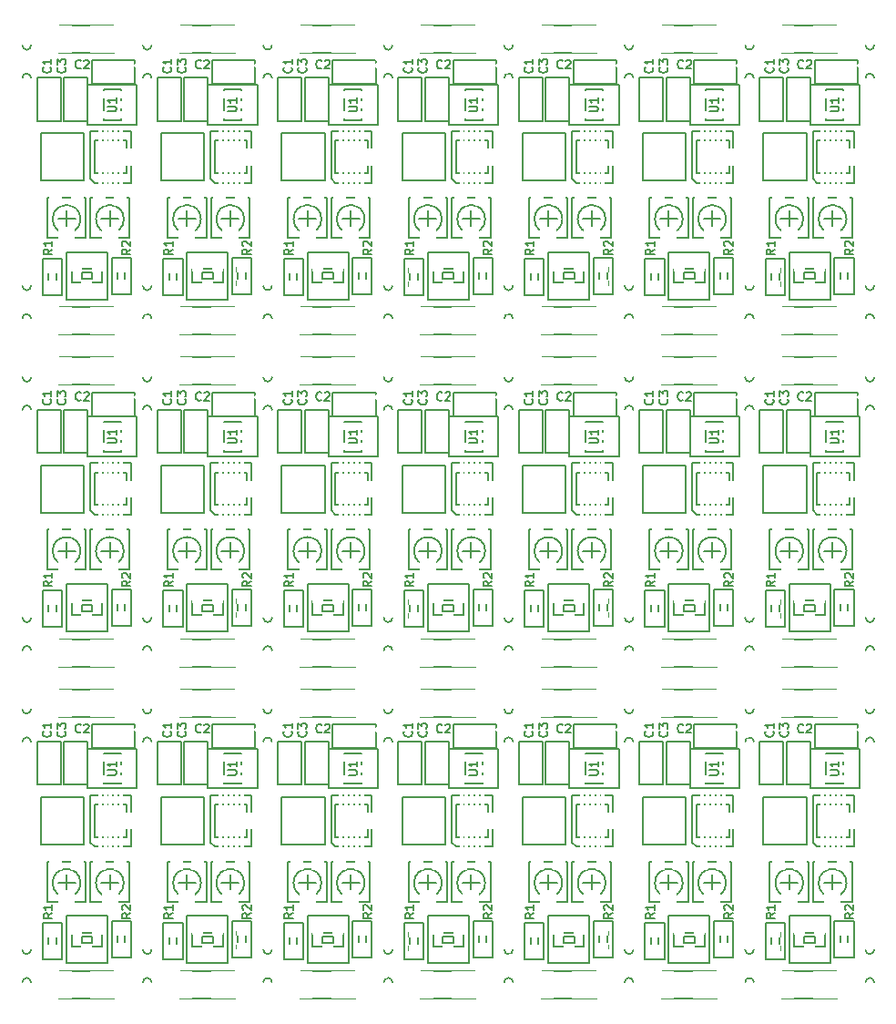
<source format=gto>
G04 (created by PCBNEW (2013-08-09 BZR 4280)-product) date Sun 11 Aug 2013 03:04:53 PM CEST*
%MOIN*%
G04 Gerber Fmt 3.4, Leading zero omitted, Abs format*
%FSLAX34Y34*%
G01*
G70*
G90*
G04 APERTURE LIST*
%ADD10C,0.005906*%
%ADD11C,0.007874*%
%ADD12C,0.003937*%
%ADD13C,0.019685*%
%ADD14R,0.049213X0.025591*%
%ADD15R,0.039370X0.055118*%
%ADD16R,0.047200X0.047200*%
%ADD17R,0.063000X0.059100*%
%ADD18R,0.043300X0.039300*%
%ADD19R,0.059000X0.051100*%
%ADD20R,0.051100X0.059000*%
%ADD21R,0.157480X0.098425*%
%ADD22O,0.157480X0.098425*%
%ADD23R,0.011811X0.062992*%
%ADD24R,0.059055X0.041339*%
%ADD25O,0.059055X0.041339*%
%ADD26C,0.098425*%
G04 APERTURE END LIST*
G54D10*
G54D11*
X74724Y-59596D02*
G75*
G03X74881Y-59753I157J0D01*
G74*
G01*
X74881Y-59753D02*
G75*
G03X75039Y-59596I0J157D01*
G74*
G01*
X74881Y-60620D02*
G75*
G03X74724Y-60777I0J-157D01*
G74*
G01*
X75039Y-60777D02*
G75*
G03X74881Y-60620I-157J0D01*
G74*
G01*
X74724Y-68395D02*
G75*
G03X74881Y-68553I157J0D01*
G74*
G01*
X74881Y-68553D02*
G75*
G03X75039Y-68395I0J157D01*
G74*
G01*
X74881Y-69419D02*
G75*
G03X74724Y-69576I0J-157D01*
G74*
G01*
X75039Y-69576D02*
G75*
G03X74881Y-69419I-157J0D01*
G74*
G01*
X77106Y-62490D02*
X77106Y-61033D01*
X77106Y-62490D02*
X78917Y-62490D01*
X78917Y-62490D02*
X78917Y-61033D01*
X77106Y-61033D02*
X78917Y-61033D01*
X77693Y-62320D02*
X77693Y-61202D01*
X78329Y-62320D02*
X78329Y-61202D01*
G54D12*
X78601Y-62233D02*
X78601Y-62036D01*
X78601Y-62036D02*
X78345Y-62036D01*
X78601Y-62233D02*
X78345Y-62233D01*
X78601Y-61859D02*
X78601Y-61663D01*
X78601Y-61663D02*
X78345Y-61663D01*
X78601Y-61859D02*
X78345Y-61859D01*
X78601Y-61486D02*
X78601Y-61289D01*
X78601Y-61289D02*
X78345Y-61289D01*
X78601Y-61486D02*
X78345Y-61486D01*
X77677Y-61289D02*
X77421Y-61289D01*
X77421Y-61486D02*
X77421Y-61289D01*
X77677Y-61486D02*
X77421Y-61486D01*
X77677Y-62036D02*
X77421Y-62036D01*
X77421Y-62233D02*
X77421Y-62036D01*
X77677Y-62233D02*
X77421Y-62233D01*
G54D11*
X77693Y-61202D02*
X78329Y-61202D01*
X78329Y-62320D02*
X77693Y-62320D01*
X76338Y-68887D02*
X76338Y-67155D01*
X76338Y-67155D02*
X77834Y-67155D01*
X77834Y-67155D02*
X77834Y-68887D01*
X77834Y-68887D02*
X76338Y-68887D01*
X77176Y-68301D02*
X76996Y-68301D01*
X76996Y-68301D02*
X76996Y-68530D01*
X77176Y-68530D02*
X76996Y-68530D01*
X77176Y-68301D02*
X77176Y-68530D01*
X76806Y-67512D02*
X76626Y-67512D01*
X76626Y-67512D02*
X76626Y-67741D01*
X76806Y-67741D02*
X76626Y-67741D01*
X76806Y-67512D02*
X76806Y-67741D01*
X77546Y-67512D02*
X77366Y-67512D01*
X77366Y-67512D02*
X77366Y-67741D01*
X77546Y-67741D02*
X77366Y-67741D01*
X77546Y-67512D02*
X77546Y-67741D01*
X77282Y-67903D02*
X76890Y-67903D01*
X76890Y-67903D02*
X76890Y-68139D01*
X77282Y-68139D02*
X76890Y-68139D01*
X77282Y-67903D02*
X77282Y-68139D01*
X76527Y-68280D02*
X76527Y-67762D01*
X76527Y-67762D02*
X77645Y-67762D01*
X77645Y-67762D02*
X77645Y-68280D01*
X77645Y-68280D02*
X76527Y-68280D01*
X78238Y-65944D02*
X77608Y-65944D01*
X77923Y-66259D02*
X77923Y-65629D01*
X78434Y-65944D02*
G75*
G03X78434Y-65944I-510J0D01*
G74*
G01*
X77923Y-66633D02*
X77214Y-66633D01*
X77214Y-66633D02*
X77214Y-65157D01*
X77214Y-65157D02*
X78632Y-65157D01*
X78632Y-65157D02*
X78632Y-66633D01*
X78632Y-66633D02*
X77923Y-66633D01*
X76653Y-65944D02*
X76023Y-65944D01*
X76338Y-66259D02*
X76338Y-65629D01*
X76849Y-65944D02*
G75*
G03X76849Y-65944I-510J0D01*
G74*
G01*
X76338Y-66633D02*
X75629Y-66633D01*
X75629Y-66633D02*
X75629Y-65157D01*
X75629Y-65157D02*
X77047Y-65157D01*
X77047Y-65157D02*
X77047Y-66633D01*
X77047Y-66633D02*
X76338Y-66633D01*
X77992Y-68690D02*
X77992Y-67352D01*
X77992Y-67352D02*
X78700Y-67352D01*
X78700Y-67352D02*
X78700Y-68690D01*
X78700Y-68690D02*
X77992Y-68690D01*
X78516Y-67851D02*
X78516Y-67691D01*
X78516Y-67691D02*
X78176Y-67691D01*
X78176Y-67851D02*
X78176Y-67691D01*
X78516Y-67851D02*
X78176Y-67851D01*
X78516Y-68351D02*
X78516Y-68191D01*
X78516Y-68191D02*
X78176Y-68191D01*
X78176Y-68351D02*
X78176Y-68191D01*
X78516Y-68351D02*
X78176Y-68351D01*
X78486Y-68191D02*
X78486Y-67851D01*
X78206Y-67851D02*
X78206Y-68191D01*
X76181Y-67391D02*
X76181Y-68730D01*
X76181Y-68730D02*
X75472Y-68730D01*
X75472Y-68730D02*
X75472Y-67391D01*
X75472Y-67391D02*
X76181Y-67391D01*
X75656Y-68231D02*
X75656Y-68391D01*
X75656Y-68391D02*
X75996Y-68391D01*
X75996Y-68231D02*
X75996Y-68391D01*
X75656Y-68231D02*
X75996Y-68231D01*
X75656Y-67731D02*
X75656Y-67891D01*
X75656Y-67891D02*
X75996Y-67891D01*
X75996Y-67731D02*
X75996Y-67891D01*
X75656Y-67731D02*
X75996Y-67731D01*
X75686Y-67891D02*
X75686Y-68231D01*
X75966Y-68231D02*
X75966Y-67891D01*
X76240Y-60777D02*
X76240Y-62352D01*
X76240Y-60777D02*
X77106Y-60777D01*
X77106Y-60777D02*
X77106Y-62352D01*
X77106Y-62352D02*
X76240Y-62352D01*
X78838Y-60147D02*
X77263Y-60147D01*
X78838Y-60147D02*
X78838Y-61013D01*
X78838Y-61013D02*
X77263Y-61013D01*
X77263Y-61013D02*
X77263Y-60147D01*
X75255Y-60777D02*
X75255Y-62352D01*
X75255Y-60777D02*
X76122Y-60777D01*
X76122Y-60777D02*
X76122Y-62352D01*
X76122Y-62352D02*
X75255Y-62352D01*
X78086Y-69175D02*
X78086Y-70175D01*
X78086Y-70175D02*
X76086Y-70175D01*
X76086Y-70175D02*
X76086Y-69175D01*
X76086Y-69175D02*
X78086Y-69175D01*
X78086Y-58860D02*
X78086Y-59860D01*
X78086Y-59860D02*
X76086Y-59860D01*
X76086Y-59860D02*
X76086Y-58860D01*
X76086Y-58860D02*
X78086Y-58860D01*
X77362Y-64616D02*
X78700Y-64616D01*
X77204Y-64458D02*
X77204Y-62726D01*
X77204Y-64458D02*
X77362Y-64616D01*
X78700Y-62726D02*
X78700Y-64616D01*
X77204Y-62726D02*
X78700Y-62726D01*
X77362Y-64261D02*
X77362Y-63080D01*
X77362Y-63080D02*
X78543Y-63080D01*
X78543Y-63080D02*
X78543Y-64261D01*
X78543Y-64261D02*
X77362Y-64261D01*
X76968Y-64537D02*
X76968Y-62805D01*
X76968Y-62805D02*
X75393Y-62805D01*
X76968Y-64537D02*
X75393Y-64537D01*
X75393Y-64537D02*
X75393Y-62805D01*
X74724Y-47450D02*
G75*
G03X74881Y-47608I157J0D01*
G74*
G01*
X74881Y-47608D02*
G75*
G03X75039Y-47450I0J157D01*
G74*
G01*
X74881Y-48474D02*
G75*
G03X74724Y-48631I0J-157D01*
G74*
G01*
X75039Y-48631D02*
G75*
G03X74881Y-48474I-157J0D01*
G74*
G01*
X74724Y-56250D02*
G75*
G03X74881Y-56407I157J0D01*
G74*
G01*
X74881Y-56407D02*
G75*
G03X75039Y-56250I0J157D01*
G74*
G01*
X74881Y-57273D02*
G75*
G03X74724Y-57431I0J-157D01*
G74*
G01*
X75039Y-57431D02*
G75*
G03X74881Y-57273I-157J0D01*
G74*
G01*
X77106Y-50344D02*
X77106Y-48887D01*
X77106Y-50344D02*
X78917Y-50344D01*
X78917Y-50344D02*
X78917Y-48887D01*
X77106Y-48887D02*
X78917Y-48887D01*
X77693Y-50175D02*
X77693Y-49057D01*
X78329Y-50175D02*
X78329Y-49057D01*
G54D12*
X78601Y-50088D02*
X78601Y-49891D01*
X78601Y-49891D02*
X78345Y-49891D01*
X78601Y-50088D02*
X78345Y-50088D01*
X78601Y-49714D02*
X78601Y-49518D01*
X78601Y-49518D02*
X78345Y-49518D01*
X78601Y-49714D02*
X78345Y-49714D01*
X78601Y-49341D02*
X78601Y-49144D01*
X78601Y-49144D02*
X78345Y-49144D01*
X78601Y-49341D02*
X78345Y-49341D01*
X77677Y-49144D02*
X77421Y-49144D01*
X77421Y-49341D02*
X77421Y-49144D01*
X77677Y-49341D02*
X77421Y-49341D01*
X77677Y-49891D02*
X77421Y-49891D01*
X77421Y-50088D02*
X77421Y-49891D01*
X77677Y-50088D02*
X77421Y-50088D01*
G54D11*
X77693Y-49057D02*
X78329Y-49057D01*
X78329Y-50175D02*
X77693Y-50175D01*
X76338Y-56742D02*
X76338Y-55009D01*
X76338Y-55009D02*
X77834Y-55009D01*
X77834Y-55009D02*
X77834Y-56742D01*
X77834Y-56742D02*
X76338Y-56742D01*
X77176Y-56155D02*
X76996Y-56155D01*
X76996Y-56155D02*
X76996Y-56384D01*
X77176Y-56384D02*
X76996Y-56384D01*
X77176Y-56155D02*
X77176Y-56384D01*
X76806Y-55366D02*
X76626Y-55366D01*
X76626Y-55366D02*
X76626Y-55595D01*
X76806Y-55595D02*
X76626Y-55595D01*
X76806Y-55366D02*
X76806Y-55595D01*
X77546Y-55366D02*
X77366Y-55366D01*
X77366Y-55366D02*
X77366Y-55595D01*
X77546Y-55595D02*
X77366Y-55595D01*
X77546Y-55366D02*
X77546Y-55595D01*
X77282Y-55757D02*
X76890Y-55757D01*
X76890Y-55757D02*
X76890Y-55993D01*
X77282Y-55993D02*
X76890Y-55993D01*
X77282Y-55757D02*
X77282Y-55993D01*
X76527Y-56134D02*
X76527Y-55616D01*
X76527Y-55616D02*
X77645Y-55616D01*
X77645Y-55616D02*
X77645Y-56134D01*
X77645Y-56134D02*
X76527Y-56134D01*
X78238Y-53799D02*
X77608Y-53799D01*
X77923Y-54114D02*
X77923Y-53484D01*
X78434Y-53799D02*
G75*
G03X78434Y-53799I-510J0D01*
G74*
G01*
X77923Y-54488D02*
X77214Y-54488D01*
X77214Y-54488D02*
X77214Y-53012D01*
X77214Y-53012D02*
X78632Y-53012D01*
X78632Y-53012D02*
X78632Y-54488D01*
X78632Y-54488D02*
X77923Y-54488D01*
X76653Y-53799D02*
X76023Y-53799D01*
X76338Y-54114D02*
X76338Y-53484D01*
X76849Y-53799D02*
G75*
G03X76849Y-53799I-510J0D01*
G74*
G01*
X76338Y-54488D02*
X75629Y-54488D01*
X75629Y-54488D02*
X75629Y-53012D01*
X75629Y-53012D02*
X77047Y-53012D01*
X77047Y-53012D02*
X77047Y-54488D01*
X77047Y-54488D02*
X76338Y-54488D01*
X77992Y-56545D02*
X77992Y-55206D01*
X77992Y-55206D02*
X78700Y-55206D01*
X78700Y-55206D02*
X78700Y-56545D01*
X78700Y-56545D02*
X77992Y-56545D01*
X78516Y-55705D02*
X78516Y-55545D01*
X78516Y-55545D02*
X78176Y-55545D01*
X78176Y-55705D02*
X78176Y-55545D01*
X78516Y-55705D02*
X78176Y-55705D01*
X78516Y-56205D02*
X78516Y-56045D01*
X78516Y-56045D02*
X78176Y-56045D01*
X78176Y-56205D02*
X78176Y-56045D01*
X78516Y-56205D02*
X78176Y-56205D01*
X78486Y-56045D02*
X78486Y-55705D01*
X78206Y-55705D02*
X78206Y-56045D01*
X76181Y-55246D02*
X76181Y-56584D01*
X76181Y-56584D02*
X75472Y-56584D01*
X75472Y-56584D02*
X75472Y-55246D01*
X75472Y-55246D02*
X76181Y-55246D01*
X75656Y-56085D02*
X75656Y-56245D01*
X75656Y-56245D02*
X75996Y-56245D01*
X75996Y-56085D02*
X75996Y-56245D01*
X75656Y-56085D02*
X75996Y-56085D01*
X75656Y-55585D02*
X75656Y-55745D01*
X75656Y-55745D02*
X75996Y-55745D01*
X75996Y-55585D02*
X75996Y-55745D01*
X75656Y-55585D02*
X75996Y-55585D01*
X75686Y-55745D02*
X75686Y-56085D01*
X75966Y-56085D02*
X75966Y-55745D01*
X76240Y-48631D02*
X76240Y-50206D01*
X76240Y-48631D02*
X77106Y-48631D01*
X77106Y-48631D02*
X77106Y-50206D01*
X77106Y-50206D02*
X76240Y-50206D01*
X78838Y-48001D02*
X77263Y-48001D01*
X78838Y-48001D02*
X78838Y-48868D01*
X78838Y-48868D02*
X77263Y-48868D01*
X77263Y-48868D02*
X77263Y-48001D01*
X75255Y-48631D02*
X75255Y-50206D01*
X75255Y-48631D02*
X76122Y-48631D01*
X76122Y-48631D02*
X76122Y-50206D01*
X76122Y-50206D02*
X75255Y-50206D01*
X78086Y-57029D02*
X78086Y-58029D01*
X78086Y-58029D02*
X76086Y-58029D01*
X76086Y-58029D02*
X76086Y-57029D01*
X76086Y-57029D02*
X78086Y-57029D01*
X78086Y-46714D02*
X78086Y-47714D01*
X78086Y-47714D02*
X76086Y-47714D01*
X76086Y-47714D02*
X76086Y-46714D01*
X76086Y-46714D02*
X78086Y-46714D01*
X77362Y-52470D02*
X78700Y-52470D01*
X77204Y-52312D02*
X77204Y-50580D01*
X77204Y-52312D02*
X77362Y-52470D01*
X78700Y-50580D02*
X78700Y-52470D01*
X77204Y-50580D02*
X78700Y-50580D01*
X77362Y-52116D02*
X77362Y-50935D01*
X77362Y-50935D02*
X78543Y-50935D01*
X78543Y-50935D02*
X78543Y-52116D01*
X78543Y-52116D02*
X77362Y-52116D01*
X76968Y-52391D02*
X76968Y-50659D01*
X76968Y-50659D02*
X75393Y-50659D01*
X76968Y-52391D02*
X75393Y-52391D01*
X75393Y-52391D02*
X75393Y-50659D01*
X74724Y-35305D02*
G75*
G03X74881Y-35462I157J0D01*
G74*
G01*
X74881Y-35462D02*
G75*
G03X75039Y-35305I0J157D01*
G74*
G01*
X74881Y-36328D02*
G75*
G03X74724Y-36486I0J-157D01*
G74*
G01*
X75039Y-36486D02*
G75*
G03X74881Y-36328I-157J0D01*
G74*
G01*
X74724Y-44104D02*
G75*
G03X74881Y-44261I157J0D01*
G74*
G01*
X74881Y-44261D02*
G75*
G03X75039Y-44104I0J157D01*
G74*
G01*
X74881Y-45127D02*
G75*
G03X74724Y-45285I0J-157D01*
G74*
G01*
X75039Y-45285D02*
G75*
G03X74881Y-45127I-157J0D01*
G74*
G01*
X77106Y-38198D02*
X77106Y-36742D01*
X77106Y-38198D02*
X78917Y-38198D01*
X78917Y-38198D02*
X78917Y-36742D01*
X77106Y-36742D02*
X78917Y-36742D01*
X77693Y-38029D02*
X77693Y-36911D01*
X78329Y-38029D02*
X78329Y-36911D01*
G54D12*
X78601Y-37942D02*
X78601Y-37745D01*
X78601Y-37745D02*
X78345Y-37745D01*
X78601Y-37942D02*
X78345Y-37942D01*
X78601Y-37568D02*
X78601Y-37372D01*
X78601Y-37372D02*
X78345Y-37372D01*
X78601Y-37568D02*
X78345Y-37568D01*
X78601Y-37195D02*
X78601Y-36998D01*
X78601Y-36998D02*
X78345Y-36998D01*
X78601Y-37195D02*
X78345Y-37195D01*
X77677Y-36998D02*
X77421Y-36998D01*
X77421Y-37195D02*
X77421Y-36998D01*
X77677Y-37195D02*
X77421Y-37195D01*
X77677Y-37745D02*
X77421Y-37745D01*
X77421Y-37942D02*
X77421Y-37745D01*
X77677Y-37942D02*
X77421Y-37942D01*
G54D11*
X77693Y-36911D02*
X78329Y-36911D01*
X78329Y-38029D02*
X77693Y-38029D01*
X76338Y-44596D02*
X76338Y-42864D01*
X76338Y-42864D02*
X77834Y-42864D01*
X77834Y-42864D02*
X77834Y-44596D01*
X77834Y-44596D02*
X76338Y-44596D01*
X77176Y-44010D02*
X76996Y-44010D01*
X76996Y-44010D02*
X76996Y-44239D01*
X77176Y-44239D02*
X76996Y-44239D01*
X77176Y-44010D02*
X77176Y-44239D01*
X76806Y-43221D02*
X76626Y-43221D01*
X76626Y-43221D02*
X76626Y-43450D01*
X76806Y-43450D02*
X76626Y-43450D01*
X76806Y-43221D02*
X76806Y-43450D01*
X77546Y-43221D02*
X77366Y-43221D01*
X77366Y-43221D02*
X77366Y-43450D01*
X77546Y-43450D02*
X77366Y-43450D01*
X77546Y-43221D02*
X77546Y-43450D01*
X77282Y-43612D02*
X76890Y-43612D01*
X76890Y-43612D02*
X76890Y-43848D01*
X77282Y-43848D02*
X76890Y-43848D01*
X77282Y-43612D02*
X77282Y-43848D01*
X76527Y-43989D02*
X76527Y-43471D01*
X76527Y-43471D02*
X77645Y-43471D01*
X77645Y-43471D02*
X77645Y-43989D01*
X77645Y-43989D02*
X76527Y-43989D01*
X78238Y-41653D02*
X77608Y-41653D01*
X77923Y-41968D02*
X77923Y-41338D01*
X78434Y-41653D02*
G75*
G03X78434Y-41653I-510J0D01*
G74*
G01*
X77923Y-42342D02*
X77214Y-42342D01*
X77214Y-42342D02*
X77214Y-40866D01*
X77214Y-40866D02*
X78632Y-40866D01*
X78632Y-40866D02*
X78632Y-42342D01*
X78632Y-42342D02*
X77923Y-42342D01*
X76653Y-41653D02*
X76023Y-41653D01*
X76338Y-41968D02*
X76338Y-41338D01*
X76849Y-41653D02*
G75*
G03X76849Y-41653I-510J0D01*
G74*
G01*
X76338Y-42342D02*
X75629Y-42342D01*
X75629Y-42342D02*
X75629Y-40866D01*
X75629Y-40866D02*
X77047Y-40866D01*
X77047Y-40866D02*
X77047Y-42342D01*
X77047Y-42342D02*
X76338Y-42342D01*
X77992Y-44399D02*
X77992Y-43061D01*
X77992Y-43061D02*
X78700Y-43061D01*
X78700Y-43061D02*
X78700Y-44399D01*
X78700Y-44399D02*
X77992Y-44399D01*
X78516Y-43560D02*
X78516Y-43400D01*
X78516Y-43400D02*
X78176Y-43400D01*
X78176Y-43560D02*
X78176Y-43400D01*
X78516Y-43560D02*
X78176Y-43560D01*
X78516Y-44060D02*
X78516Y-43900D01*
X78516Y-43900D02*
X78176Y-43900D01*
X78176Y-44060D02*
X78176Y-43900D01*
X78516Y-44060D02*
X78176Y-44060D01*
X78486Y-43900D02*
X78486Y-43560D01*
X78206Y-43560D02*
X78206Y-43900D01*
X76181Y-43100D02*
X76181Y-44438D01*
X76181Y-44438D02*
X75472Y-44438D01*
X75472Y-44438D02*
X75472Y-43100D01*
X75472Y-43100D02*
X76181Y-43100D01*
X75656Y-43939D02*
X75656Y-44099D01*
X75656Y-44099D02*
X75996Y-44099D01*
X75996Y-43939D02*
X75996Y-44099D01*
X75656Y-43939D02*
X75996Y-43939D01*
X75656Y-43439D02*
X75656Y-43599D01*
X75656Y-43599D02*
X75996Y-43599D01*
X75996Y-43439D02*
X75996Y-43599D01*
X75656Y-43439D02*
X75996Y-43439D01*
X75686Y-43599D02*
X75686Y-43939D01*
X75966Y-43939D02*
X75966Y-43599D01*
X76240Y-36486D02*
X76240Y-38061D01*
X76240Y-36486D02*
X77106Y-36486D01*
X77106Y-36486D02*
X77106Y-38061D01*
X77106Y-38061D02*
X76240Y-38061D01*
X78838Y-35856D02*
X77263Y-35856D01*
X78838Y-35856D02*
X78838Y-36722D01*
X78838Y-36722D02*
X77263Y-36722D01*
X77263Y-36722D02*
X77263Y-35856D01*
X75255Y-36486D02*
X75255Y-38061D01*
X75255Y-36486D02*
X76122Y-36486D01*
X76122Y-36486D02*
X76122Y-38061D01*
X76122Y-38061D02*
X75255Y-38061D01*
X78086Y-44883D02*
X78086Y-45883D01*
X78086Y-45883D02*
X76086Y-45883D01*
X76086Y-45883D02*
X76086Y-44883D01*
X76086Y-44883D02*
X78086Y-44883D01*
X78086Y-34568D02*
X78086Y-35568D01*
X78086Y-35568D02*
X76086Y-35568D01*
X76086Y-35568D02*
X76086Y-34568D01*
X76086Y-34568D02*
X78086Y-34568D01*
X77362Y-40324D02*
X78700Y-40324D01*
X77204Y-40167D02*
X77204Y-38435D01*
X77204Y-40167D02*
X77362Y-40324D01*
X78700Y-38435D02*
X78700Y-40324D01*
X77204Y-38435D02*
X78700Y-38435D01*
X77362Y-39970D02*
X77362Y-38789D01*
X77362Y-38789D02*
X78543Y-38789D01*
X78543Y-38789D02*
X78543Y-39970D01*
X78543Y-39970D02*
X77362Y-39970D01*
X76968Y-40246D02*
X76968Y-38513D01*
X76968Y-38513D02*
X75393Y-38513D01*
X76968Y-40246D02*
X75393Y-40246D01*
X75393Y-40246D02*
X75393Y-38513D01*
X81377Y-40246D02*
X81377Y-38513D01*
X81377Y-38513D02*
X79803Y-38513D01*
X81377Y-40246D02*
X79803Y-40246D01*
X79803Y-40246D02*
X79803Y-38513D01*
X81771Y-40324D02*
X83110Y-40324D01*
X81614Y-40167D02*
X81614Y-38435D01*
X81614Y-40167D02*
X81771Y-40324D01*
X83110Y-38435D02*
X83110Y-40324D01*
X81614Y-38435D02*
X83110Y-38435D01*
X81771Y-39970D02*
X81771Y-38789D01*
X81771Y-38789D02*
X82952Y-38789D01*
X82952Y-38789D02*
X82952Y-39970D01*
X82952Y-39970D02*
X81771Y-39970D01*
X82496Y-34568D02*
X82496Y-35568D01*
X82496Y-35568D02*
X80496Y-35568D01*
X80496Y-35568D02*
X80496Y-34568D01*
X80496Y-34568D02*
X82496Y-34568D01*
X82496Y-44883D02*
X82496Y-45883D01*
X82496Y-45883D02*
X80496Y-45883D01*
X80496Y-45883D02*
X80496Y-44883D01*
X80496Y-44883D02*
X82496Y-44883D01*
X79665Y-36486D02*
X79665Y-38061D01*
X79665Y-36486D02*
X80531Y-36486D01*
X80531Y-36486D02*
X80531Y-38061D01*
X80531Y-38061D02*
X79665Y-38061D01*
X83248Y-35856D02*
X81673Y-35856D01*
X83248Y-35856D02*
X83248Y-36722D01*
X83248Y-36722D02*
X81673Y-36722D01*
X81673Y-36722D02*
X81673Y-35856D01*
X80649Y-36486D02*
X80649Y-38061D01*
X80649Y-36486D02*
X81515Y-36486D01*
X81515Y-36486D02*
X81515Y-38061D01*
X81515Y-38061D02*
X80649Y-38061D01*
X80590Y-43100D02*
X80590Y-44438D01*
X80590Y-44438D02*
X79881Y-44438D01*
X79881Y-44438D02*
X79881Y-43100D01*
X79881Y-43100D02*
X80590Y-43100D01*
X80066Y-43939D02*
X80066Y-44099D01*
X80066Y-44099D02*
X80406Y-44099D01*
X80406Y-43939D02*
X80406Y-44099D01*
X80066Y-43939D02*
X80406Y-43939D01*
X80066Y-43439D02*
X80066Y-43599D01*
X80066Y-43599D02*
X80406Y-43599D01*
X80406Y-43439D02*
X80406Y-43599D01*
X80066Y-43439D02*
X80406Y-43439D01*
X80096Y-43599D02*
X80096Y-43939D01*
X80376Y-43939D02*
X80376Y-43599D01*
X82401Y-44399D02*
X82401Y-43061D01*
X82401Y-43061D02*
X83110Y-43061D01*
X83110Y-43061D02*
X83110Y-44399D01*
X83110Y-44399D02*
X82401Y-44399D01*
X82925Y-43560D02*
X82925Y-43400D01*
X82925Y-43400D02*
X82585Y-43400D01*
X82585Y-43560D02*
X82585Y-43400D01*
X82925Y-43560D02*
X82585Y-43560D01*
X82925Y-44060D02*
X82925Y-43900D01*
X82925Y-43900D02*
X82585Y-43900D01*
X82585Y-44060D02*
X82585Y-43900D01*
X82925Y-44060D02*
X82585Y-44060D01*
X82895Y-43900D02*
X82895Y-43560D01*
X82615Y-43560D02*
X82615Y-43900D01*
X81063Y-41653D02*
X80433Y-41653D01*
X80748Y-41968D02*
X80748Y-41338D01*
X81258Y-41653D02*
G75*
G03X81258Y-41653I-510J0D01*
G74*
G01*
X80748Y-42342D02*
X80039Y-42342D01*
X80039Y-42342D02*
X80039Y-40866D01*
X80039Y-40866D02*
X81457Y-40866D01*
X81457Y-40866D02*
X81457Y-42342D01*
X81457Y-42342D02*
X80748Y-42342D01*
X82647Y-41653D02*
X82017Y-41653D01*
X82332Y-41968D02*
X82332Y-41338D01*
X82843Y-41653D02*
G75*
G03X82843Y-41653I-510J0D01*
G74*
G01*
X82332Y-42342D02*
X81623Y-42342D01*
X81623Y-42342D02*
X81623Y-40866D01*
X81623Y-40866D02*
X83041Y-40866D01*
X83041Y-40866D02*
X83041Y-42342D01*
X83041Y-42342D02*
X82332Y-42342D01*
X80748Y-44596D02*
X80748Y-42864D01*
X80748Y-42864D02*
X82244Y-42864D01*
X82244Y-42864D02*
X82244Y-44596D01*
X82244Y-44596D02*
X80748Y-44596D01*
X81586Y-44010D02*
X81406Y-44010D01*
X81406Y-44010D02*
X81406Y-44239D01*
X81586Y-44239D02*
X81406Y-44239D01*
X81586Y-44010D02*
X81586Y-44239D01*
X81216Y-43221D02*
X81036Y-43221D01*
X81036Y-43221D02*
X81036Y-43450D01*
X81216Y-43450D02*
X81036Y-43450D01*
X81216Y-43221D02*
X81216Y-43450D01*
X81956Y-43221D02*
X81776Y-43221D01*
X81776Y-43221D02*
X81776Y-43450D01*
X81956Y-43450D02*
X81776Y-43450D01*
X81956Y-43221D02*
X81956Y-43450D01*
X81692Y-43612D02*
X81300Y-43612D01*
X81300Y-43612D02*
X81300Y-43848D01*
X81692Y-43848D02*
X81300Y-43848D01*
X81692Y-43612D02*
X81692Y-43848D01*
X80937Y-43989D02*
X80937Y-43471D01*
X80937Y-43471D02*
X82055Y-43471D01*
X82055Y-43471D02*
X82055Y-43989D01*
X82055Y-43989D02*
X80937Y-43989D01*
X81515Y-38198D02*
X81515Y-36742D01*
X81515Y-38198D02*
X83326Y-38198D01*
X83326Y-38198D02*
X83326Y-36742D01*
X81515Y-36742D02*
X83326Y-36742D01*
X82103Y-38029D02*
X82103Y-36911D01*
X82739Y-38029D02*
X82739Y-36911D01*
G54D12*
X83011Y-37942D02*
X83011Y-37745D01*
X83011Y-37745D02*
X82755Y-37745D01*
X83011Y-37942D02*
X82755Y-37942D01*
X83011Y-37568D02*
X83011Y-37372D01*
X83011Y-37372D02*
X82755Y-37372D01*
X83011Y-37568D02*
X82755Y-37568D01*
X83011Y-37195D02*
X83011Y-36998D01*
X83011Y-36998D02*
X82755Y-36998D01*
X83011Y-37195D02*
X82755Y-37195D01*
X82087Y-36998D02*
X81831Y-36998D01*
X81831Y-37195D02*
X81831Y-36998D01*
X82087Y-37195D02*
X81831Y-37195D01*
X82087Y-37745D02*
X81831Y-37745D01*
X81831Y-37942D02*
X81831Y-37745D01*
X82087Y-37942D02*
X81831Y-37942D01*
G54D11*
X82103Y-36911D02*
X82739Y-36911D01*
X82739Y-38029D02*
X82103Y-38029D01*
X79133Y-44104D02*
G75*
G03X79291Y-44261I157J0D01*
G74*
G01*
X79291Y-44261D02*
G75*
G03X79448Y-44104I0J157D01*
G74*
G01*
X79291Y-45127D02*
G75*
G03X79133Y-45285I0J-157D01*
G74*
G01*
X79448Y-45285D02*
G75*
G03X79291Y-45127I-157J0D01*
G74*
G01*
X79133Y-35305D02*
G75*
G03X79291Y-35462I157J0D01*
G74*
G01*
X79291Y-35462D02*
G75*
G03X79448Y-35305I0J157D01*
G74*
G01*
X79291Y-36328D02*
G75*
G03X79133Y-36486I0J-157D01*
G74*
G01*
X79448Y-36486D02*
G75*
G03X79291Y-36328I-157J0D01*
G74*
G01*
X81377Y-52391D02*
X81377Y-50659D01*
X81377Y-50659D02*
X79803Y-50659D01*
X81377Y-52391D02*
X79803Y-52391D01*
X79803Y-52391D02*
X79803Y-50659D01*
X81771Y-52470D02*
X83110Y-52470D01*
X81614Y-52312D02*
X81614Y-50580D01*
X81614Y-52312D02*
X81771Y-52470D01*
X83110Y-50580D02*
X83110Y-52470D01*
X81614Y-50580D02*
X83110Y-50580D01*
X81771Y-52116D02*
X81771Y-50935D01*
X81771Y-50935D02*
X82952Y-50935D01*
X82952Y-50935D02*
X82952Y-52116D01*
X82952Y-52116D02*
X81771Y-52116D01*
X82496Y-46714D02*
X82496Y-47714D01*
X82496Y-47714D02*
X80496Y-47714D01*
X80496Y-47714D02*
X80496Y-46714D01*
X80496Y-46714D02*
X82496Y-46714D01*
X82496Y-57029D02*
X82496Y-58029D01*
X82496Y-58029D02*
X80496Y-58029D01*
X80496Y-58029D02*
X80496Y-57029D01*
X80496Y-57029D02*
X82496Y-57029D01*
X79665Y-48631D02*
X79665Y-50206D01*
X79665Y-48631D02*
X80531Y-48631D01*
X80531Y-48631D02*
X80531Y-50206D01*
X80531Y-50206D02*
X79665Y-50206D01*
X83248Y-48001D02*
X81673Y-48001D01*
X83248Y-48001D02*
X83248Y-48868D01*
X83248Y-48868D02*
X81673Y-48868D01*
X81673Y-48868D02*
X81673Y-48001D01*
X80649Y-48631D02*
X80649Y-50206D01*
X80649Y-48631D02*
X81515Y-48631D01*
X81515Y-48631D02*
X81515Y-50206D01*
X81515Y-50206D02*
X80649Y-50206D01*
X80590Y-55246D02*
X80590Y-56584D01*
X80590Y-56584D02*
X79881Y-56584D01*
X79881Y-56584D02*
X79881Y-55246D01*
X79881Y-55246D02*
X80590Y-55246D01*
X80066Y-56085D02*
X80066Y-56245D01*
X80066Y-56245D02*
X80406Y-56245D01*
X80406Y-56085D02*
X80406Y-56245D01*
X80066Y-56085D02*
X80406Y-56085D01*
X80066Y-55585D02*
X80066Y-55745D01*
X80066Y-55745D02*
X80406Y-55745D01*
X80406Y-55585D02*
X80406Y-55745D01*
X80066Y-55585D02*
X80406Y-55585D01*
X80096Y-55745D02*
X80096Y-56085D01*
X80376Y-56085D02*
X80376Y-55745D01*
X82401Y-56545D02*
X82401Y-55206D01*
X82401Y-55206D02*
X83110Y-55206D01*
X83110Y-55206D02*
X83110Y-56545D01*
X83110Y-56545D02*
X82401Y-56545D01*
X82925Y-55705D02*
X82925Y-55545D01*
X82925Y-55545D02*
X82585Y-55545D01*
X82585Y-55705D02*
X82585Y-55545D01*
X82925Y-55705D02*
X82585Y-55705D01*
X82925Y-56205D02*
X82925Y-56045D01*
X82925Y-56045D02*
X82585Y-56045D01*
X82585Y-56205D02*
X82585Y-56045D01*
X82925Y-56205D02*
X82585Y-56205D01*
X82895Y-56045D02*
X82895Y-55705D01*
X82615Y-55705D02*
X82615Y-56045D01*
X81063Y-53799D02*
X80433Y-53799D01*
X80748Y-54114D02*
X80748Y-53484D01*
X81258Y-53799D02*
G75*
G03X81258Y-53799I-510J0D01*
G74*
G01*
X80748Y-54488D02*
X80039Y-54488D01*
X80039Y-54488D02*
X80039Y-53012D01*
X80039Y-53012D02*
X81457Y-53012D01*
X81457Y-53012D02*
X81457Y-54488D01*
X81457Y-54488D02*
X80748Y-54488D01*
X82647Y-53799D02*
X82017Y-53799D01*
X82332Y-54114D02*
X82332Y-53484D01*
X82843Y-53799D02*
G75*
G03X82843Y-53799I-510J0D01*
G74*
G01*
X82332Y-54488D02*
X81623Y-54488D01*
X81623Y-54488D02*
X81623Y-53012D01*
X81623Y-53012D02*
X83041Y-53012D01*
X83041Y-53012D02*
X83041Y-54488D01*
X83041Y-54488D02*
X82332Y-54488D01*
X80748Y-56742D02*
X80748Y-55009D01*
X80748Y-55009D02*
X82244Y-55009D01*
X82244Y-55009D02*
X82244Y-56742D01*
X82244Y-56742D02*
X80748Y-56742D01*
X81586Y-56155D02*
X81406Y-56155D01*
X81406Y-56155D02*
X81406Y-56384D01*
X81586Y-56384D02*
X81406Y-56384D01*
X81586Y-56155D02*
X81586Y-56384D01*
X81216Y-55366D02*
X81036Y-55366D01*
X81036Y-55366D02*
X81036Y-55595D01*
X81216Y-55595D02*
X81036Y-55595D01*
X81216Y-55366D02*
X81216Y-55595D01*
X81956Y-55366D02*
X81776Y-55366D01*
X81776Y-55366D02*
X81776Y-55595D01*
X81956Y-55595D02*
X81776Y-55595D01*
X81956Y-55366D02*
X81956Y-55595D01*
X81692Y-55757D02*
X81300Y-55757D01*
X81300Y-55757D02*
X81300Y-55993D01*
X81692Y-55993D02*
X81300Y-55993D01*
X81692Y-55757D02*
X81692Y-55993D01*
X80937Y-56134D02*
X80937Y-55616D01*
X80937Y-55616D02*
X82055Y-55616D01*
X82055Y-55616D02*
X82055Y-56134D01*
X82055Y-56134D02*
X80937Y-56134D01*
X81515Y-50344D02*
X81515Y-48887D01*
X81515Y-50344D02*
X83326Y-50344D01*
X83326Y-50344D02*
X83326Y-48887D01*
X81515Y-48887D02*
X83326Y-48887D01*
X82103Y-50175D02*
X82103Y-49057D01*
X82739Y-50175D02*
X82739Y-49057D01*
G54D12*
X83011Y-50088D02*
X83011Y-49891D01*
X83011Y-49891D02*
X82755Y-49891D01*
X83011Y-50088D02*
X82755Y-50088D01*
X83011Y-49714D02*
X83011Y-49518D01*
X83011Y-49518D02*
X82755Y-49518D01*
X83011Y-49714D02*
X82755Y-49714D01*
X83011Y-49341D02*
X83011Y-49144D01*
X83011Y-49144D02*
X82755Y-49144D01*
X83011Y-49341D02*
X82755Y-49341D01*
X82087Y-49144D02*
X81831Y-49144D01*
X81831Y-49341D02*
X81831Y-49144D01*
X82087Y-49341D02*
X81831Y-49341D01*
X82087Y-49891D02*
X81831Y-49891D01*
X81831Y-50088D02*
X81831Y-49891D01*
X82087Y-50088D02*
X81831Y-50088D01*
G54D11*
X82103Y-49057D02*
X82739Y-49057D01*
X82739Y-50175D02*
X82103Y-50175D01*
X79133Y-56250D02*
G75*
G03X79291Y-56407I157J0D01*
G74*
G01*
X79291Y-56407D02*
G75*
G03X79448Y-56250I0J157D01*
G74*
G01*
X79291Y-57273D02*
G75*
G03X79133Y-57431I0J-157D01*
G74*
G01*
X79448Y-57431D02*
G75*
G03X79291Y-57273I-157J0D01*
G74*
G01*
X79133Y-47450D02*
G75*
G03X79291Y-47608I157J0D01*
G74*
G01*
X79291Y-47608D02*
G75*
G03X79448Y-47450I0J157D01*
G74*
G01*
X79291Y-48474D02*
G75*
G03X79133Y-48631I0J-157D01*
G74*
G01*
X79448Y-48631D02*
G75*
G03X79291Y-48474I-157J0D01*
G74*
G01*
X81377Y-64537D02*
X81377Y-62805D01*
X81377Y-62805D02*
X79803Y-62805D01*
X81377Y-64537D02*
X79803Y-64537D01*
X79803Y-64537D02*
X79803Y-62805D01*
X81771Y-64616D02*
X83110Y-64616D01*
X81614Y-64458D02*
X81614Y-62726D01*
X81614Y-64458D02*
X81771Y-64616D01*
X83110Y-62726D02*
X83110Y-64616D01*
X81614Y-62726D02*
X83110Y-62726D01*
X81771Y-64261D02*
X81771Y-63080D01*
X81771Y-63080D02*
X82952Y-63080D01*
X82952Y-63080D02*
X82952Y-64261D01*
X82952Y-64261D02*
X81771Y-64261D01*
X82496Y-58860D02*
X82496Y-59860D01*
X82496Y-59860D02*
X80496Y-59860D01*
X80496Y-59860D02*
X80496Y-58860D01*
X80496Y-58860D02*
X82496Y-58860D01*
X82496Y-69175D02*
X82496Y-70175D01*
X82496Y-70175D02*
X80496Y-70175D01*
X80496Y-70175D02*
X80496Y-69175D01*
X80496Y-69175D02*
X82496Y-69175D01*
X79665Y-60777D02*
X79665Y-62352D01*
X79665Y-60777D02*
X80531Y-60777D01*
X80531Y-60777D02*
X80531Y-62352D01*
X80531Y-62352D02*
X79665Y-62352D01*
X83248Y-60147D02*
X81673Y-60147D01*
X83248Y-60147D02*
X83248Y-61013D01*
X83248Y-61013D02*
X81673Y-61013D01*
X81673Y-61013D02*
X81673Y-60147D01*
X80649Y-60777D02*
X80649Y-62352D01*
X80649Y-60777D02*
X81515Y-60777D01*
X81515Y-60777D02*
X81515Y-62352D01*
X81515Y-62352D02*
X80649Y-62352D01*
X80590Y-67391D02*
X80590Y-68730D01*
X80590Y-68730D02*
X79881Y-68730D01*
X79881Y-68730D02*
X79881Y-67391D01*
X79881Y-67391D02*
X80590Y-67391D01*
X80066Y-68231D02*
X80066Y-68391D01*
X80066Y-68391D02*
X80406Y-68391D01*
X80406Y-68231D02*
X80406Y-68391D01*
X80066Y-68231D02*
X80406Y-68231D01*
X80066Y-67731D02*
X80066Y-67891D01*
X80066Y-67891D02*
X80406Y-67891D01*
X80406Y-67731D02*
X80406Y-67891D01*
X80066Y-67731D02*
X80406Y-67731D01*
X80096Y-67891D02*
X80096Y-68231D01*
X80376Y-68231D02*
X80376Y-67891D01*
X82401Y-68690D02*
X82401Y-67352D01*
X82401Y-67352D02*
X83110Y-67352D01*
X83110Y-67352D02*
X83110Y-68690D01*
X83110Y-68690D02*
X82401Y-68690D01*
X82925Y-67851D02*
X82925Y-67691D01*
X82925Y-67691D02*
X82585Y-67691D01*
X82585Y-67851D02*
X82585Y-67691D01*
X82925Y-67851D02*
X82585Y-67851D01*
X82925Y-68351D02*
X82925Y-68191D01*
X82925Y-68191D02*
X82585Y-68191D01*
X82585Y-68351D02*
X82585Y-68191D01*
X82925Y-68351D02*
X82585Y-68351D01*
X82895Y-68191D02*
X82895Y-67851D01*
X82615Y-67851D02*
X82615Y-68191D01*
X81063Y-65944D02*
X80433Y-65944D01*
X80748Y-66259D02*
X80748Y-65629D01*
X81258Y-65944D02*
G75*
G03X81258Y-65944I-510J0D01*
G74*
G01*
X80748Y-66633D02*
X80039Y-66633D01*
X80039Y-66633D02*
X80039Y-65157D01*
X80039Y-65157D02*
X81457Y-65157D01*
X81457Y-65157D02*
X81457Y-66633D01*
X81457Y-66633D02*
X80748Y-66633D01*
X82647Y-65944D02*
X82017Y-65944D01*
X82332Y-66259D02*
X82332Y-65629D01*
X82843Y-65944D02*
G75*
G03X82843Y-65944I-510J0D01*
G74*
G01*
X82332Y-66633D02*
X81623Y-66633D01*
X81623Y-66633D02*
X81623Y-65157D01*
X81623Y-65157D02*
X83041Y-65157D01*
X83041Y-65157D02*
X83041Y-66633D01*
X83041Y-66633D02*
X82332Y-66633D01*
X80748Y-68887D02*
X80748Y-67155D01*
X80748Y-67155D02*
X82244Y-67155D01*
X82244Y-67155D02*
X82244Y-68887D01*
X82244Y-68887D02*
X80748Y-68887D01*
X81586Y-68301D02*
X81406Y-68301D01*
X81406Y-68301D02*
X81406Y-68530D01*
X81586Y-68530D02*
X81406Y-68530D01*
X81586Y-68301D02*
X81586Y-68530D01*
X81216Y-67512D02*
X81036Y-67512D01*
X81036Y-67512D02*
X81036Y-67741D01*
X81216Y-67741D02*
X81036Y-67741D01*
X81216Y-67512D02*
X81216Y-67741D01*
X81956Y-67512D02*
X81776Y-67512D01*
X81776Y-67512D02*
X81776Y-67741D01*
X81956Y-67741D02*
X81776Y-67741D01*
X81956Y-67512D02*
X81956Y-67741D01*
X81692Y-67903D02*
X81300Y-67903D01*
X81300Y-67903D02*
X81300Y-68139D01*
X81692Y-68139D02*
X81300Y-68139D01*
X81692Y-67903D02*
X81692Y-68139D01*
X80937Y-68280D02*
X80937Y-67762D01*
X80937Y-67762D02*
X82055Y-67762D01*
X82055Y-67762D02*
X82055Y-68280D01*
X82055Y-68280D02*
X80937Y-68280D01*
X81515Y-62490D02*
X81515Y-61033D01*
X81515Y-62490D02*
X83326Y-62490D01*
X83326Y-62490D02*
X83326Y-61033D01*
X81515Y-61033D02*
X83326Y-61033D01*
X82103Y-62320D02*
X82103Y-61202D01*
X82739Y-62320D02*
X82739Y-61202D01*
G54D12*
X83011Y-62233D02*
X83011Y-62036D01*
X83011Y-62036D02*
X82755Y-62036D01*
X83011Y-62233D02*
X82755Y-62233D01*
X83011Y-61859D02*
X83011Y-61663D01*
X83011Y-61663D02*
X82755Y-61663D01*
X83011Y-61859D02*
X82755Y-61859D01*
X83011Y-61486D02*
X83011Y-61289D01*
X83011Y-61289D02*
X82755Y-61289D01*
X83011Y-61486D02*
X82755Y-61486D01*
X82087Y-61289D02*
X81831Y-61289D01*
X81831Y-61486D02*
X81831Y-61289D01*
X82087Y-61486D02*
X81831Y-61486D01*
X82087Y-62036D02*
X81831Y-62036D01*
X81831Y-62233D02*
X81831Y-62036D01*
X82087Y-62233D02*
X81831Y-62233D01*
G54D11*
X82103Y-61202D02*
X82739Y-61202D01*
X82739Y-62320D02*
X82103Y-62320D01*
X79133Y-68395D02*
G75*
G03X79291Y-68553I157J0D01*
G74*
G01*
X79291Y-68553D02*
G75*
G03X79448Y-68395I0J157D01*
G74*
G01*
X79291Y-69419D02*
G75*
G03X79133Y-69576I0J-157D01*
G74*
G01*
X79448Y-69576D02*
G75*
G03X79291Y-69419I-157J0D01*
G74*
G01*
X79133Y-59596D02*
G75*
G03X79291Y-59753I157J0D01*
G74*
G01*
X79291Y-59753D02*
G75*
G03X79448Y-59596I0J157D01*
G74*
G01*
X79291Y-60620D02*
G75*
G03X79133Y-60777I0J-157D01*
G74*
G01*
X79448Y-60777D02*
G75*
G03X79291Y-60620I-157J0D01*
G74*
G01*
X83543Y-59596D02*
G75*
G03X83700Y-59753I157J0D01*
G74*
G01*
X83700Y-59753D02*
G75*
G03X83858Y-59596I0J157D01*
G74*
G01*
X83700Y-60620D02*
G75*
G03X83543Y-60777I0J-157D01*
G74*
G01*
X83858Y-60777D02*
G75*
G03X83700Y-60620I-157J0D01*
G74*
G01*
X83543Y-68395D02*
G75*
G03X83700Y-68553I157J0D01*
G74*
G01*
X83700Y-68553D02*
G75*
G03X83858Y-68395I0J157D01*
G74*
G01*
X83700Y-69419D02*
G75*
G03X83543Y-69576I0J-157D01*
G74*
G01*
X83858Y-69576D02*
G75*
G03X83700Y-69419I-157J0D01*
G74*
G01*
X85925Y-62490D02*
X85925Y-61033D01*
X85925Y-62490D02*
X87736Y-62490D01*
X87736Y-62490D02*
X87736Y-61033D01*
X85925Y-61033D02*
X87736Y-61033D01*
X86512Y-62320D02*
X86512Y-61202D01*
X87148Y-62320D02*
X87148Y-61202D01*
G54D12*
X87420Y-62233D02*
X87420Y-62036D01*
X87420Y-62036D02*
X87164Y-62036D01*
X87420Y-62233D02*
X87164Y-62233D01*
X87420Y-61859D02*
X87420Y-61663D01*
X87420Y-61663D02*
X87164Y-61663D01*
X87420Y-61859D02*
X87164Y-61859D01*
X87420Y-61486D02*
X87420Y-61289D01*
X87420Y-61289D02*
X87164Y-61289D01*
X87420Y-61486D02*
X87164Y-61486D01*
X86496Y-61289D02*
X86240Y-61289D01*
X86240Y-61486D02*
X86240Y-61289D01*
X86496Y-61486D02*
X86240Y-61486D01*
X86496Y-62036D02*
X86240Y-62036D01*
X86240Y-62233D02*
X86240Y-62036D01*
X86496Y-62233D02*
X86240Y-62233D01*
G54D11*
X86512Y-61202D02*
X87148Y-61202D01*
X87148Y-62320D02*
X86512Y-62320D01*
X85157Y-68887D02*
X85157Y-67155D01*
X85157Y-67155D02*
X86653Y-67155D01*
X86653Y-67155D02*
X86653Y-68887D01*
X86653Y-68887D02*
X85157Y-68887D01*
X85995Y-68301D02*
X85815Y-68301D01*
X85815Y-68301D02*
X85815Y-68530D01*
X85995Y-68530D02*
X85815Y-68530D01*
X85995Y-68301D02*
X85995Y-68530D01*
X85625Y-67512D02*
X85445Y-67512D01*
X85445Y-67512D02*
X85445Y-67741D01*
X85625Y-67741D02*
X85445Y-67741D01*
X85625Y-67512D02*
X85625Y-67741D01*
X86365Y-67512D02*
X86185Y-67512D01*
X86185Y-67512D02*
X86185Y-67741D01*
X86365Y-67741D02*
X86185Y-67741D01*
X86365Y-67512D02*
X86365Y-67741D01*
X86101Y-67903D02*
X85709Y-67903D01*
X85709Y-67903D02*
X85709Y-68139D01*
X86101Y-68139D02*
X85709Y-68139D01*
X86101Y-67903D02*
X86101Y-68139D01*
X85346Y-68280D02*
X85346Y-67762D01*
X85346Y-67762D02*
X86464Y-67762D01*
X86464Y-67762D02*
X86464Y-68280D01*
X86464Y-68280D02*
X85346Y-68280D01*
X87057Y-65944D02*
X86427Y-65944D01*
X86742Y-66259D02*
X86742Y-65629D01*
X87252Y-65944D02*
G75*
G03X87252Y-65944I-510J0D01*
G74*
G01*
X86742Y-66633D02*
X86033Y-66633D01*
X86033Y-66633D02*
X86033Y-65157D01*
X86033Y-65157D02*
X87451Y-65157D01*
X87451Y-65157D02*
X87451Y-66633D01*
X87451Y-66633D02*
X86742Y-66633D01*
X85472Y-65944D02*
X84842Y-65944D01*
X85157Y-66259D02*
X85157Y-65629D01*
X85668Y-65944D02*
G75*
G03X85668Y-65944I-510J0D01*
G74*
G01*
X85157Y-66633D02*
X84448Y-66633D01*
X84448Y-66633D02*
X84448Y-65157D01*
X84448Y-65157D02*
X85866Y-65157D01*
X85866Y-65157D02*
X85866Y-66633D01*
X85866Y-66633D02*
X85157Y-66633D01*
X86811Y-68690D02*
X86811Y-67352D01*
X86811Y-67352D02*
X87519Y-67352D01*
X87519Y-67352D02*
X87519Y-68690D01*
X87519Y-68690D02*
X86811Y-68690D01*
X87335Y-67851D02*
X87335Y-67691D01*
X87335Y-67691D02*
X86995Y-67691D01*
X86995Y-67851D02*
X86995Y-67691D01*
X87335Y-67851D02*
X86995Y-67851D01*
X87335Y-68351D02*
X87335Y-68191D01*
X87335Y-68191D02*
X86995Y-68191D01*
X86995Y-68351D02*
X86995Y-68191D01*
X87335Y-68351D02*
X86995Y-68351D01*
X87305Y-68191D02*
X87305Y-67851D01*
X87025Y-67851D02*
X87025Y-68191D01*
X85000Y-67391D02*
X85000Y-68730D01*
X85000Y-68730D02*
X84291Y-68730D01*
X84291Y-68730D02*
X84291Y-67391D01*
X84291Y-67391D02*
X85000Y-67391D01*
X84475Y-68231D02*
X84475Y-68391D01*
X84475Y-68391D02*
X84815Y-68391D01*
X84815Y-68231D02*
X84815Y-68391D01*
X84475Y-68231D02*
X84815Y-68231D01*
X84475Y-67731D02*
X84475Y-67891D01*
X84475Y-67891D02*
X84815Y-67891D01*
X84815Y-67731D02*
X84815Y-67891D01*
X84475Y-67731D02*
X84815Y-67731D01*
X84505Y-67891D02*
X84505Y-68231D01*
X84785Y-68231D02*
X84785Y-67891D01*
X85059Y-60777D02*
X85059Y-62352D01*
X85059Y-60777D02*
X85925Y-60777D01*
X85925Y-60777D02*
X85925Y-62352D01*
X85925Y-62352D02*
X85059Y-62352D01*
X87657Y-60147D02*
X86082Y-60147D01*
X87657Y-60147D02*
X87657Y-61013D01*
X87657Y-61013D02*
X86082Y-61013D01*
X86082Y-61013D02*
X86082Y-60147D01*
X84074Y-60777D02*
X84074Y-62352D01*
X84074Y-60777D02*
X84940Y-60777D01*
X84940Y-60777D02*
X84940Y-62352D01*
X84940Y-62352D02*
X84074Y-62352D01*
X86905Y-69175D02*
X86905Y-70175D01*
X86905Y-70175D02*
X84905Y-70175D01*
X84905Y-70175D02*
X84905Y-69175D01*
X84905Y-69175D02*
X86905Y-69175D01*
X86905Y-58860D02*
X86905Y-59860D01*
X86905Y-59860D02*
X84905Y-59860D01*
X84905Y-59860D02*
X84905Y-58860D01*
X84905Y-58860D02*
X86905Y-58860D01*
X86181Y-64616D02*
X87519Y-64616D01*
X86023Y-64458D02*
X86023Y-62726D01*
X86023Y-64458D02*
X86181Y-64616D01*
X87519Y-62726D02*
X87519Y-64616D01*
X86023Y-62726D02*
X87519Y-62726D01*
X86181Y-64261D02*
X86181Y-63080D01*
X86181Y-63080D02*
X87362Y-63080D01*
X87362Y-63080D02*
X87362Y-64261D01*
X87362Y-64261D02*
X86181Y-64261D01*
X85787Y-64537D02*
X85787Y-62805D01*
X85787Y-62805D02*
X84212Y-62805D01*
X85787Y-64537D02*
X84212Y-64537D01*
X84212Y-64537D02*
X84212Y-62805D01*
X83543Y-47450D02*
G75*
G03X83700Y-47608I157J0D01*
G74*
G01*
X83700Y-47608D02*
G75*
G03X83858Y-47450I0J157D01*
G74*
G01*
X83700Y-48474D02*
G75*
G03X83543Y-48631I0J-157D01*
G74*
G01*
X83858Y-48631D02*
G75*
G03X83700Y-48474I-157J0D01*
G74*
G01*
X83543Y-56250D02*
G75*
G03X83700Y-56407I157J0D01*
G74*
G01*
X83700Y-56407D02*
G75*
G03X83858Y-56250I0J157D01*
G74*
G01*
X83700Y-57273D02*
G75*
G03X83543Y-57431I0J-157D01*
G74*
G01*
X83858Y-57431D02*
G75*
G03X83700Y-57273I-157J0D01*
G74*
G01*
X85925Y-50344D02*
X85925Y-48887D01*
X85925Y-50344D02*
X87736Y-50344D01*
X87736Y-50344D02*
X87736Y-48887D01*
X85925Y-48887D02*
X87736Y-48887D01*
X86512Y-50175D02*
X86512Y-49057D01*
X87148Y-50175D02*
X87148Y-49057D01*
G54D12*
X87420Y-50088D02*
X87420Y-49891D01*
X87420Y-49891D02*
X87164Y-49891D01*
X87420Y-50088D02*
X87164Y-50088D01*
X87420Y-49714D02*
X87420Y-49518D01*
X87420Y-49518D02*
X87164Y-49518D01*
X87420Y-49714D02*
X87164Y-49714D01*
X87420Y-49341D02*
X87420Y-49144D01*
X87420Y-49144D02*
X87164Y-49144D01*
X87420Y-49341D02*
X87164Y-49341D01*
X86496Y-49144D02*
X86240Y-49144D01*
X86240Y-49341D02*
X86240Y-49144D01*
X86496Y-49341D02*
X86240Y-49341D01*
X86496Y-49891D02*
X86240Y-49891D01*
X86240Y-50088D02*
X86240Y-49891D01*
X86496Y-50088D02*
X86240Y-50088D01*
G54D11*
X86512Y-49057D02*
X87148Y-49057D01*
X87148Y-50175D02*
X86512Y-50175D01*
X85157Y-56742D02*
X85157Y-55009D01*
X85157Y-55009D02*
X86653Y-55009D01*
X86653Y-55009D02*
X86653Y-56742D01*
X86653Y-56742D02*
X85157Y-56742D01*
X85995Y-56155D02*
X85815Y-56155D01*
X85815Y-56155D02*
X85815Y-56384D01*
X85995Y-56384D02*
X85815Y-56384D01*
X85995Y-56155D02*
X85995Y-56384D01*
X85625Y-55366D02*
X85445Y-55366D01*
X85445Y-55366D02*
X85445Y-55595D01*
X85625Y-55595D02*
X85445Y-55595D01*
X85625Y-55366D02*
X85625Y-55595D01*
X86365Y-55366D02*
X86185Y-55366D01*
X86185Y-55366D02*
X86185Y-55595D01*
X86365Y-55595D02*
X86185Y-55595D01*
X86365Y-55366D02*
X86365Y-55595D01*
X86101Y-55757D02*
X85709Y-55757D01*
X85709Y-55757D02*
X85709Y-55993D01*
X86101Y-55993D02*
X85709Y-55993D01*
X86101Y-55757D02*
X86101Y-55993D01*
X85346Y-56134D02*
X85346Y-55616D01*
X85346Y-55616D02*
X86464Y-55616D01*
X86464Y-55616D02*
X86464Y-56134D01*
X86464Y-56134D02*
X85346Y-56134D01*
X87057Y-53799D02*
X86427Y-53799D01*
X86742Y-54114D02*
X86742Y-53484D01*
X87252Y-53799D02*
G75*
G03X87252Y-53799I-510J0D01*
G74*
G01*
X86742Y-54488D02*
X86033Y-54488D01*
X86033Y-54488D02*
X86033Y-53012D01*
X86033Y-53012D02*
X87451Y-53012D01*
X87451Y-53012D02*
X87451Y-54488D01*
X87451Y-54488D02*
X86742Y-54488D01*
X85472Y-53799D02*
X84842Y-53799D01*
X85157Y-54114D02*
X85157Y-53484D01*
X85668Y-53799D02*
G75*
G03X85668Y-53799I-510J0D01*
G74*
G01*
X85157Y-54488D02*
X84448Y-54488D01*
X84448Y-54488D02*
X84448Y-53012D01*
X84448Y-53012D02*
X85866Y-53012D01*
X85866Y-53012D02*
X85866Y-54488D01*
X85866Y-54488D02*
X85157Y-54488D01*
X86811Y-56545D02*
X86811Y-55206D01*
X86811Y-55206D02*
X87519Y-55206D01*
X87519Y-55206D02*
X87519Y-56545D01*
X87519Y-56545D02*
X86811Y-56545D01*
X87335Y-55705D02*
X87335Y-55545D01*
X87335Y-55545D02*
X86995Y-55545D01*
X86995Y-55705D02*
X86995Y-55545D01*
X87335Y-55705D02*
X86995Y-55705D01*
X87335Y-56205D02*
X87335Y-56045D01*
X87335Y-56045D02*
X86995Y-56045D01*
X86995Y-56205D02*
X86995Y-56045D01*
X87335Y-56205D02*
X86995Y-56205D01*
X87305Y-56045D02*
X87305Y-55705D01*
X87025Y-55705D02*
X87025Y-56045D01*
X85000Y-55246D02*
X85000Y-56584D01*
X85000Y-56584D02*
X84291Y-56584D01*
X84291Y-56584D02*
X84291Y-55246D01*
X84291Y-55246D02*
X85000Y-55246D01*
X84475Y-56085D02*
X84475Y-56245D01*
X84475Y-56245D02*
X84815Y-56245D01*
X84815Y-56085D02*
X84815Y-56245D01*
X84475Y-56085D02*
X84815Y-56085D01*
X84475Y-55585D02*
X84475Y-55745D01*
X84475Y-55745D02*
X84815Y-55745D01*
X84815Y-55585D02*
X84815Y-55745D01*
X84475Y-55585D02*
X84815Y-55585D01*
X84505Y-55745D02*
X84505Y-56085D01*
X84785Y-56085D02*
X84785Y-55745D01*
X85059Y-48631D02*
X85059Y-50206D01*
X85059Y-48631D02*
X85925Y-48631D01*
X85925Y-48631D02*
X85925Y-50206D01*
X85925Y-50206D02*
X85059Y-50206D01*
X87657Y-48001D02*
X86082Y-48001D01*
X87657Y-48001D02*
X87657Y-48868D01*
X87657Y-48868D02*
X86082Y-48868D01*
X86082Y-48868D02*
X86082Y-48001D01*
X84074Y-48631D02*
X84074Y-50206D01*
X84074Y-48631D02*
X84940Y-48631D01*
X84940Y-48631D02*
X84940Y-50206D01*
X84940Y-50206D02*
X84074Y-50206D01*
X86905Y-57029D02*
X86905Y-58029D01*
X86905Y-58029D02*
X84905Y-58029D01*
X84905Y-58029D02*
X84905Y-57029D01*
X84905Y-57029D02*
X86905Y-57029D01*
X86905Y-46714D02*
X86905Y-47714D01*
X86905Y-47714D02*
X84905Y-47714D01*
X84905Y-47714D02*
X84905Y-46714D01*
X84905Y-46714D02*
X86905Y-46714D01*
X86181Y-52470D02*
X87519Y-52470D01*
X86023Y-52312D02*
X86023Y-50580D01*
X86023Y-52312D02*
X86181Y-52470D01*
X87519Y-50580D02*
X87519Y-52470D01*
X86023Y-50580D02*
X87519Y-50580D01*
X86181Y-52116D02*
X86181Y-50935D01*
X86181Y-50935D02*
X87362Y-50935D01*
X87362Y-50935D02*
X87362Y-52116D01*
X87362Y-52116D02*
X86181Y-52116D01*
X85787Y-52391D02*
X85787Y-50659D01*
X85787Y-50659D02*
X84212Y-50659D01*
X85787Y-52391D02*
X84212Y-52391D01*
X84212Y-52391D02*
X84212Y-50659D01*
X83543Y-35305D02*
G75*
G03X83700Y-35462I157J0D01*
G74*
G01*
X83700Y-35462D02*
G75*
G03X83858Y-35305I0J157D01*
G74*
G01*
X83700Y-36328D02*
G75*
G03X83543Y-36486I0J-157D01*
G74*
G01*
X83858Y-36486D02*
G75*
G03X83700Y-36328I-157J0D01*
G74*
G01*
X83543Y-44104D02*
G75*
G03X83700Y-44261I157J0D01*
G74*
G01*
X83700Y-44261D02*
G75*
G03X83858Y-44104I0J157D01*
G74*
G01*
X83700Y-45127D02*
G75*
G03X83543Y-45285I0J-157D01*
G74*
G01*
X83858Y-45285D02*
G75*
G03X83700Y-45127I-157J0D01*
G74*
G01*
X85925Y-38198D02*
X85925Y-36742D01*
X85925Y-38198D02*
X87736Y-38198D01*
X87736Y-38198D02*
X87736Y-36742D01*
X85925Y-36742D02*
X87736Y-36742D01*
X86512Y-38029D02*
X86512Y-36911D01*
X87148Y-38029D02*
X87148Y-36911D01*
G54D12*
X87420Y-37942D02*
X87420Y-37745D01*
X87420Y-37745D02*
X87164Y-37745D01*
X87420Y-37942D02*
X87164Y-37942D01*
X87420Y-37568D02*
X87420Y-37372D01*
X87420Y-37372D02*
X87164Y-37372D01*
X87420Y-37568D02*
X87164Y-37568D01*
X87420Y-37195D02*
X87420Y-36998D01*
X87420Y-36998D02*
X87164Y-36998D01*
X87420Y-37195D02*
X87164Y-37195D01*
X86496Y-36998D02*
X86240Y-36998D01*
X86240Y-37195D02*
X86240Y-36998D01*
X86496Y-37195D02*
X86240Y-37195D01*
X86496Y-37745D02*
X86240Y-37745D01*
X86240Y-37942D02*
X86240Y-37745D01*
X86496Y-37942D02*
X86240Y-37942D01*
G54D11*
X86512Y-36911D02*
X87148Y-36911D01*
X87148Y-38029D02*
X86512Y-38029D01*
X85157Y-44596D02*
X85157Y-42864D01*
X85157Y-42864D02*
X86653Y-42864D01*
X86653Y-42864D02*
X86653Y-44596D01*
X86653Y-44596D02*
X85157Y-44596D01*
X85995Y-44010D02*
X85815Y-44010D01*
X85815Y-44010D02*
X85815Y-44239D01*
X85995Y-44239D02*
X85815Y-44239D01*
X85995Y-44010D02*
X85995Y-44239D01*
X85625Y-43221D02*
X85445Y-43221D01*
X85445Y-43221D02*
X85445Y-43450D01*
X85625Y-43450D02*
X85445Y-43450D01*
X85625Y-43221D02*
X85625Y-43450D01*
X86365Y-43221D02*
X86185Y-43221D01*
X86185Y-43221D02*
X86185Y-43450D01*
X86365Y-43450D02*
X86185Y-43450D01*
X86365Y-43221D02*
X86365Y-43450D01*
X86101Y-43612D02*
X85709Y-43612D01*
X85709Y-43612D02*
X85709Y-43848D01*
X86101Y-43848D02*
X85709Y-43848D01*
X86101Y-43612D02*
X86101Y-43848D01*
X85346Y-43989D02*
X85346Y-43471D01*
X85346Y-43471D02*
X86464Y-43471D01*
X86464Y-43471D02*
X86464Y-43989D01*
X86464Y-43989D02*
X85346Y-43989D01*
X87057Y-41653D02*
X86427Y-41653D01*
X86742Y-41968D02*
X86742Y-41338D01*
X87252Y-41653D02*
G75*
G03X87252Y-41653I-510J0D01*
G74*
G01*
X86742Y-42342D02*
X86033Y-42342D01*
X86033Y-42342D02*
X86033Y-40866D01*
X86033Y-40866D02*
X87451Y-40866D01*
X87451Y-40866D02*
X87451Y-42342D01*
X87451Y-42342D02*
X86742Y-42342D01*
X85472Y-41653D02*
X84842Y-41653D01*
X85157Y-41968D02*
X85157Y-41338D01*
X85668Y-41653D02*
G75*
G03X85668Y-41653I-510J0D01*
G74*
G01*
X85157Y-42342D02*
X84448Y-42342D01*
X84448Y-42342D02*
X84448Y-40866D01*
X84448Y-40866D02*
X85866Y-40866D01*
X85866Y-40866D02*
X85866Y-42342D01*
X85866Y-42342D02*
X85157Y-42342D01*
X86811Y-44399D02*
X86811Y-43061D01*
X86811Y-43061D02*
X87519Y-43061D01*
X87519Y-43061D02*
X87519Y-44399D01*
X87519Y-44399D02*
X86811Y-44399D01*
X87335Y-43560D02*
X87335Y-43400D01*
X87335Y-43400D02*
X86995Y-43400D01*
X86995Y-43560D02*
X86995Y-43400D01*
X87335Y-43560D02*
X86995Y-43560D01*
X87335Y-44060D02*
X87335Y-43900D01*
X87335Y-43900D02*
X86995Y-43900D01*
X86995Y-44060D02*
X86995Y-43900D01*
X87335Y-44060D02*
X86995Y-44060D01*
X87305Y-43900D02*
X87305Y-43560D01*
X87025Y-43560D02*
X87025Y-43900D01*
X85000Y-43100D02*
X85000Y-44438D01*
X85000Y-44438D02*
X84291Y-44438D01*
X84291Y-44438D02*
X84291Y-43100D01*
X84291Y-43100D02*
X85000Y-43100D01*
X84475Y-43939D02*
X84475Y-44099D01*
X84475Y-44099D02*
X84815Y-44099D01*
X84815Y-43939D02*
X84815Y-44099D01*
X84475Y-43939D02*
X84815Y-43939D01*
X84475Y-43439D02*
X84475Y-43599D01*
X84475Y-43599D02*
X84815Y-43599D01*
X84815Y-43439D02*
X84815Y-43599D01*
X84475Y-43439D02*
X84815Y-43439D01*
X84505Y-43599D02*
X84505Y-43939D01*
X84785Y-43939D02*
X84785Y-43599D01*
X85059Y-36486D02*
X85059Y-38061D01*
X85059Y-36486D02*
X85925Y-36486D01*
X85925Y-36486D02*
X85925Y-38061D01*
X85925Y-38061D02*
X85059Y-38061D01*
X87657Y-35856D02*
X86082Y-35856D01*
X87657Y-35856D02*
X87657Y-36722D01*
X87657Y-36722D02*
X86082Y-36722D01*
X86082Y-36722D02*
X86082Y-35856D01*
X84074Y-36486D02*
X84074Y-38061D01*
X84074Y-36486D02*
X84940Y-36486D01*
X84940Y-36486D02*
X84940Y-38061D01*
X84940Y-38061D02*
X84074Y-38061D01*
X86905Y-44883D02*
X86905Y-45883D01*
X86905Y-45883D02*
X84905Y-45883D01*
X84905Y-45883D02*
X84905Y-44883D01*
X84905Y-44883D02*
X86905Y-44883D01*
X86905Y-34568D02*
X86905Y-35568D01*
X86905Y-35568D02*
X84905Y-35568D01*
X84905Y-35568D02*
X84905Y-34568D01*
X84905Y-34568D02*
X86905Y-34568D01*
X86181Y-40324D02*
X87519Y-40324D01*
X86023Y-40167D02*
X86023Y-38435D01*
X86023Y-40167D02*
X86181Y-40324D01*
X87519Y-38435D02*
X87519Y-40324D01*
X86023Y-38435D02*
X87519Y-38435D01*
X86181Y-39970D02*
X86181Y-38789D01*
X86181Y-38789D02*
X87362Y-38789D01*
X87362Y-38789D02*
X87362Y-39970D01*
X87362Y-39970D02*
X86181Y-39970D01*
X85787Y-40246D02*
X85787Y-38513D01*
X85787Y-38513D02*
X84212Y-38513D01*
X85787Y-40246D02*
X84212Y-40246D01*
X84212Y-40246D02*
X84212Y-38513D01*
X94606Y-40246D02*
X94606Y-38513D01*
X94606Y-38513D02*
X93031Y-38513D01*
X94606Y-40246D02*
X93031Y-40246D01*
X93031Y-40246D02*
X93031Y-38513D01*
X95000Y-40324D02*
X96338Y-40324D01*
X94842Y-40167D02*
X94842Y-38435D01*
X94842Y-40167D02*
X95000Y-40324D01*
X96338Y-38435D02*
X96338Y-40324D01*
X94842Y-38435D02*
X96338Y-38435D01*
X95000Y-39970D02*
X95000Y-38789D01*
X95000Y-38789D02*
X96181Y-38789D01*
X96181Y-38789D02*
X96181Y-39970D01*
X96181Y-39970D02*
X95000Y-39970D01*
X95724Y-34568D02*
X95724Y-35568D01*
X95724Y-35568D02*
X93724Y-35568D01*
X93724Y-35568D02*
X93724Y-34568D01*
X93724Y-34568D02*
X95724Y-34568D01*
X95724Y-44883D02*
X95724Y-45883D01*
X95724Y-45883D02*
X93724Y-45883D01*
X93724Y-45883D02*
X93724Y-44883D01*
X93724Y-44883D02*
X95724Y-44883D01*
X92893Y-36486D02*
X92893Y-38061D01*
X92893Y-36486D02*
X93759Y-36486D01*
X93759Y-36486D02*
X93759Y-38061D01*
X93759Y-38061D02*
X92893Y-38061D01*
X96476Y-35856D02*
X94901Y-35856D01*
X96476Y-35856D02*
X96476Y-36722D01*
X96476Y-36722D02*
X94901Y-36722D01*
X94901Y-36722D02*
X94901Y-35856D01*
X93877Y-36486D02*
X93877Y-38061D01*
X93877Y-36486D02*
X94744Y-36486D01*
X94744Y-36486D02*
X94744Y-38061D01*
X94744Y-38061D02*
X93877Y-38061D01*
X93818Y-43100D02*
X93818Y-44438D01*
X93818Y-44438D02*
X93110Y-44438D01*
X93110Y-44438D02*
X93110Y-43100D01*
X93110Y-43100D02*
X93818Y-43100D01*
X93294Y-43939D02*
X93294Y-44099D01*
X93294Y-44099D02*
X93634Y-44099D01*
X93634Y-43939D02*
X93634Y-44099D01*
X93294Y-43939D02*
X93634Y-43939D01*
X93294Y-43439D02*
X93294Y-43599D01*
X93294Y-43599D02*
X93634Y-43599D01*
X93634Y-43439D02*
X93634Y-43599D01*
X93294Y-43439D02*
X93634Y-43439D01*
X93324Y-43599D02*
X93324Y-43939D01*
X93604Y-43939D02*
X93604Y-43599D01*
X95629Y-44399D02*
X95629Y-43061D01*
X95629Y-43061D02*
X96338Y-43061D01*
X96338Y-43061D02*
X96338Y-44399D01*
X96338Y-44399D02*
X95629Y-44399D01*
X96154Y-43560D02*
X96154Y-43400D01*
X96154Y-43400D02*
X95814Y-43400D01*
X95814Y-43560D02*
X95814Y-43400D01*
X96154Y-43560D02*
X95814Y-43560D01*
X96154Y-44060D02*
X96154Y-43900D01*
X96154Y-43900D02*
X95814Y-43900D01*
X95814Y-44060D02*
X95814Y-43900D01*
X96154Y-44060D02*
X95814Y-44060D01*
X96124Y-43900D02*
X96124Y-43560D01*
X95844Y-43560D02*
X95844Y-43900D01*
X94291Y-41653D02*
X93661Y-41653D01*
X93976Y-41968D02*
X93976Y-41338D01*
X94487Y-41653D02*
G75*
G03X94487Y-41653I-510J0D01*
G74*
G01*
X93976Y-42342D02*
X93267Y-42342D01*
X93267Y-42342D02*
X93267Y-40866D01*
X93267Y-40866D02*
X94685Y-40866D01*
X94685Y-40866D02*
X94685Y-42342D01*
X94685Y-42342D02*
X93976Y-42342D01*
X95876Y-41653D02*
X95246Y-41653D01*
X95561Y-41968D02*
X95561Y-41338D01*
X96071Y-41653D02*
G75*
G03X96071Y-41653I-510J0D01*
G74*
G01*
X95561Y-42342D02*
X94852Y-42342D01*
X94852Y-42342D02*
X94852Y-40866D01*
X94852Y-40866D02*
X96270Y-40866D01*
X96270Y-40866D02*
X96270Y-42342D01*
X96270Y-42342D02*
X95561Y-42342D01*
X93976Y-44596D02*
X93976Y-42864D01*
X93976Y-42864D02*
X95472Y-42864D01*
X95472Y-42864D02*
X95472Y-44596D01*
X95472Y-44596D02*
X93976Y-44596D01*
X94814Y-44010D02*
X94634Y-44010D01*
X94634Y-44010D02*
X94634Y-44239D01*
X94814Y-44239D02*
X94634Y-44239D01*
X94814Y-44010D02*
X94814Y-44239D01*
X94444Y-43221D02*
X94264Y-43221D01*
X94264Y-43221D02*
X94264Y-43450D01*
X94444Y-43450D02*
X94264Y-43450D01*
X94444Y-43221D02*
X94444Y-43450D01*
X95184Y-43221D02*
X95004Y-43221D01*
X95004Y-43221D02*
X95004Y-43450D01*
X95184Y-43450D02*
X95004Y-43450D01*
X95184Y-43221D02*
X95184Y-43450D01*
X94920Y-43612D02*
X94528Y-43612D01*
X94528Y-43612D02*
X94528Y-43848D01*
X94920Y-43848D02*
X94528Y-43848D01*
X94920Y-43612D02*
X94920Y-43848D01*
X94165Y-43989D02*
X94165Y-43471D01*
X94165Y-43471D02*
X95283Y-43471D01*
X95283Y-43471D02*
X95283Y-43989D01*
X95283Y-43989D02*
X94165Y-43989D01*
X94744Y-38198D02*
X94744Y-36742D01*
X94744Y-38198D02*
X96555Y-38198D01*
X96555Y-38198D02*
X96555Y-36742D01*
X94744Y-36742D02*
X96555Y-36742D01*
X95331Y-38029D02*
X95331Y-36911D01*
X95967Y-38029D02*
X95967Y-36911D01*
G54D12*
X96239Y-37942D02*
X96239Y-37745D01*
X96239Y-37745D02*
X95983Y-37745D01*
X96239Y-37942D02*
X95983Y-37942D01*
X96239Y-37568D02*
X96239Y-37372D01*
X96239Y-37372D02*
X95983Y-37372D01*
X96239Y-37568D02*
X95983Y-37568D01*
X96239Y-37195D02*
X96239Y-36998D01*
X96239Y-36998D02*
X95983Y-36998D01*
X96239Y-37195D02*
X95983Y-37195D01*
X95315Y-36998D02*
X95059Y-36998D01*
X95059Y-37195D02*
X95059Y-36998D01*
X95315Y-37195D02*
X95059Y-37195D01*
X95315Y-37745D02*
X95059Y-37745D01*
X95059Y-37942D02*
X95059Y-37745D01*
X95315Y-37942D02*
X95059Y-37942D01*
G54D11*
X95331Y-36911D02*
X95967Y-36911D01*
X95967Y-38029D02*
X95331Y-38029D01*
X96771Y-44104D02*
G75*
G03X96929Y-44261I157J0D01*
G74*
G01*
X96929Y-44261D02*
G75*
G03X97086Y-44104I0J157D01*
G74*
G01*
X96929Y-45127D02*
G75*
G03X96771Y-45285I0J-157D01*
G74*
G01*
X97086Y-45285D02*
G75*
G03X96929Y-45127I-157J0D01*
G74*
G01*
X94606Y-52391D02*
X94606Y-50659D01*
X94606Y-50659D02*
X93031Y-50659D01*
X94606Y-52391D02*
X93031Y-52391D01*
X93031Y-52391D02*
X93031Y-50659D01*
X95000Y-52470D02*
X96338Y-52470D01*
X94842Y-52312D02*
X94842Y-50580D01*
X94842Y-52312D02*
X95000Y-52470D01*
X96338Y-50580D02*
X96338Y-52470D01*
X94842Y-50580D02*
X96338Y-50580D01*
X95000Y-52116D02*
X95000Y-50935D01*
X95000Y-50935D02*
X96181Y-50935D01*
X96181Y-50935D02*
X96181Y-52116D01*
X96181Y-52116D02*
X95000Y-52116D01*
X95724Y-46714D02*
X95724Y-47714D01*
X95724Y-47714D02*
X93724Y-47714D01*
X93724Y-47714D02*
X93724Y-46714D01*
X93724Y-46714D02*
X95724Y-46714D01*
X95724Y-57029D02*
X95724Y-58029D01*
X95724Y-58029D02*
X93724Y-58029D01*
X93724Y-58029D02*
X93724Y-57029D01*
X93724Y-57029D02*
X95724Y-57029D01*
X92893Y-48631D02*
X92893Y-50206D01*
X92893Y-48631D02*
X93759Y-48631D01*
X93759Y-48631D02*
X93759Y-50206D01*
X93759Y-50206D02*
X92893Y-50206D01*
X96476Y-48001D02*
X94901Y-48001D01*
X96476Y-48001D02*
X96476Y-48868D01*
X96476Y-48868D02*
X94901Y-48868D01*
X94901Y-48868D02*
X94901Y-48001D01*
X93877Y-48631D02*
X93877Y-50206D01*
X93877Y-48631D02*
X94744Y-48631D01*
X94744Y-48631D02*
X94744Y-50206D01*
X94744Y-50206D02*
X93877Y-50206D01*
X93818Y-55246D02*
X93818Y-56584D01*
X93818Y-56584D02*
X93110Y-56584D01*
X93110Y-56584D02*
X93110Y-55246D01*
X93110Y-55246D02*
X93818Y-55246D01*
X93294Y-56085D02*
X93294Y-56245D01*
X93294Y-56245D02*
X93634Y-56245D01*
X93634Y-56085D02*
X93634Y-56245D01*
X93294Y-56085D02*
X93634Y-56085D01*
X93294Y-55585D02*
X93294Y-55745D01*
X93294Y-55745D02*
X93634Y-55745D01*
X93634Y-55585D02*
X93634Y-55745D01*
X93294Y-55585D02*
X93634Y-55585D01*
X93324Y-55745D02*
X93324Y-56085D01*
X93604Y-56085D02*
X93604Y-55745D01*
X95629Y-56545D02*
X95629Y-55206D01*
X95629Y-55206D02*
X96338Y-55206D01*
X96338Y-55206D02*
X96338Y-56545D01*
X96338Y-56545D02*
X95629Y-56545D01*
X96154Y-55705D02*
X96154Y-55545D01*
X96154Y-55545D02*
X95814Y-55545D01*
X95814Y-55705D02*
X95814Y-55545D01*
X96154Y-55705D02*
X95814Y-55705D01*
X96154Y-56205D02*
X96154Y-56045D01*
X96154Y-56045D02*
X95814Y-56045D01*
X95814Y-56205D02*
X95814Y-56045D01*
X96154Y-56205D02*
X95814Y-56205D01*
X96124Y-56045D02*
X96124Y-55705D01*
X95844Y-55705D02*
X95844Y-56045D01*
X94291Y-53799D02*
X93661Y-53799D01*
X93976Y-54114D02*
X93976Y-53484D01*
X94487Y-53799D02*
G75*
G03X94487Y-53799I-510J0D01*
G74*
G01*
X93976Y-54488D02*
X93267Y-54488D01*
X93267Y-54488D02*
X93267Y-53012D01*
X93267Y-53012D02*
X94685Y-53012D01*
X94685Y-53012D02*
X94685Y-54488D01*
X94685Y-54488D02*
X93976Y-54488D01*
X95876Y-53799D02*
X95246Y-53799D01*
X95561Y-54114D02*
X95561Y-53484D01*
X96071Y-53799D02*
G75*
G03X96071Y-53799I-510J0D01*
G74*
G01*
X95561Y-54488D02*
X94852Y-54488D01*
X94852Y-54488D02*
X94852Y-53012D01*
X94852Y-53012D02*
X96270Y-53012D01*
X96270Y-53012D02*
X96270Y-54488D01*
X96270Y-54488D02*
X95561Y-54488D01*
X93976Y-56742D02*
X93976Y-55009D01*
X93976Y-55009D02*
X95472Y-55009D01*
X95472Y-55009D02*
X95472Y-56742D01*
X95472Y-56742D02*
X93976Y-56742D01*
X94814Y-56155D02*
X94634Y-56155D01*
X94634Y-56155D02*
X94634Y-56384D01*
X94814Y-56384D02*
X94634Y-56384D01*
X94814Y-56155D02*
X94814Y-56384D01*
X94444Y-55366D02*
X94264Y-55366D01*
X94264Y-55366D02*
X94264Y-55595D01*
X94444Y-55595D02*
X94264Y-55595D01*
X94444Y-55366D02*
X94444Y-55595D01*
X95184Y-55366D02*
X95004Y-55366D01*
X95004Y-55366D02*
X95004Y-55595D01*
X95184Y-55595D02*
X95004Y-55595D01*
X95184Y-55366D02*
X95184Y-55595D01*
X94920Y-55757D02*
X94528Y-55757D01*
X94528Y-55757D02*
X94528Y-55993D01*
X94920Y-55993D02*
X94528Y-55993D01*
X94920Y-55757D02*
X94920Y-55993D01*
X94165Y-56134D02*
X94165Y-55616D01*
X94165Y-55616D02*
X95283Y-55616D01*
X95283Y-55616D02*
X95283Y-56134D01*
X95283Y-56134D02*
X94165Y-56134D01*
X94744Y-50344D02*
X94744Y-48887D01*
X94744Y-50344D02*
X96555Y-50344D01*
X96555Y-50344D02*
X96555Y-48887D01*
X94744Y-48887D02*
X96555Y-48887D01*
X95331Y-50175D02*
X95331Y-49057D01*
X95967Y-50175D02*
X95967Y-49057D01*
G54D12*
X96239Y-50088D02*
X96239Y-49891D01*
X96239Y-49891D02*
X95983Y-49891D01*
X96239Y-50088D02*
X95983Y-50088D01*
X96239Y-49714D02*
X96239Y-49518D01*
X96239Y-49518D02*
X95983Y-49518D01*
X96239Y-49714D02*
X95983Y-49714D01*
X96239Y-49341D02*
X96239Y-49144D01*
X96239Y-49144D02*
X95983Y-49144D01*
X96239Y-49341D02*
X95983Y-49341D01*
X95315Y-49144D02*
X95059Y-49144D01*
X95059Y-49341D02*
X95059Y-49144D01*
X95315Y-49341D02*
X95059Y-49341D01*
X95315Y-49891D02*
X95059Y-49891D01*
X95059Y-50088D02*
X95059Y-49891D01*
X95315Y-50088D02*
X95059Y-50088D01*
G54D11*
X95331Y-49057D02*
X95967Y-49057D01*
X95967Y-50175D02*
X95331Y-50175D01*
X96771Y-47450D02*
G75*
G03X96929Y-47608I157J0D01*
G74*
G01*
X96929Y-47608D02*
G75*
G03X97086Y-47450I0J157D01*
G74*
G01*
X96929Y-48474D02*
G75*
G03X96771Y-48631I0J-157D01*
G74*
G01*
X97086Y-48631D02*
G75*
G03X96929Y-48474I-157J0D01*
G74*
G01*
X94606Y-64537D02*
X94606Y-62805D01*
X94606Y-62805D02*
X93031Y-62805D01*
X94606Y-64537D02*
X93031Y-64537D01*
X93031Y-64537D02*
X93031Y-62805D01*
X95000Y-64616D02*
X96338Y-64616D01*
X94842Y-64458D02*
X94842Y-62726D01*
X94842Y-64458D02*
X95000Y-64616D01*
X96338Y-62726D02*
X96338Y-64616D01*
X94842Y-62726D02*
X96338Y-62726D01*
X95000Y-64261D02*
X95000Y-63080D01*
X95000Y-63080D02*
X96181Y-63080D01*
X96181Y-63080D02*
X96181Y-64261D01*
X96181Y-64261D02*
X95000Y-64261D01*
X95724Y-58860D02*
X95724Y-59860D01*
X95724Y-59860D02*
X93724Y-59860D01*
X93724Y-59860D02*
X93724Y-58860D01*
X93724Y-58860D02*
X95724Y-58860D01*
X95724Y-69175D02*
X95724Y-70175D01*
X95724Y-70175D02*
X93724Y-70175D01*
X93724Y-70175D02*
X93724Y-69175D01*
X93724Y-69175D02*
X95724Y-69175D01*
X92893Y-60777D02*
X92893Y-62352D01*
X92893Y-60777D02*
X93759Y-60777D01*
X93759Y-60777D02*
X93759Y-62352D01*
X93759Y-62352D02*
X92893Y-62352D01*
X96476Y-60147D02*
X94901Y-60147D01*
X96476Y-60147D02*
X96476Y-61013D01*
X96476Y-61013D02*
X94901Y-61013D01*
X94901Y-61013D02*
X94901Y-60147D01*
X93877Y-60777D02*
X93877Y-62352D01*
X93877Y-60777D02*
X94744Y-60777D01*
X94744Y-60777D02*
X94744Y-62352D01*
X94744Y-62352D02*
X93877Y-62352D01*
X93818Y-67391D02*
X93818Y-68730D01*
X93818Y-68730D02*
X93110Y-68730D01*
X93110Y-68730D02*
X93110Y-67391D01*
X93110Y-67391D02*
X93818Y-67391D01*
X93294Y-68231D02*
X93294Y-68391D01*
X93294Y-68391D02*
X93634Y-68391D01*
X93634Y-68231D02*
X93634Y-68391D01*
X93294Y-68231D02*
X93634Y-68231D01*
X93294Y-67731D02*
X93294Y-67891D01*
X93294Y-67891D02*
X93634Y-67891D01*
X93634Y-67731D02*
X93634Y-67891D01*
X93294Y-67731D02*
X93634Y-67731D01*
X93324Y-67891D02*
X93324Y-68231D01*
X93604Y-68231D02*
X93604Y-67891D01*
X95629Y-68690D02*
X95629Y-67352D01*
X95629Y-67352D02*
X96338Y-67352D01*
X96338Y-67352D02*
X96338Y-68690D01*
X96338Y-68690D02*
X95629Y-68690D01*
X96154Y-67851D02*
X96154Y-67691D01*
X96154Y-67691D02*
X95814Y-67691D01*
X95814Y-67851D02*
X95814Y-67691D01*
X96154Y-67851D02*
X95814Y-67851D01*
X96154Y-68351D02*
X96154Y-68191D01*
X96154Y-68191D02*
X95814Y-68191D01*
X95814Y-68351D02*
X95814Y-68191D01*
X96154Y-68351D02*
X95814Y-68351D01*
X96124Y-68191D02*
X96124Y-67851D01*
X95844Y-67851D02*
X95844Y-68191D01*
X94291Y-65944D02*
X93661Y-65944D01*
X93976Y-66259D02*
X93976Y-65629D01*
X94487Y-65944D02*
G75*
G03X94487Y-65944I-510J0D01*
G74*
G01*
X93976Y-66633D02*
X93267Y-66633D01*
X93267Y-66633D02*
X93267Y-65157D01*
X93267Y-65157D02*
X94685Y-65157D01*
X94685Y-65157D02*
X94685Y-66633D01*
X94685Y-66633D02*
X93976Y-66633D01*
X95876Y-65944D02*
X95246Y-65944D01*
X95561Y-66259D02*
X95561Y-65629D01*
X96071Y-65944D02*
G75*
G03X96071Y-65944I-510J0D01*
G74*
G01*
X95561Y-66633D02*
X94852Y-66633D01*
X94852Y-66633D02*
X94852Y-65157D01*
X94852Y-65157D02*
X96270Y-65157D01*
X96270Y-65157D02*
X96270Y-66633D01*
X96270Y-66633D02*
X95561Y-66633D01*
X93976Y-68887D02*
X93976Y-67155D01*
X93976Y-67155D02*
X95472Y-67155D01*
X95472Y-67155D02*
X95472Y-68887D01*
X95472Y-68887D02*
X93976Y-68887D01*
X94814Y-68301D02*
X94634Y-68301D01*
X94634Y-68301D02*
X94634Y-68530D01*
X94814Y-68530D02*
X94634Y-68530D01*
X94814Y-68301D02*
X94814Y-68530D01*
X94444Y-67512D02*
X94264Y-67512D01*
X94264Y-67512D02*
X94264Y-67741D01*
X94444Y-67741D02*
X94264Y-67741D01*
X94444Y-67512D02*
X94444Y-67741D01*
X95184Y-67512D02*
X95004Y-67512D01*
X95004Y-67512D02*
X95004Y-67741D01*
X95184Y-67741D02*
X95004Y-67741D01*
X95184Y-67512D02*
X95184Y-67741D01*
X94920Y-67903D02*
X94528Y-67903D01*
X94528Y-67903D02*
X94528Y-68139D01*
X94920Y-68139D02*
X94528Y-68139D01*
X94920Y-67903D02*
X94920Y-68139D01*
X94165Y-68280D02*
X94165Y-67762D01*
X94165Y-67762D02*
X95283Y-67762D01*
X95283Y-67762D02*
X95283Y-68280D01*
X95283Y-68280D02*
X94165Y-68280D01*
X94744Y-62490D02*
X94744Y-61033D01*
X94744Y-62490D02*
X96555Y-62490D01*
X96555Y-62490D02*
X96555Y-61033D01*
X94744Y-61033D02*
X96555Y-61033D01*
X95331Y-62320D02*
X95331Y-61202D01*
X95967Y-62320D02*
X95967Y-61202D01*
G54D12*
X96239Y-62233D02*
X96239Y-62036D01*
X96239Y-62036D02*
X95983Y-62036D01*
X96239Y-62233D02*
X95983Y-62233D01*
X96239Y-61859D02*
X96239Y-61663D01*
X96239Y-61663D02*
X95983Y-61663D01*
X96239Y-61859D02*
X95983Y-61859D01*
X96239Y-61486D02*
X96239Y-61289D01*
X96239Y-61289D02*
X95983Y-61289D01*
X96239Y-61486D02*
X95983Y-61486D01*
X95315Y-61289D02*
X95059Y-61289D01*
X95059Y-61486D02*
X95059Y-61289D01*
X95315Y-61486D02*
X95059Y-61486D01*
X95315Y-62036D02*
X95059Y-62036D01*
X95059Y-62233D02*
X95059Y-62036D01*
X95315Y-62233D02*
X95059Y-62233D01*
G54D11*
X95331Y-61202D02*
X95967Y-61202D01*
X95967Y-62320D02*
X95331Y-62320D01*
X92362Y-59596D02*
G75*
G03X92519Y-59753I157J0D01*
G74*
G01*
X92519Y-59753D02*
G75*
G03X92677Y-59596I0J157D01*
G74*
G01*
X92519Y-60620D02*
G75*
G03X92362Y-60777I0J-157D01*
G74*
G01*
X92677Y-60777D02*
G75*
G03X92519Y-60620I-157J0D01*
G74*
G01*
X87952Y-59596D02*
G75*
G03X88110Y-59753I157J0D01*
G74*
G01*
X88110Y-59753D02*
G75*
G03X88267Y-59596I0J157D01*
G74*
G01*
X88110Y-60620D02*
G75*
G03X87952Y-60777I0J-157D01*
G74*
G01*
X88267Y-60777D02*
G75*
G03X88110Y-60620I-157J0D01*
G74*
G01*
X92362Y-68395D02*
G75*
G03X92519Y-68553I157J0D01*
G74*
G01*
X92519Y-68553D02*
G75*
G03X92677Y-68395I0J157D01*
G74*
G01*
X92519Y-69419D02*
G75*
G03X92362Y-69576I0J-157D01*
G74*
G01*
X92677Y-69576D02*
G75*
G03X92519Y-69419I-157J0D01*
G74*
G01*
X87952Y-68395D02*
G75*
G03X88110Y-68553I157J0D01*
G74*
G01*
X88110Y-68553D02*
G75*
G03X88267Y-68395I0J157D01*
G74*
G01*
X88110Y-69419D02*
G75*
G03X87952Y-69576I0J-157D01*
G74*
G01*
X88267Y-69576D02*
G75*
G03X88110Y-69419I-157J0D01*
G74*
G01*
X90334Y-62490D02*
X90334Y-61033D01*
X90334Y-62490D02*
X92145Y-62490D01*
X92145Y-62490D02*
X92145Y-61033D01*
X90334Y-61033D02*
X92145Y-61033D01*
X90922Y-62320D02*
X90922Y-61202D01*
X91558Y-62320D02*
X91558Y-61202D01*
G54D12*
X91830Y-62233D02*
X91830Y-62036D01*
X91830Y-62036D02*
X91574Y-62036D01*
X91830Y-62233D02*
X91574Y-62233D01*
X91830Y-61859D02*
X91830Y-61663D01*
X91830Y-61663D02*
X91574Y-61663D01*
X91830Y-61859D02*
X91574Y-61859D01*
X91830Y-61486D02*
X91830Y-61289D01*
X91830Y-61289D02*
X91574Y-61289D01*
X91830Y-61486D02*
X91574Y-61486D01*
X90906Y-61289D02*
X90650Y-61289D01*
X90650Y-61486D02*
X90650Y-61289D01*
X90906Y-61486D02*
X90650Y-61486D01*
X90906Y-62036D02*
X90650Y-62036D01*
X90650Y-62233D02*
X90650Y-62036D01*
X90906Y-62233D02*
X90650Y-62233D01*
G54D11*
X90922Y-61202D02*
X91558Y-61202D01*
X91558Y-62320D02*
X90922Y-62320D01*
X89566Y-68887D02*
X89566Y-67155D01*
X89566Y-67155D02*
X91062Y-67155D01*
X91062Y-67155D02*
X91062Y-68887D01*
X91062Y-68887D02*
X89566Y-68887D01*
X90404Y-68301D02*
X90224Y-68301D01*
X90224Y-68301D02*
X90224Y-68530D01*
X90404Y-68530D02*
X90224Y-68530D01*
X90404Y-68301D02*
X90404Y-68530D01*
X90034Y-67512D02*
X89854Y-67512D01*
X89854Y-67512D02*
X89854Y-67741D01*
X90034Y-67741D02*
X89854Y-67741D01*
X90034Y-67512D02*
X90034Y-67741D01*
X90774Y-67512D02*
X90594Y-67512D01*
X90594Y-67512D02*
X90594Y-67741D01*
X90774Y-67741D02*
X90594Y-67741D01*
X90774Y-67512D02*
X90774Y-67741D01*
X90510Y-67903D02*
X90118Y-67903D01*
X90118Y-67903D02*
X90118Y-68139D01*
X90510Y-68139D02*
X90118Y-68139D01*
X90510Y-67903D02*
X90510Y-68139D01*
X89755Y-68280D02*
X89755Y-67762D01*
X89755Y-67762D02*
X90873Y-67762D01*
X90873Y-67762D02*
X90873Y-68280D01*
X90873Y-68280D02*
X89755Y-68280D01*
X91466Y-65944D02*
X90836Y-65944D01*
X91151Y-66259D02*
X91151Y-65629D01*
X91662Y-65944D02*
G75*
G03X91662Y-65944I-510J0D01*
G74*
G01*
X91151Y-66633D02*
X90442Y-66633D01*
X90442Y-66633D02*
X90442Y-65157D01*
X90442Y-65157D02*
X91860Y-65157D01*
X91860Y-65157D02*
X91860Y-66633D01*
X91860Y-66633D02*
X91151Y-66633D01*
X89881Y-65944D02*
X89251Y-65944D01*
X89566Y-66259D02*
X89566Y-65629D01*
X90077Y-65944D02*
G75*
G03X90077Y-65944I-510J0D01*
G74*
G01*
X89566Y-66633D02*
X88857Y-66633D01*
X88857Y-66633D02*
X88857Y-65157D01*
X88857Y-65157D02*
X90275Y-65157D01*
X90275Y-65157D02*
X90275Y-66633D01*
X90275Y-66633D02*
X89566Y-66633D01*
X91220Y-68690D02*
X91220Y-67352D01*
X91220Y-67352D02*
X91929Y-67352D01*
X91929Y-67352D02*
X91929Y-68690D01*
X91929Y-68690D02*
X91220Y-68690D01*
X91744Y-67851D02*
X91744Y-67691D01*
X91744Y-67691D02*
X91404Y-67691D01*
X91404Y-67851D02*
X91404Y-67691D01*
X91744Y-67851D02*
X91404Y-67851D01*
X91744Y-68351D02*
X91744Y-68191D01*
X91744Y-68191D02*
X91404Y-68191D01*
X91404Y-68351D02*
X91404Y-68191D01*
X91744Y-68351D02*
X91404Y-68351D01*
X91714Y-68191D02*
X91714Y-67851D01*
X91434Y-67851D02*
X91434Y-68191D01*
X89409Y-67391D02*
X89409Y-68730D01*
X89409Y-68730D02*
X88700Y-68730D01*
X88700Y-68730D02*
X88700Y-67391D01*
X88700Y-67391D02*
X89409Y-67391D01*
X88885Y-68231D02*
X88885Y-68391D01*
X88885Y-68391D02*
X89225Y-68391D01*
X89225Y-68231D02*
X89225Y-68391D01*
X88885Y-68231D02*
X89225Y-68231D01*
X88885Y-67731D02*
X88885Y-67891D01*
X88885Y-67891D02*
X89225Y-67891D01*
X89225Y-67731D02*
X89225Y-67891D01*
X88885Y-67731D02*
X89225Y-67731D01*
X88915Y-67891D02*
X88915Y-68231D01*
X89195Y-68231D02*
X89195Y-67891D01*
X89468Y-60777D02*
X89468Y-62352D01*
X89468Y-60777D02*
X90334Y-60777D01*
X90334Y-60777D02*
X90334Y-62352D01*
X90334Y-62352D02*
X89468Y-62352D01*
X92066Y-60147D02*
X90492Y-60147D01*
X92066Y-60147D02*
X92066Y-61013D01*
X92066Y-61013D02*
X90492Y-61013D01*
X90492Y-61013D02*
X90492Y-60147D01*
X88484Y-60777D02*
X88484Y-62352D01*
X88484Y-60777D02*
X89350Y-60777D01*
X89350Y-60777D02*
X89350Y-62352D01*
X89350Y-62352D02*
X88484Y-62352D01*
X91314Y-69175D02*
X91314Y-70175D01*
X91314Y-70175D02*
X89314Y-70175D01*
X89314Y-70175D02*
X89314Y-69175D01*
X89314Y-69175D02*
X91314Y-69175D01*
X91314Y-58860D02*
X91314Y-59860D01*
X91314Y-59860D02*
X89314Y-59860D01*
X89314Y-59860D02*
X89314Y-58860D01*
X89314Y-58860D02*
X91314Y-58860D01*
X90590Y-64616D02*
X91929Y-64616D01*
X90433Y-64458D02*
X90433Y-62726D01*
X90433Y-64458D02*
X90590Y-64616D01*
X91929Y-62726D02*
X91929Y-64616D01*
X90433Y-62726D02*
X91929Y-62726D01*
X90590Y-64261D02*
X90590Y-63080D01*
X90590Y-63080D02*
X91771Y-63080D01*
X91771Y-63080D02*
X91771Y-64261D01*
X91771Y-64261D02*
X90590Y-64261D01*
X90196Y-64537D02*
X90196Y-62805D01*
X90196Y-62805D02*
X88622Y-62805D01*
X90196Y-64537D02*
X88622Y-64537D01*
X88622Y-64537D02*
X88622Y-62805D01*
X92362Y-47450D02*
G75*
G03X92519Y-47608I157J0D01*
G74*
G01*
X92519Y-47608D02*
G75*
G03X92677Y-47450I0J157D01*
G74*
G01*
X92519Y-48474D02*
G75*
G03X92362Y-48631I0J-157D01*
G74*
G01*
X92677Y-48631D02*
G75*
G03X92519Y-48474I-157J0D01*
G74*
G01*
X87952Y-47450D02*
G75*
G03X88110Y-47608I157J0D01*
G74*
G01*
X88110Y-47608D02*
G75*
G03X88267Y-47450I0J157D01*
G74*
G01*
X88110Y-48474D02*
G75*
G03X87952Y-48631I0J-157D01*
G74*
G01*
X88267Y-48631D02*
G75*
G03X88110Y-48474I-157J0D01*
G74*
G01*
X92362Y-56250D02*
G75*
G03X92519Y-56407I157J0D01*
G74*
G01*
X92519Y-56407D02*
G75*
G03X92677Y-56250I0J157D01*
G74*
G01*
X92519Y-57273D02*
G75*
G03X92362Y-57431I0J-157D01*
G74*
G01*
X92677Y-57431D02*
G75*
G03X92519Y-57273I-157J0D01*
G74*
G01*
X87952Y-56250D02*
G75*
G03X88110Y-56407I157J0D01*
G74*
G01*
X88110Y-56407D02*
G75*
G03X88267Y-56250I0J157D01*
G74*
G01*
X88110Y-57273D02*
G75*
G03X87952Y-57431I0J-157D01*
G74*
G01*
X88267Y-57431D02*
G75*
G03X88110Y-57273I-157J0D01*
G74*
G01*
X90334Y-50344D02*
X90334Y-48887D01*
X90334Y-50344D02*
X92145Y-50344D01*
X92145Y-50344D02*
X92145Y-48887D01*
X90334Y-48887D02*
X92145Y-48887D01*
X90922Y-50175D02*
X90922Y-49057D01*
X91558Y-50175D02*
X91558Y-49057D01*
G54D12*
X91830Y-50088D02*
X91830Y-49891D01*
X91830Y-49891D02*
X91574Y-49891D01*
X91830Y-50088D02*
X91574Y-50088D01*
X91830Y-49714D02*
X91830Y-49518D01*
X91830Y-49518D02*
X91574Y-49518D01*
X91830Y-49714D02*
X91574Y-49714D01*
X91830Y-49341D02*
X91830Y-49144D01*
X91830Y-49144D02*
X91574Y-49144D01*
X91830Y-49341D02*
X91574Y-49341D01*
X90906Y-49144D02*
X90650Y-49144D01*
X90650Y-49341D02*
X90650Y-49144D01*
X90906Y-49341D02*
X90650Y-49341D01*
X90906Y-49891D02*
X90650Y-49891D01*
X90650Y-50088D02*
X90650Y-49891D01*
X90906Y-50088D02*
X90650Y-50088D01*
G54D11*
X90922Y-49057D02*
X91558Y-49057D01*
X91558Y-50175D02*
X90922Y-50175D01*
X89566Y-56742D02*
X89566Y-55009D01*
X89566Y-55009D02*
X91062Y-55009D01*
X91062Y-55009D02*
X91062Y-56742D01*
X91062Y-56742D02*
X89566Y-56742D01*
X90404Y-56155D02*
X90224Y-56155D01*
X90224Y-56155D02*
X90224Y-56384D01*
X90404Y-56384D02*
X90224Y-56384D01*
X90404Y-56155D02*
X90404Y-56384D01*
X90034Y-55366D02*
X89854Y-55366D01*
X89854Y-55366D02*
X89854Y-55595D01*
X90034Y-55595D02*
X89854Y-55595D01*
X90034Y-55366D02*
X90034Y-55595D01*
X90774Y-55366D02*
X90594Y-55366D01*
X90594Y-55366D02*
X90594Y-55595D01*
X90774Y-55595D02*
X90594Y-55595D01*
X90774Y-55366D02*
X90774Y-55595D01*
X90510Y-55757D02*
X90118Y-55757D01*
X90118Y-55757D02*
X90118Y-55993D01*
X90510Y-55993D02*
X90118Y-55993D01*
X90510Y-55757D02*
X90510Y-55993D01*
X89755Y-56134D02*
X89755Y-55616D01*
X89755Y-55616D02*
X90873Y-55616D01*
X90873Y-55616D02*
X90873Y-56134D01*
X90873Y-56134D02*
X89755Y-56134D01*
X91466Y-53799D02*
X90836Y-53799D01*
X91151Y-54114D02*
X91151Y-53484D01*
X91662Y-53799D02*
G75*
G03X91662Y-53799I-510J0D01*
G74*
G01*
X91151Y-54488D02*
X90442Y-54488D01*
X90442Y-54488D02*
X90442Y-53012D01*
X90442Y-53012D02*
X91860Y-53012D01*
X91860Y-53012D02*
X91860Y-54488D01*
X91860Y-54488D02*
X91151Y-54488D01*
X89881Y-53799D02*
X89251Y-53799D01*
X89566Y-54114D02*
X89566Y-53484D01*
X90077Y-53799D02*
G75*
G03X90077Y-53799I-510J0D01*
G74*
G01*
X89566Y-54488D02*
X88857Y-54488D01*
X88857Y-54488D02*
X88857Y-53012D01*
X88857Y-53012D02*
X90275Y-53012D01*
X90275Y-53012D02*
X90275Y-54488D01*
X90275Y-54488D02*
X89566Y-54488D01*
X91220Y-56545D02*
X91220Y-55206D01*
X91220Y-55206D02*
X91929Y-55206D01*
X91929Y-55206D02*
X91929Y-56545D01*
X91929Y-56545D02*
X91220Y-56545D01*
X91744Y-55705D02*
X91744Y-55545D01*
X91744Y-55545D02*
X91404Y-55545D01*
X91404Y-55705D02*
X91404Y-55545D01*
X91744Y-55705D02*
X91404Y-55705D01*
X91744Y-56205D02*
X91744Y-56045D01*
X91744Y-56045D02*
X91404Y-56045D01*
X91404Y-56205D02*
X91404Y-56045D01*
X91744Y-56205D02*
X91404Y-56205D01*
X91714Y-56045D02*
X91714Y-55705D01*
X91434Y-55705D02*
X91434Y-56045D01*
X89409Y-55246D02*
X89409Y-56584D01*
X89409Y-56584D02*
X88700Y-56584D01*
X88700Y-56584D02*
X88700Y-55246D01*
X88700Y-55246D02*
X89409Y-55246D01*
X88885Y-56085D02*
X88885Y-56245D01*
X88885Y-56245D02*
X89225Y-56245D01*
X89225Y-56085D02*
X89225Y-56245D01*
X88885Y-56085D02*
X89225Y-56085D01*
X88885Y-55585D02*
X88885Y-55745D01*
X88885Y-55745D02*
X89225Y-55745D01*
X89225Y-55585D02*
X89225Y-55745D01*
X88885Y-55585D02*
X89225Y-55585D01*
X88915Y-55745D02*
X88915Y-56085D01*
X89195Y-56085D02*
X89195Y-55745D01*
X89468Y-48631D02*
X89468Y-50206D01*
X89468Y-48631D02*
X90334Y-48631D01*
X90334Y-48631D02*
X90334Y-50206D01*
X90334Y-50206D02*
X89468Y-50206D01*
X92066Y-48001D02*
X90492Y-48001D01*
X92066Y-48001D02*
X92066Y-48868D01*
X92066Y-48868D02*
X90492Y-48868D01*
X90492Y-48868D02*
X90492Y-48001D01*
X88484Y-48631D02*
X88484Y-50206D01*
X88484Y-48631D02*
X89350Y-48631D01*
X89350Y-48631D02*
X89350Y-50206D01*
X89350Y-50206D02*
X88484Y-50206D01*
X91314Y-57029D02*
X91314Y-58029D01*
X91314Y-58029D02*
X89314Y-58029D01*
X89314Y-58029D02*
X89314Y-57029D01*
X89314Y-57029D02*
X91314Y-57029D01*
X91314Y-46714D02*
X91314Y-47714D01*
X91314Y-47714D02*
X89314Y-47714D01*
X89314Y-47714D02*
X89314Y-46714D01*
X89314Y-46714D02*
X91314Y-46714D01*
X90590Y-52470D02*
X91929Y-52470D01*
X90433Y-52312D02*
X90433Y-50580D01*
X90433Y-52312D02*
X90590Y-52470D01*
X91929Y-50580D02*
X91929Y-52470D01*
X90433Y-50580D02*
X91929Y-50580D01*
X90590Y-52116D02*
X90590Y-50935D01*
X90590Y-50935D02*
X91771Y-50935D01*
X91771Y-50935D02*
X91771Y-52116D01*
X91771Y-52116D02*
X90590Y-52116D01*
X90196Y-52391D02*
X90196Y-50659D01*
X90196Y-50659D02*
X88622Y-50659D01*
X90196Y-52391D02*
X88622Y-52391D01*
X88622Y-52391D02*
X88622Y-50659D01*
X92362Y-35305D02*
G75*
G03X92519Y-35462I157J0D01*
G74*
G01*
X92519Y-35462D02*
G75*
G03X92677Y-35305I0J157D01*
G74*
G01*
X92519Y-36328D02*
G75*
G03X92362Y-36486I0J-157D01*
G74*
G01*
X92677Y-36486D02*
G75*
G03X92519Y-36328I-157J0D01*
G74*
G01*
X87952Y-35305D02*
G75*
G03X88110Y-35462I157J0D01*
G74*
G01*
X88110Y-35462D02*
G75*
G03X88267Y-35305I0J157D01*
G74*
G01*
X88110Y-36328D02*
G75*
G03X87952Y-36486I0J-157D01*
G74*
G01*
X88267Y-36486D02*
G75*
G03X88110Y-36328I-157J0D01*
G74*
G01*
X92362Y-44104D02*
G75*
G03X92519Y-44261I157J0D01*
G74*
G01*
X92519Y-44261D02*
G75*
G03X92677Y-44104I0J157D01*
G74*
G01*
X92519Y-45127D02*
G75*
G03X92362Y-45285I0J-157D01*
G74*
G01*
X92677Y-45285D02*
G75*
G03X92519Y-45127I-157J0D01*
G74*
G01*
X87952Y-44104D02*
G75*
G03X88110Y-44261I157J0D01*
G74*
G01*
X88110Y-44261D02*
G75*
G03X88267Y-44104I0J157D01*
G74*
G01*
X88110Y-45127D02*
G75*
G03X87952Y-45285I0J-157D01*
G74*
G01*
X88267Y-45285D02*
G75*
G03X88110Y-45127I-157J0D01*
G74*
G01*
X90334Y-38198D02*
X90334Y-36742D01*
X90334Y-38198D02*
X92145Y-38198D01*
X92145Y-38198D02*
X92145Y-36742D01*
X90334Y-36742D02*
X92145Y-36742D01*
X90922Y-38029D02*
X90922Y-36911D01*
X91558Y-38029D02*
X91558Y-36911D01*
G54D12*
X91830Y-37942D02*
X91830Y-37745D01*
X91830Y-37745D02*
X91574Y-37745D01*
X91830Y-37942D02*
X91574Y-37942D01*
X91830Y-37568D02*
X91830Y-37372D01*
X91830Y-37372D02*
X91574Y-37372D01*
X91830Y-37568D02*
X91574Y-37568D01*
X91830Y-37195D02*
X91830Y-36998D01*
X91830Y-36998D02*
X91574Y-36998D01*
X91830Y-37195D02*
X91574Y-37195D01*
X90906Y-36998D02*
X90650Y-36998D01*
X90650Y-37195D02*
X90650Y-36998D01*
X90906Y-37195D02*
X90650Y-37195D01*
X90906Y-37745D02*
X90650Y-37745D01*
X90650Y-37942D02*
X90650Y-37745D01*
X90906Y-37942D02*
X90650Y-37942D01*
G54D11*
X90922Y-36911D02*
X91558Y-36911D01*
X91558Y-38029D02*
X90922Y-38029D01*
X89566Y-44596D02*
X89566Y-42864D01*
X89566Y-42864D02*
X91062Y-42864D01*
X91062Y-42864D02*
X91062Y-44596D01*
X91062Y-44596D02*
X89566Y-44596D01*
X90404Y-44010D02*
X90224Y-44010D01*
X90224Y-44010D02*
X90224Y-44239D01*
X90404Y-44239D02*
X90224Y-44239D01*
X90404Y-44010D02*
X90404Y-44239D01*
X90034Y-43221D02*
X89854Y-43221D01*
X89854Y-43221D02*
X89854Y-43450D01*
X90034Y-43450D02*
X89854Y-43450D01*
X90034Y-43221D02*
X90034Y-43450D01*
X90774Y-43221D02*
X90594Y-43221D01*
X90594Y-43221D02*
X90594Y-43450D01*
X90774Y-43450D02*
X90594Y-43450D01*
X90774Y-43221D02*
X90774Y-43450D01*
X90510Y-43612D02*
X90118Y-43612D01*
X90118Y-43612D02*
X90118Y-43848D01*
X90510Y-43848D02*
X90118Y-43848D01*
X90510Y-43612D02*
X90510Y-43848D01*
X89755Y-43989D02*
X89755Y-43471D01*
X89755Y-43471D02*
X90873Y-43471D01*
X90873Y-43471D02*
X90873Y-43989D01*
X90873Y-43989D02*
X89755Y-43989D01*
X91466Y-41653D02*
X90836Y-41653D01*
X91151Y-41968D02*
X91151Y-41338D01*
X91662Y-41653D02*
G75*
G03X91662Y-41653I-510J0D01*
G74*
G01*
X91151Y-42342D02*
X90442Y-42342D01*
X90442Y-42342D02*
X90442Y-40866D01*
X90442Y-40866D02*
X91860Y-40866D01*
X91860Y-40866D02*
X91860Y-42342D01*
X91860Y-42342D02*
X91151Y-42342D01*
X89881Y-41653D02*
X89251Y-41653D01*
X89566Y-41968D02*
X89566Y-41338D01*
X90077Y-41653D02*
G75*
G03X90077Y-41653I-510J0D01*
G74*
G01*
X89566Y-42342D02*
X88857Y-42342D01*
X88857Y-42342D02*
X88857Y-40866D01*
X88857Y-40866D02*
X90275Y-40866D01*
X90275Y-40866D02*
X90275Y-42342D01*
X90275Y-42342D02*
X89566Y-42342D01*
X91220Y-44399D02*
X91220Y-43061D01*
X91220Y-43061D02*
X91929Y-43061D01*
X91929Y-43061D02*
X91929Y-44399D01*
X91929Y-44399D02*
X91220Y-44399D01*
X91744Y-43560D02*
X91744Y-43400D01*
X91744Y-43400D02*
X91404Y-43400D01*
X91404Y-43560D02*
X91404Y-43400D01*
X91744Y-43560D02*
X91404Y-43560D01*
X91744Y-44060D02*
X91744Y-43900D01*
X91744Y-43900D02*
X91404Y-43900D01*
X91404Y-44060D02*
X91404Y-43900D01*
X91744Y-44060D02*
X91404Y-44060D01*
X91714Y-43900D02*
X91714Y-43560D01*
X91434Y-43560D02*
X91434Y-43900D01*
X89409Y-43100D02*
X89409Y-44438D01*
X89409Y-44438D02*
X88700Y-44438D01*
X88700Y-44438D02*
X88700Y-43100D01*
X88700Y-43100D02*
X89409Y-43100D01*
X88885Y-43939D02*
X88885Y-44099D01*
X88885Y-44099D02*
X89225Y-44099D01*
X89225Y-43939D02*
X89225Y-44099D01*
X88885Y-43939D02*
X89225Y-43939D01*
X88885Y-43439D02*
X88885Y-43599D01*
X88885Y-43599D02*
X89225Y-43599D01*
X89225Y-43439D02*
X89225Y-43599D01*
X88885Y-43439D02*
X89225Y-43439D01*
X88915Y-43599D02*
X88915Y-43939D01*
X89195Y-43939D02*
X89195Y-43599D01*
X89468Y-36486D02*
X89468Y-38061D01*
X89468Y-36486D02*
X90334Y-36486D01*
X90334Y-36486D02*
X90334Y-38061D01*
X90334Y-38061D02*
X89468Y-38061D01*
X92066Y-35856D02*
X90492Y-35856D01*
X92066Y-35856D02*
X92066Y-36722D01*
X92066Y-36722D02*
X90492Y-36722D01*
X90492Y-36722D02*
X90492Y-35856D01*
X88484Y-36486D02*
X88484Y-38061D01*
X88484Y-36486D02*
X89350Y-36486D01*
X89350Y-36486D02*
X89350Y-38061D01*
X89350Y-38061D02*
X88484Y-38061D01*
X91314Y-44883D02*
X91314Y-45883D01*
X91314Y-45883D02*
X89314Y-45883D01*
X89314Y-45883D02*
X89314Y-44883D01*
X89314Y-44883D02*
X91314Y-44883D01*
X91314Y-34568D02*
X91314Y-35568D01*
X91314Y-35568D02*
X89314Y-35568D01*
X89314Y-35568D02*
X89314Y-34568D01*
X89314Y-34568D02*
X91314Y-34568D01*
X90590Y-40324D02*
X91929Y-40324D01*
X90433Y-40167D02*
X90433Y-38435D01*
X90433Y-40167D02*
X90590Y-40324D01*
X91929Y-38435D02*
X91929Y-40324D01*
X90433Y-38435D02*
X91929Y-38435D01*
X90590Y-39970D02*
X90590Y-38789D01*
X90590Y-38789D02*
X91771Y-38789D01*
X91771Y-38789D02*
X91771Y-39970D01*
X91771Y-39970D02*
X90590Y-39970D01*
X90196Y-40246D02*
X90196Y-38513D01*
X90196Y-38513D02*
X88622Y-38513D01*
X90196Y-40246D02*
X88622Y-40246D01*
X88622Y-40246D02*
X88622Y-38513D01*
X99015Y-40246D02*
X99015Y-38513D01*
X99015Y-38513D02*
X97440Y-38513D01*
X99015Y-40246D02*
X97440Y-40246D01*
X97440Y-40246D02*
X97440Y-38513D01*
X99409Y-40324D02*
X100748Y-40324D01*
X99251Y-40167D02*
X99251Y-38435D01*
X99251Y-40167D02*
X99409Y-40324D01*
X100748Y-38435D02*
X100748Y-40324D01*
X99251Y-38435D02*
X100748Y-38435D01*
X99409Y-39970D02*
X99409Y-38789D01*
X99409Y-38789D02*
X100590Y-38789D01*
X100590Y-38789D02*
X100590Y-39970D01*
X100590Y-39970D02*
X99409Y-39970D01*
X100133Y-34568D02*
X100133Y-35568D01*
X100133Y-35568D02*
X98133Y-35568D01*
X98133Y-35568D02*
X98133Y-34568D01*
X98133Y-34568D02*
X100133Y-34568D01*
X100133Y-44883D02*
X100133Y-45883D01*
X100133Y-45883D02*
X98133Y-45883D01*
X98133Y-45883D02*
X98133Y-44883D01*
X98133Y-44883D02*
X100133Y-44883D01*
X97303Y-36486D02*
X97303Y-38061D01*
X97303Y-36486D02*
X98169Y-36486D01*
X98169Y-36486D02*
X98169Y-38061D01*
X98169Y-38061D02*
X97303Y-38061D01*
X100885Y-35856D02*
X99311Y-35856D01*
X100885Y-35856D02*
X100885Y-36722D01*
X100885Y-36722D02*
X99311Y-36722D01*
X99311Y-36722D02*
X99311Y-35856D01*
X98287Y-36486D02*
X98287Y-38061D01*
X98287Y-36486D02*
X99153Y-36486D01*
X99153Y-36486D02*
X99153Y-38061D01*
X99153Y-38061D02*
X98287Y-38061D01*
X98228Y-43100D02*
X98228Y-44438D01*
X98228Y-44438D02*
X97519Y-44438D01*
X97519Y-44438D02*
X97519Y-43100D01*
X97519Y-43100D02*
X98228Y-43100D01*
X97704Y-43939D02*
X97704Y-44099D01*
X97704Y-44099D02*
X98044Y-44099D01*
X98044Y-43939D02*
X98044Y-44099D01*
X97704Y-43939D02*
X98044Y-43939D01*
X97704Y-43439D02*
X97704Y-43599D01*
X97704Y-43599D02*
X98044Y-43599D01*
X98044Y-43439D02*
X98044Y-43599D01*
X97704Y-43439D02*
X98044Y-43439D01*
X97734Y-43599D02*
X97734Y-43939D01*
X98014Y-43939D02*
X98014Y-43599D01*
X100039Y-44399D02*
X100039Y-43061D01*
X100039Y-43061D02*
X100748Y-43061D01*
X100748Y-43061D02*
X100748Y-44399D01*
X100748Y-44399D02*
X100039Y-44399D01*
X100563Y-43560D02*
X100563Y-43400D01*
X100563Y-43400D02*
X100223Y-43400D01*
X100223Y-43560D02*
X100223Y-43400D01*
X100563Y-43560D02*
X100223Y-43560D01*
X100563Y-44060D02*
X100563Y-43900D01*
X100563Y-43900D02*
X100223Y-43900D01*
X100223Y-44060D02*
X100223Y-43900D01*
X100563Y-44060D02*
X100223Y-44060D01*
X100533Y-43900D02*
X100533Y-43560D01*
X100253Y-43560D02*
X100253Y-43900D01*
X98700Y-41653D02*
X98070Y-41653D01*
X98385Y-41968D02*
X98385Y-41338D01*
X98896Y-41653D02*
G75*
G03X98896Y-41653I-510J0D01*
G74*
G01*
X98385Y-42342D02*
X97676Y-42342D01*
X97676Y-42342D02*
X97676Y-40866D01*
X97676Y-40866D02*
X99094Y-40866D01*
X99094Y-40866D02*
X99094Y-42342D01*
X99094Y-42342D02*
X98385Y-42342D01*
X100285Y-41653D02*
X99655Y-41653D01*
X99970Y-41968D02*
X99970Y-41338D01*
X100481Y-41653D02*
G75*
G03X100481Y-41653I-510J0D01*
G74*
G01*
X99970Y-42342D02*
X99261Y-42342D01*
X99261Y-42342D02*
X99261Y-40866D01*
X99261Y-40866D02*
X100679Y-40866D01*
X100679Y-40866D02*
X100679Y-42342D01*
X100679Y-42342D02*
X99970Y-42342D01*
X98385Y-44596D02*
X98385Y-42864D01*
X98385Y-42864D02*
X99881Y-42864D01*
X99881Y-42864D02*
X99881Y-44596D01*
X99881Y-44596D02*
X98385Y-44596D01*
X99223Y-44010D02*
X99043Y-44010D01*
X99043Y-44010D02*
X99043Y-44239D01*
X99223Y-44239D02*
X99043Y-44239D01*
X99223Y-44010D02*
X99223Y-44239D01*
X98853Y-43221D02*
X98673Y-43221D01*
X98673Y-43221D02*
X98673Y-43450D01*
X98853Y-43450D02*
X98673Y-43450D01*
X98853Y-43221D02*
X98853Y-43450D01*
X99593Y-43221D02*
X99413Y-43221D01*
X99413Y-43221D02*
X99413Y-43450D01*
X99593Y-43450D02*
X99413Y-43450D01*
X99593Y-43221D02*
X99593Y-43450D01*
X99329Y-43612D02*
X98937Y-43612D01*
X98937Y-43612D02*
X98937Y-43848D01*
X99329Y-43848D02*
X98937Y-43848D01*
X99329Y-43612D02*
X99329Y-43848D01*
X98574Y-43989D02*
X98574Y-43471D01*
X98574Y-43471D02*
X99692Y-43471D01*
X99692Y-43471D02*
X99692Y-43989D01*
X99692Y-43989D02*
X98574Y-43989D01*
X99153Y-38198D02*
X99153Y-36742D01*
X99153Y-38198D02*
X100964Y-38198D01*
X100964Y-38198D02*
X100964Y-36742D01*
X99153Y-36742D02*
X100964Y-36742D01*
X99741Y-38029D02*
X99741Y-36911D01*
X100377Y-38029D02*
X100377Y-36911D01*
G54D12*
X100649Y-37942D02*
X100649Y-37745D01*
X100649Y-37745D02*
X100393Y-37745D01*
X100649Y-37942D02*
X100393Y-37942D01*
X100649Y-37568D02*
X100649Y-37372D01*
X100649Y-37372D02*
X100393Y-37372D01*
X100649Y-37568D02*
X100393Y-37568D01*
X100649Y-37195D02*
X100649Y-36998D01*
X100649Y-36998D02*
X100393Y-36998D01*
X100649Y-37195D02*
X100393Y-37195D01*
X99725Y-36998D02*
X99469Y-36998D01*
X99469Y-37195D02*
X99469Y-36998D01*
X99725Y-37195D02*
X99469Y-37195D01*
X99725Y-37745D02*
X99469Y-37745D01*
X99469Y-37942D02*
X99469Y-37745D01*
X99725Y-37942D02*
X99469Y-37942D01*
G54D11*
X99741Y-36911D02*
X100377Y-36911D01*
X100377Y-38029D02*
X99741Y-38029D01*
X96771Y-44104D02*
G75*
G03X96929Y-44261I157J0D01*
G74*
G01*
X96929Y-44261D02*
G75*
G03X97086Y-44104I0J157D01*
G74*
G01*
X96929Y-45127D02*
G75*
G03X96771Y-45285I0J-157D01*
G74*
G01*
X97086Y-45285D02*
G75*
G03X96929Y-45127I-157J0D01*
G74*
G01*
X101181Y-44104D02*
G75*
G03X101338Y-44261I157J0D01*
G74*
G01*
X101338Y-44261D02*
G75*
G03X101496Y-44104I0J157D01*
G74*
G01*
X101338Y-45127D02*
G75*
G03X101181Y-45285I0J-157D01*
G74*
G01*
X101496Y-45285D02*
G75*
G03X101338Y-45127I-157J0D01*
G74*
G01*
X96771Y-35305D02*
G75*
G03X96929Y-35462I157J0D01*
G74*
G01*
X96929Y-35462D02*
G75*
G03X97086Y-35305I0J157D01*
G74*
G01*
X96929Y-36328D02*
G75*
G03X96771Y-36486I0J-157D01*
G74*
G01*
X97086Y-36486D02*
G75*
G03X96929Y-36328I-157J0D01*
G74*
G01*
X99015Y-52391D02*
X99015Y-50659D01*
X99015Y-50659D02*
X97440Y-50659D01*
X99015Y-52391D02*
X97440Y-52391D01*
X97440Y-52391D02*
X97440Y-50659D01*
X99409Y-52470D02*
X100748Y-52470D01*
X99251Y-52312D02*
X99251Y-50580D01*
X99251Y-52312D02*
X99409Y-52470D01*
X100748Y-50580D02*
X100748Y-52470D01*
X99251Y-50580D02*
X100748Y-50580D01*
X99409Y-52116D02*
X99409Y-50935D01*
X99409Y-50935D02*
X100590Y-50935D01*
X100590Y-50935D02*
X100590Y-52116D01*
X100590Y-52116D02*
X99409Y-52116D01*
X100133Y-46714D02*
X100133Y-47714D01*
X100133Y-47714D02*
X98133Y-47714D01*
X98133Y-47714D02*
X98133Y-46714D01*
X98133Y-46714D02*
X100133Y-46714D01*
X100133Y-57029D02*
X100133Y-58029D01*
X100133Y-58029D02*
X98133Y-58029D01*
X98133Y-58029D02*
X98133Y-57029D01*
X98133Y-57029D02*
X100133Y-57029D01*
X97303Y-48631D02*
X97303Y-50206D01*
X97303Y-48631D02*
X98169Y-48631D01*
X98169Y-48631D02*
X98169Y-50206D01*
X98169Y-50206D02*
X97303Y-50206D01*
X100885Y-48001D02*
X99311Y-48001D01*
X100885Y-48001D02*
X100885Y-48868D01*
X100885Y-48868D02*
X99311Y-48868D01*
X99311Y-48868D02*
X99311Y-48001D01*
X98287Y-48631D02*
X98287Y-50206D01*
X98287Y-48631D02*
X99153Y-48631D01*
X99153Y-48631D02*
X99153Y-50206D01*
X99153Y-50206D02*
X98287Y-50206D01*
X98228Y-55246D02*
X98228Y-56584D01*
X98228Y-56584D02*
X97519Y-56584D01*
X97519Y-56584D02*
X97519Y-55246D01*
X97519Y-55246D02*
X98228Y-55246D01*
X97704Y-56085D02*
X97704Y-56245D01*
X97704Y-56245D02*
X98044Y-56245D01*
X98044Y-56085D02*
X98044Y-56245D01*
X97704Y-56085D02*
X98044Y-56085D01*
X97704Y-55585D02*
X97704Y-55745D01*
X97704Y-55745D02*
X98044Y-55745D01*
X98044Y-55585D02*
X98044Y-55745D01*
X97704Y-55585D02*
X98044Y-55585D01*
X97734Y-55745D02*
X97734Y-56085D01*
X98014Y-56085D02*
X98014Y-55745D01*
X100039Y-56545D02*
X100039Y-55206D01*
X100039Y-55206D02*
X100748Y-55206D01*
X100748Y-55206D02*
X100748Y-56545D01*
X100748Y-56545D02*
X100039Y-56545D01*
X100563Y-55705D02*
X100563Y-55545D01*
X100563Y-55545D02*
X100223Y-55545D01*
X100223Y-55705D02*
X100223Y-55545D01*
X100563Y-55705D02*
X100223Y-55705D01*
X100563Y-56205D02*
X100563Y-56045D01*
X100563Y-56045D02*
X100223Y-56045D01*
X100223Y-56205D02*
X100223Y-56045D01*
X100563Y-56205D02*
X100223Y-56205D01*
X100533Y-56045D02*
X100533Y-55705D01*
X100253Y-55705D02*
X100253Y-56045D01*
X98700Y-53799D02*
X98070Y-53799D01*
X98385Y-54114D02*
X98385Y-53484D01*
X98896Y-53799D02*
G75*
G03X98896Y-53799I-510J0D01*
G74*
G01*
X98385Y-54488D02*
X97676Y-54488D01*
X97676Y-54488D02*
X97676Y-53012D01*
X97676Y-53012D02*
X99094Y-53012D01*
X99094Y-53012D02*
X99094Y-54488D01*
X99094Y-54488D02*
X98385Y-54488D01*
X100285Y-53799D02*
X99655Y-53799D01*
X99970Y-54114D02*
X99970Y-53484D01*
X100481Y-53799D02*
G75*
G03X100481Y-53799I-510J0D01*
G74*
G01*
X99970Y-54488D02*
X99261Y-54488D01*
X99261Y-54488D02*
X99261Y-53012D01*
X99261Y-53012D02*
X100679Y-53012D01*
X100679Y-53012D02*
X100679Y-54488D01*
X100679Y-54488D02*
X99970Y-54488D01*
X98385Y-56742D02*
X98385Y-55009D01*
X98385Y-55009D02*
X99881Y-55009D01*
X99881Y-55009D02*
X99881Y-56742D01*
X99881Y-56742D02*
X98385Y-56742D01*
X99223Y-56155D02*
X99043Y-56155D01*
X99043Y-56155D02*
X99043Y-56384D01*
X99223Y-56384D02*
X99043Y-56384D01*
X99223Y-56155D02*
X99223Y-56384D01*
X98853Y-55366D02*
X98673Y-55366D01*
X98673Y-55366D02*
X98673Y-55595D01*
X98853Y-55595D02*
X98673Y-55595D01*
X98853Y-55366D02*
X98853Y-55595D01*
X99593Y-55366D02*
X99413Y-55366D01*
X99413Y-55366D02*
X99413Y-55595D01*
X99593Y-55595D02*
X99413Y-55595D01*
X99593Y-55366D02*
X99593Y-55595D01*
X99329Y-55757D02*
X98937Y-55757D01*
X98937Y-55757D02*
X98937Y-55993D01*
X99329Y-55993D02*
X98937Y-55993D01*
X99329Y-55757D02*
X99329Y-55993D01*
X98574Y-56134D02*
X98574Y-55616D01*
X98574Y-55616D02*
X99692Y-55616D01*
X99692Y-55616D02*
X99692Y-56134D01*
X99692Y-56134D02*
X98574Y-56134D01*
X99153Y-50344D02*
X99153Y-48887D01*
X99153Y-50344D02*
X100964Y-50344D01*
X100964Y-50344D02*
X100964Y-48887D01*
X99153Y-48887D02*
X100964Y-48887D01*
X99741Y-50175D02*
X99741Y-49057D01*
X100377Y-50175D02*
X100377Y-49057D01*
G54D12*
X100649Y-50088D02*
X100649Y-49891D01*
X100649Y-49891D02*
X100393Y-49891D01*
X100649Y-50088D02*
X100393Y-50088D01*
X100649Y-49714D02*
X100649Y-49518D01*
X100649Y-49518D02*
X100393Y-49518D01*
X100649Y-49714D02*
X100393Y-49714D01*
X100649Y-49341D02*
X100649Y-49144D01*
X100649Y-49144D02*
X100393Y-49144D01*
X100649Y-49341D02*
X100393Y-49341D01*
X99725Y-49144D02*
X99469Y-49144D01*
X99469Y-49341D02*
X99469Y-49144D01*
X99725Y-49341D02*
X99469Y-49341D01*
X99725Y-49891D02*
X99469Y-49891D01*
X99469Y-50088D02*
X99469Y-49891D01*
X99725Y-50088D02*
X99469Y-50088D01*
G54D11*
X99741Y-49057D02*
X100377Y-49057D01*
X100377Y-50175D02*
X99741Y-50175D01*
X96771Y-56250D02*
G75*
G03X96929Y-56407I157J0D01*
G74*
G01*
X96929Y-56407D02*
G75*
G03X97086Y-56250I0J157D01*
G74*
G01*
X96929Y-57273D02*
G75*
G03X96771Y-57431I0J-157D01*
G74*
G01*
X97086Y-57431D02*
G75*
G03X96929Y-57273I-157J0D01*
G74*
G01*
X96771Y-47450D02*
G75*
G03X96929Y-47608I157J0D01*
G74*
G01*
X96929Y-47608D02*
G75*
G03X97086Y-47450I0J157D01*
G74*
G01*
X96929Y-48474D02*
G75*
G03X96771Y-48631I0J-157D01*
G74*
G01*
X97086Y-48631D02*
G75*
G03X96929Y-48474I-157J0D01*
G74*
G01*
X101181Y-47450D02*
G75*
G03X101338Y-47608I157J0D01*
G74*
G01*
X101338Y-47608D02*
G75*
G03X101496Y-47450I0J157D01*
G74*
G01*
X101338Y-48474D02*
G75*
G03X101181Y-48631I0J-157D01*
G74*
G01*
X101496Y-48631D02*
G75*
G03X101338Y-48474I-157J0D01*
G74*
G01*
X99015Y-64537D02*
X99015Y-62805D01*
X99015Y-62805D02*
X97440Y-62805D01*
X99015Y-64537D02*
X97440Y-64537D01*
X97440Y-64537D02*
X97440Y-62805D01*
X99409Y-64616D02*
X100748Y-64616D01*
X99251Y-64458D02*
X99251Y-62726D01*
X99251Y-64458D02*
X99409Y-64616D01*
X100748Y-62726D02*
X100748Y-64616D01*
X99251Y-62726D02*
X100748Y-62726D01*
X99409Y-64261D02*
X99409Y-63080D01*
X99409Y-63080D02*
X100590Y-63080D01*
X100590Y-63080D02*
X100590Y-64261D01*
X100590Y-64261D02*
X99409Y-64261D01*
X100133Y-58860D02*
X100133Y-59860D01*
X100133Y-59860D02*
X98133Y-59860D01*
X98133Y-59860D02*
X98133Y-58860D01*
X98133Y-58860D02*
X100133Y-58860D01*
X100133Y-69175D02*
X100133Y-70175D01*
X100133Y-70175D02*
X98133Y-70175D01*
X98133Y-70175D02*
X98133Y-69175D01*
X98133Y-69175D02*
X100133Y-69175D01*
X97303Y-60777D02*
X97303Y-62352D01*
X97303Y-60777D02*
X98169Y-60777D01*
X98169Y-60777D02*
X98169Y-62352D01*
X98169Y-62352D02*
X97303Y-62352D01*
X100885Y-60147D02*
X99311Y-60147D01*
X100885Y-60147D02*
X100885Y-61013D01*
X100885Y-61013D02*
X99311Y-61013D01*
X99311Y-61013D02*
X99311Y-60147D01*
X98287Y-60777D02*
X98287Y-62352D01*
X98287Y-60777D02*
X99153Y-60777D01*
X99153Y-60777D02*
X99153Y-62352D01*
X99153Y-62352D02*
X98287Y-62352D01*
X98228Y-67391D02*
X98228Y-68730D01*
X98228Y-68730D02*
X97519Y-68730D01*
X97519Y-68730D02*
X97519Y-67391D01*
X97519Y-67391D02*
X98228Y-67391D01*
X97704Y-68231D02*
X97704Y-68391D01*
X97704Y-68391D02*
X98044Y-68391D01*
X98044Y-68231D02*
X98044Y-68391D01*
X97704Y-68231D02*
X98044Y-68231D01*
X97704Y-67731D02*
X97704Y-67891D01*
X97704Y-67891D02*
X98044Y-67891D01*
X98044Y-67731D02*
X98044Y-67891D01*
X97704Y-67731D02*
X98044Y-67731D01*
X97734Y-67891D02*
X97734Y-68231D01*
X98014Y-68231D02*
X98014Y-67891D01*
X100039Y-68690D02*
X100039Y-67352D01*
X100039Y-67352D02*
X100748Y-67352D01*
X100748Y-67352D02*
X100748Y-68690D01*
X100748Y-68690D02*
X100039Y-68690D01*
X100563Y-67851D02*
X100563Y-67691D01*
X100563Y-67691D02*
X100223Y-67691D01*
X100223Y-67851D02*
X100223Y-67691D01*
X100563Y-67851D02*
X100223Y-67851D01*
X100563Y-68351D02*
X100563Y-68191D01*
X100563Y-68191D02*
X100223Y-68191D01*
X100223Y-68351D02*
X100223Y-68191D01*
X100563Y-68351D02*
X100223Y-68351D01*
X100533Y-68191D02*
X100533Y-67851D01*
X100253Y-67851D02*
X100253Y-68191D01*
X98700Y-65944D02*
X98070Y-65944D01*
X98385Y-66259D02*
X98385Y-65629D01*
X98896Y-65944D02*
G75*
G03X98896Y-65944I-510J0D01*
G74*
G01*
X98385Y-66633D02*
X97676Y-66633D01*
X97676Y-66633D02*
X97676Y-65157D01*
X97676Y-65157D02*
X99094Y-65157D01*
X99094Y-65157D02*
X99094Y-66633D01*
X99094Y-66633D02*
X98385Y-66633D01*
X100285Y-65944D02*
X99655Y-65944D01*
X99970Y-66259D02*
X99970Y-65629D01*
X100481Y-65944D02*
G75*
G03X100481Y-65944I-510J0D01*
G74*
G01*
X99970Y-66633D02*
X99261Y-66633D01*
X99261Y-66633D02*
X99261Y-65157D01*
X99261Y-65157D02*
X100679Y-65157D01*
X100679Y-65157D02*
X100679Y-66633D01*
X100679Y-66633D02*
X99970Y-66633D01*
X98385Y-68887D02*
X98385Y-67155D01*
X98385Y-67155D02*
X99881Y-67155D01*
X99881Y-67155D02*
X99881Y-68887D01*
X99881Y-68887D02*
X98385Y-68887D01*
X99223Y-68301D02*
X99043Y-68301D01*
X99043Y-68301D02*
X99043Y-68530D01*
X99223Y-68530D02*
X99043Y-68530D01*
X99223Y-68301D02*
X99223Y-68530D01*
X98853Y-67512D02*
X98673Y-67512D01*
X98673Y-67512D02*
X98673Y-67741D01*
X98853Y-67741D02*
X98673Y-67741D01*
X98853Y-67512D02*
X98853Y-67741D01*
X99593Y-67512D02*
X99413Y-67512D01*
X99413Y-67512D02*
X99413Y-67741D01*
X99593Y-67741D02*
X99413Y-67741D01*
X99593Y-67512D02*
X99593Y-67741D01*
X99329Y-67903D02*
X98937Y-67903D01*
X98937Y-67903D02*
X98937Y-68139D01*
X99329Y-68139D02*
X98937Y-68139D01*
X99329Y-67903D02*
X99329Y-68139D01*
X98574Y-68280D02*
X98574Y-67762D01*
X98574Y-67762D02*
X99692Y-67762D01*
X99692Y-67762D02*
X99692Y-68280D01*
X99692Y-68280D02*
X98574Y-68280D01*
X99153Y-62490D02*
X99153Y-61033D01*
X99153Y-62490D02*
X100964Y-62490D01*
X100964Y-62490D02*
X100964Y-61033D01*
X99153Y-61033D02*
X100964Y-61033D01*
X99741Y-62320D02*
X99741Y-61202D01*
X100377Y-62320D02*
X100377Y-61202D01*
G54D12*
X100649Y-62233D02*
X100649Y-62036D01*
X100649Y-62036D02*
X100393Y-62036D01*
X100649Y-62233D02*
X100393Y-62233D01*
X100649Y-61859D02*
X100649Y-61663D01*
X100649Y-61663D02*
X100393Y-61663D01*
X100649Y-61859D02*
X100393Y-61859D01*
X100649Y-61486D02*
X100649Y-61289D01*
X100649Y-61289D02*
X100393Y-61289D01*
X100649Y-61486D02*
X100393Y-61486D01*
X99725Y-61289D02*
X99469Y-61289D01*
X99469Y-61486D02*
X99469Y-61289D01*
X99725Y-61486D02*
X99469Y-61486D01*
X99725Y-62036D02*
X99469Y-62036D01*
X99469Y-62233D02*
X99469Y-62036D01*
X99725Y-62233D02*
X99469Y-62233D01*
G54D11*
X99741Y-61202D02*
X100377Y-61202D01*
X100377Y-62320D02*
X99741Y-62320D01*
X96771Y-68395D02*
G75*
G03X96929Y-68553I157J0D01*
G74*
G01*
X96929Y-68553D02*
G75*
G03X97086Y-68395I0J157D01*
G74*
G01*
X96929Y-69419D02*
G75*
G03X96771Y-69576I0J-157D01*
G74*
G01*
X97086Y-69576D02*
G75*
G03X96929Y-69419I-157J0D01*
G74*
G01*
X96771Y-59596D02*
G75*
G03X96929Y-59753I157J0D01*
G74*
G01*
X96929Y-59753D02*
G75*
G03X97086Y-59596I0J157D01*
G74*
G01*
X96929Y-60620D02*
G75*
G03X96771Y-60777I0J-157D01*
G74*
G01*
X97086Y-60777D02*
G75*
G03X96929Y-60620I-157J0D01*
G74*
G01*
X105590Y-59596D02*
G75*
G03X105748Y-59753I157J0D01*
G74*
G01*
X105748Y-59753D02*
G75*
G03X105905Y-59596I0J157D01*
G74*
G01*
X105748Y-60620D02*
G75*
G03X105590Y-60777I0J-157D01*
G74*
G01*
X105905Y-60777D02*
G75*
G03X105748Y-60620I-157J0D01*
G74*
G01*
X101181Y-59596D02*
G75*
G03X101338Y-59753I157J0D01*
G74*
G01*
X101338Y-59753D02*
G75*
G03X101496Y-59596I0J157D01*
G74*
G01*
X101338Y-60620D02*
G75*
G03X101181Y-60777I0J-157D01*
G74*
G01*
X101496Y-60777D02*
G75*
G03X101338Y-60620I-157J0D01*
G74*
G01*
X105590Y-68395D02*
G75*
G03X105748Y-68553I157J0D01*
G74*
G01*
X105748Y-68553D02*
G75*
G03X105905Y-68395I0J157D01*
G74*
G01*
X105748Y-69419D02*
G75*
G03X105590Y-69576I0J-157D01*
G74*
G01*
X105905Y-69576D02*
G75*
G03X105748Y-69419I-157J0D01*
G74*
G01*
X101181Y-68395D02*
G75*
G03X101338Y-68553I157J0D01*
G74*
G01*
X101338Y-68553D02*
G75*
G03X101496Y-68395I0J157D01*
G74*
G01*
X101338Y-69419D02*
G75*
G03X101181Y-69576I0J-157D01*
G74*
G01*
X101496Y-69576D02*
G75*
G03X101338Y-69419I-157J0D01*
G74*
G01*
X103562Y-62490D02*
X103562Y-61033D01*
X103562Y-62490D02*
X105374Y-62490D01*
X105374Y-62490D02*
X105374Y-61033D01*
X103562Y-61033D02*
X105374Y-61033D01*
X104150Y-62320D02*
X104150Y-61202D01*
X104786Y-62320D02*
X104786Y-61202D01*
G54D12*
X105058Y-62233D02*
X105058Y-62036D01*
X105058Y-62036D02*
X104802Y-62036D01*
X105058Y-62233D02*
X104802Y-62233D01*
X105058Y-61859D02*
X105058Y-61663D01*
X105058Y-61663D02*
X104802Y-61663D01*
X105058Y-61859D02*
X104802Y-61859D01*
X105058Y-61486D02*
X105058Y-61289D01*
X105058Y-61289D02*
X104802Y-61289D01*
X105058Y-61486D02*
X104802Y-61486D01*
X104134Y-61289D02*
X103878Y-61289D01*
X103878Y-61486D02*
X103878Y-61289D01*
X104134Y-61486D02*
X103878Y-61486D01*
X104134Y-62036D02*
X103878Y-62036D01*
X103878Y-62233D02*
X103878Y-62036D01*
X104134Y-62233D02*
X103878Y-62233D01*
G54D11*
X104150Y-61202D02*
X104786Y-61202D01*
X104786Y-62320D02*
X104150Y-62320D01*
X102795Y-68887D02*
X102795Y-67155D01*
X102795Y-67155D02*
X104291Y-67155D01*
X104291Y-67155D02*
X104291Y-68887D01*
X104291Y-68887D02*
X102795Y-68887D01*
X103633Y-68301D02*
X103453Y-68301D01*
X103453Y-68301D02*
X103453Y-68530D01*
X103633Y-68530D02*
X103453Y-68530D01*
X103633Y-68301D02*
X103633Y-68530D01*
X103263Y-67512D02*
X103083Y-67512D01*
X103083Y-67512D02*
X103083Y-67741D01*
X103263Y-67741D02*
X103083Y-67741D01*
X103263Y-67512D02*
X103263Y-67741D01*
X104003Y-67512D02*
X103823Y-67512D01*
X103823Y-67512D02*
X103823Y-67741D01*
X104003Y-67741D02*
X103823Y-67741D01*
X104003Y-67512D02*
X104003Y-67741D01*
X103739Y-67903D02*
X103347Y-67903D01*
X103347Y-67903D02*
X103347Y-68139D01*
X103739Y-68139D02*
X103347Y-68139D01*
X103739Y-67903D02*
X103739Y-68139D01*
X102984Y-68280D02*
X102984Y-67762D01*
X102984Y-67762D02*
X104102Y-67762D01*
X104102Y-67762D02*
X104102Y-68280D01*
X104102Y-68280D02*
X102984Y-68280D01*
X104694Y-65944D02*
X104064Y-65944D01*
X104379Y-66259D02*
X104379Y-65629D01*
X104890Y-65944D02*
G75*
G03X104890Y-65944I-510J0D01*
G74*
G01*
X104379Y-66633D02*
X103670Y-66633D01*
X103670Y-66633D02*
X103670Y-65157D01*
X103670Y-65157D02*
X105088Y-65157D01*
X105088Y-65157D02*
X105088Y-66633D01*
X105088Y-66633D02*
X104379Y-66633D01*
X103110Y-65944D02*
X102480Y-65944D01*
X102795Y-66259D02*
X102795Y-65629D01*
X103306Y-65944D02*
G75*
G03X103306Y-65944I-510J0D01*
G74*
G01*
X102795Y-66633D02*
X102086Y-66633D01*
X102086Y-66633D02*
X102086Y-65157D01*
X102086Y-65157D02*
X103504Y-65157D01*
X103504Y-65157D02*
X103504Y-66633D01*
X103504Y-66633D02*
X102795Y-66633D01*
X104448Y-68690D02*
X104448Y-67352D01*
X104448Y-67352D02*
X105157Y-67352D01*
X105157Y-67352D02*
X105157Y-68690D01*
X105157Y-68690D02*
X104448Y-68690D01*
X104973Y-67851D02*
X104973Y-67691D01*
X104973Y-67691D02*
X104633Y-67691D01*
X104633Y-67851D02*
X104633Y-67691D01*
X104973Y-67851D02*
X104633Y-67851D01*
X104973Y-68351D02*
X104973Y-68191D01*
X104973Y-68191D02*
X104633Y-68191D01*
X104633Y-68351D02*
X104633Y-68191D01*
X104973Y-68351D02*
X104633Y-68351D01*
X104943Y-68191D02*
X104943Y-67851D01*
X104663Y-67851D02*
X104663Y-68191D01*
X102637Y-67391D02*
X102637Y-68730D01*
X102637Y-68730D02*
X101929Y-68730D01*
X101929Y-68730D02*
X101929Y-67391D01*
X101929Y-67391D02*
X102637Y-67391D01*
X102113Y-68231D02*
X102113Y-68391D01*
X102113Y-68391D02*
X102453Y-68391D01*
X102453Y-68231D02*
X102453Y-68391D01*
X102113Y-68231D02*
X102453Y-68231D01*
X102113Y-67731D02*
X102113Y-67891D01*
X102113Y-67891D02*
X102453Y-67891D01*
X102453Y-67731D02*
X102453Y-67891D01*
X102113Y-67731D02*
X102453Y-67731D01*
X102143Y-67891D02*
X102143Y-68231D01*
X102423Y-68231D02*
X102423Y-67891D01*
X102696Y-60777D02*
X102696Y-62352D01*
X102696Y-60777D02*
X103562Y-60777D01*
X103562Y-60777D02*
X103562Y-62352D01*
X103562Y-62352D02*
X102696Y-62352D01*
X105295Y-60147D02*
X103720Y-60147D01*
X105295Y-60147D02*
X105295Y-61013D01*
X105295Y-61013D02*
X103720Y-61013D01*
X103720Y-61013D02*
X103720Y-60147D01*
X101712Y-60777D02*
X101712Y-62352D01*
X101712Y-60777D02*
X102578Y-60777D01*
X102578Y-60777D02*
X102578Y-62352D01*
X102578Y-62352D02*
X101712Y-62352D01*
X104543Y-69175D02*
X104543Y-70175D01*
X104543Y-70175D02*
X102543Y-70175D01*
X102543Y-70175D02*
X102543Y-69175D01*
X102543Y-69175D02*
X104543Y-69175D01*
X104543Y-58860D02*
X104543Y-59860D01*
X104543Y-59860D02*
X102543Y-59860D01*
X102543Y-59860D02*
X102543Y-58860D01*
X102543Y-58860D02*
X104543Y-58860D01*
X103818Y-64616D02*
X105157Y-64616D01*
X103661Y-64458D02*
X103661Y-62726D01*
X103661Y-64458D02*
X103818Y-64616D01*
X105157Y-62726D02*
X105157Y-64616D01*
X103661Y-62726D02*
X105157Y-62726D01*
X103818Y-64261D02*
X103818Y-63080D01*
X103818Y-63080D02*
X105000Y-63080D01*
X105000Y-63080D02*
X105000Y-64261D01*
X105000Y-64261D02*
X103818Y-64261D01*
X103425Y-64537D02*
X103425Y-62805D01*
X103425Y-62805D02*
X101850Y-62805D01*
X103425Y-64537D02*
X101850Y-64537D01*
X101850Y-64537D02*
X101850Y-62805D01*
X105590Y-47450D02*
G75*
G03X105748Y-47608I157J0D01*
G74*
G01*
X105748Y-47608D02*
G75*
G03X105905Y-47450I0J157D01*
G74*
G01*
X105748Y-48474D02*
G75*
G03X105590Y-48631I0J-157D01*
G74*
G01*
X105905Y-48631D02*
G75*
G03X105748Y-48474I-157J0D01*
G74*
G01*
X101181Y-47450D02*
G75*
G03X101338Y-47608I157J0D01*
G74*
G01*
X101338Y-47608D02*
G75*
G03X101496Y-47450I0J157D01*
G74*
G01*
X101338Y-48474D02*
G75*
G03X101181Y-48631I0J-157D01*
G74*
G01*
X101496Y-48631D02*
G75*
G03X101338Y-48474I-157J0D01*
G74*
G01*
X105590Y-56250D02*
G75*
G03X105748Y-56407I157J0D01*
G74*
G01*
X105748Y-56407D02*
G75*
G03X105905Y-56250I0J157D01*
G74*
G01*
X105748Y-57273D02*
G75*
G03X105590Y-57431I0J-157D01*
G74*
G01*
X105905Y-57431D02*
G75*
G03X105748Y-57273I-157J0D01*
G74*
G01*
X101181Y-56250D02*
G75*
G03X101338Y-56407I157J0D01*
G74*
G01*
X101338Y-56407D02*
G75*
G03X101496Y-56250I0J157D01*
G74*
G01*
X101338Y-57273D02*
G75*
G03X101181Y-57431I0J-157D01*
G74*
G01*
X101496Y-57431D02*
G75*
G03X101338Y-57273I-157J0D01*
G74*
G01*
X103562Y-50344D02*
X103562Y-48887D01*
X103562Y-50344D02*
X105374Y-50344D01*
X105374Y-50344D02*
X105374Y-48887D01*
X103562Y-48887D02*
X105374Y-48887D01*
X104150Y-50175D02*
X104150Y-49057D01*
X104786Y-50175D02*
X104786Y-49057D01*
G54D12*
X105058Y-50088D02*
X105058Y-49891D01*
X105058Y-49891D02*
X104802Y-49891D01*
X105058Y-50088D02*
X104802Y-50088D01*
X105058Y-49714D02*
X105058Y-49518D01*
X105058Y-49518D02*
X104802Y-49518D01*
X105058Y-49714D02*
X104802Y-49714D01*
X105058Y-49341D02*
X105058Y-49144D01*
X105058Y-49144D02*
X104802Y-49144D01*
X105058Y-49341D02*
X104802Y-49341D01*
X104134Y-49144D02*
X103878Y-49144D01*
X103878Y-49341D02*
X103878Y-49144D01*
X104134Y-49341D02*
X103878Y-49341D01*
X104134Y-49891D02*
X103878Y-49891D01*
X103878Y-50088D02*
X103878Y-49891D01*
X104134Y-50088D02*
X103878Y-50088D01*
G54D11*
X104150Y-49057D02*
X104786Y-49057D01*
X104786Y-50175D02*
X104150Y-50175D01*
X102795Y-56742D02*
X102795Y-55009D01*
X102795Y-55009D02*
X104291Y-55009D01*
X104291Y-55009D02*
X104291Y-56742D01*
X104291Y-56742D02*
X102795Y-56742D01*
X103633Y-56155D02*
X103453Y-56155D01*
X103453Y-56155D02*
X103453Y-56384D01*
X103633Y-56384D02*
X103453Y-56384D01*
X103633Y-56155D02*
X103633Y-56384D01*
X103263Y-55366D02*
X103083Y-55366D01*
X103083Y-55366D02*
X103083Y-55595D01*
X103263Y-55595D02*
X103083Y-55595D01*
X103263Y-55366D02*
X103263Y-55595D01*
X104003Y-55366D02*
X103823Y-55366D01*
X103823Y-55366D02*
X103823Y-55595D01*
X104003Y-55595D02*
X103823Y-55595D01*
X104003Y-55366D02*
X104003Y-55595D01*
X103739Y-55757D02*
X103347Y-55757D01*
X103347Y-55757D02*
X103347Y-55993D01*
X103739Y-55993D02*
X103347Y-55993D01*
X103739Y-55757D02*
X103739Y-55993D01*
X102984Y-56134D02*
X102984Y-55616D01*
X102984Y-55616D02*
X104102Y-55616D01*
X104102Y-55616D02*
X104102Y-56134D01*
X104102Y-56134D02*
X102984Y-56134D01*
X104694Y-53799D02*
X104064Y-53799D01*
X104379Y-54114D02*
X104379Y-53484D01*
X104890Y-53799D02*
G75*
G03X104890Y-53799I-510J0D01*
G74*
G01*
X104379Y-54488D02*
X103670Y-54488D01*
X103670Y-54488D02*
X103670Y-53012D01*
X103670Y-53012D02*
X105088Y-53012D01*
X105088Y-53012D02*
X105088Y-54488D01*
X105088Y-54488D02*
X104379Y-54488D01*
X103110Y-53799D02*
X102480Y-53799D01*
X102795Y-54114D02*
X102795Y-53484D01*
X103306Y-53799D02*
G75*
G03X103306Y-53799I-510J0D01*
G74*
G01*
X102795Y-54488D02*
X102086Y-54488D01*
X102086Y-54488D02*
X102086Y-53012D01*
X102086Y-53012D02*
X103504Y-53012D01*
X103504Y-53012D02*
X103504Y-54488D01*
X103504Y-54488D02*
X102795Y-54488D01*
X104448Y-56545D02*
X104448Y-55206D01*
X104448Y-55206D02*
X105157Y-55206D01*
X105157Y-55206D02*
X105157Y-56545D01*
X105157Y-56545D02*
X104448Y-56545D01*
X104973Y-55705D02*
X104973Y-55545D01*
X104973Y-55545D02*
X104633Y-55545D01*
X104633Y-55705D02*
X104633Y-55545D01*
X104973Y-55705D02*
X104633Y-55705D01*
X104973Y-56205D02*
X104973Y-56045D01*
X104973Y-56045D02*
X104633Y-56045D01*
X104633Y-56205D02*
X104633Y-56045D01*
X104973Y-56205D02*
X104633Y-56205D01*
X104943Y-56045D02*
X104943Y-55705D01*
X104663Y-55705D02*
X104663Y-56045D01*
X102637Y-55246D02*
X102637Y-56584D01*
X102637Y-56584D02*
X101929Y-56584D01*
X101929Y-56584D02*
X101929Y-55246D01*
X101929Y-55246D02*
X102637Y-55246D01*
X102113Y-56085D02*
X102113Y-56245D01*
X102113Y-56245D02*
X102453Y-56245D01*
X102453Y-56085D02*
X102453Y-56245D01*
X102113Y-56085D02*
X102453Y-56085D01*
X102113Y-55585D02*
X102113Y-55745D01*
X102113Y-55745D02*
X102453Y-55745D01*
X102453Y-55585D02*
X102453Y-55745D01*
X102113Y-55585D02*
X102453Y-55585D01*
X102143Y-55745D02*
X102143Y-56085D01*
X102423Y-56085D02*
X102423Y-55745D01*
X102696Y-48631D02*
X102696Y-50206D01*
X102696Y-48631D02*
X103562Y-48631D01*
X103562Y-48631D02*
X103562Y-50206D01*
X103562Y-50206D02*
X102696Y-50206D01*
X105295Y-48001D02*
X103720Y-48001D01*
X105295Y-48001D02*
X105295Y-48868D01*
X105295Y-48868D02*
X103720Y-48868D01*
X103720Y-48868D02*
X103720Y-48001D01*
X101712Y-48631D02*
X101712Y-50206D01*
X101712Y-48631D02*
X102578Y-48631D01*
X102578Y-48631D02*
X102578Y-50206D01*
X102578Y-50206D02*
X101712Y-50206D01*
X104543Y-57029D02*
X104543Y-58029D01*
X104543Y-58029D02*
X102543Y-58029D01*
X102543Y-58029D02*
X102543Y-57029D01*
X102543Y-57029D02*
X104543Y-57029D01*
X104543Y-46714D02*
X104543Y-47714D01*
X104543Y-47714D02*
X102543Y-47714D01*
X102543Y-47714D02*
X102543Y-46714D01*
X102543Y-46714D02*
X104543Y-46714D01*
X103818Y-52470D02*
X105157Y-52470D01*
X103661Y-52312D02*
X103661Y-50580D01*
X103661Y-52312D02*
X103818Y-52470D01*
X105157Y-50580D02*
X105157Y-52470D01*
X103661Y-50580D02*
X105157Y-50580D01*
X103818Y-52116D02*
X103818Y-50935D01*
X103818Y-50935D02*
X105000Y-50935D01*
X105000Y-50935D02*
X105000Y-52116D01*
X105000Y-52116D02*
X103818Y-52116D01*
X103425Y-52391D02*
X103425Y-50659D01*
X103425Y-50659D02*
X101850Y-50659D01*
X103425Y-52391D02*
X101850Y-52391D01*
X101850Y-52391D02*
X101850Y-50659D01*
X105590Y-35305D02*
G75*
G03X105748Y-35462I157J0D01*
G74*
G01*
X105748Y-35462D02*
G75*
G03X105905Y-35305I0J157D01*
G74*
G01*
X105748Y-36328D02*
G75*
G03X105590Y-36486I0J-157D01*
G74*
G01*
X105905Y-36486D02*
G75*
G03X105748Y-36328I-157J0D01*
G74*
G01*
X101181Y-35305D02*
G75*
G03X101338Y-35462I157J0D01*
G74*
G01*
X101338Y-35462D02*
G75*
G03X101496Y-35305I0J157D01*
G74*
G01*
X101338Y-36328D02*
G75*
G03X101181Y-36486I0J-157D01*
G74*
G01*
X101496Y-36486D02*
G75*
G03X101338Y-36328I-157J0D01*
G74*
G01*
X105590Y-44104D02*
G75*
G03X105748Y-44261I157J0D01*
G74*
G01*
X105748Y-44261D02*
G75*
G03X105905Y-44104I0J157D01*
G74*
G01*
X105748Y-45127D02*
G75*
G03X105590Y-45285I0J-157D01*
G74*
G01*
X105905Y-45285D02*
G75*
G03X105748Y-45127I-157J0D01*
G74*
G01*
X101181Y-44104D02*
G75*
G03X101338Y-44261I157J0D01*
G74*
G01*
X101338Y-44261D02*
G75*
G03X101496Y-44104I0J157D01*
G74*
G01*
X101338Y-45127D02*
G75*
G03X101181Y-45285I0J-157D01*
G74*
G01*
X101496Y-45285D02*
G75*
G03X101338Y-45127I-157J0D01*
G74*
G01*
X103562Y-38198D02*
X103562Y-36742D01*
X103562Y-38198D02*
X105374Y-38198D01*
X105374Y-38198D02*
X105374Y-36742D01*
X103562Y-36742D02*
X105374Y-36742D01*
X104150Y-38029D02*
X104150Y-36911D01*
X104786Y-38029D02*
X104786Y-36911D01*
G54D12*
X105058Y-37942D02*
X105058Y-37745D01*
X105058Y-37745D02*
X104802Y-37745D01*
X105058Y-37942D02*
X104802Y-37942D01*
X105058Y-37568D02*
X105058Y-37372D01*
X105058Y-37372D02*
X104802Y-37372D01*
X105058Y-37568D02*
X104802Y-37568D01*
X105058Y-37195D02*
X105058Y-36998D01*
X105058Y-36998D02*
X104802Y-36998D01*
X105058Y-37195D02*
X104802Y-37195D01*
X104134Y-36998D02*
X103878Y-36998D01*
X103878Y-37195D02*
X103878Y-36998D01*
X104134Y-37195D02*
X103878Y-37195D01*
X104134Y-37745D02*
X103878Y-37745D01*
X103878Y-37942D02*
X103878Y-37745D01*
X104134Y-37942D02*
X103878Y-37942D01*
G54D11*
X104150Y-36911D02*
X104786Y-36911D01*
X104786Y-38029D02*
X104150Y-38029D01*
X102795Y-44596D02*
X102795Y-42864D01*
X102795Y-42864D02*
X104291Y-42864D01*
X104291Y-42864D02*
X104291Y-44596D01*
X104291Y-44596D02*
X102795Y-44596D01*
X103633Y-44010D02*
X103453Y-44010D01*
X103453Y-44010D02*
X103453Y-44239D01*
X103633Y-44239D02*
X103453Y-44239D01*
X103633Y-44010D02*
X103633Y-44239D01*
X103263Y-43221D02*
X103083Y-43221D01*
X103083Y-43221D02*
X103083Y-43450D01*
X103263Y-43450D02*
X103083Y-43450D01*
X103263Y-43221D02*
X103263Y-43450D01*
X104003Y-43221D02*
X103823Y-43221D01*
X103823Y-43221D02*
X103823Y-43450D01*
X104003Y-43450D02*
X103823Y-43450D01*
X104003Y-43221D02*
X104003Y-43450D01*
X103739Y-43612D02*
X103347Y-43612D01*
X103347Y-43612D02*
X103347Y-43848D01*
X103739Y-43848D02*
X103347Y-43848D01*
X103739Y-43612D02*
X103739Y-43848D01*
X102984Y-43989D02*
X102984Y-43471D01*
X102984Y-43471D02*
X104102Y-43471D01*
X104102Y-43471D02*
X104102Y-43989D01*
X104102Y-43989D02*
X102984Y-43989D01*
X104694Y-41653D02*
X104064Y-41653D01*
X104379Y-41968D02*
X104379Y-41338D01*
X104890Y-41653D02*
G75*
G03X104890Y-41653I-510J0D01*
G74*
G01*
X104379Y-42342D02*
X103670Y-42342D01*
X103670Y-42342D02*
X103670Y-40866D01*
X103670Y-40866D02*
X105088Y-40866D01*
X105088Y-40866D02*
X105088Y-42342D01*
X105088Y-42342D02*
X104379Y-42342D01*
X103110Y-41653D02*
X102480Y-41653D01*
X102795Y-41968D02*
X102795Y-41338D01*
X103306Y-41653D02*
G75*
G03X103306Y-41653I-510J0D01*
G74*
G01*
X102795Y-42342D02*
X102086Y-42342D01*
X102086Y-42342D02*
X102086Y-40866D01*
X102086Y-40866D02*
X103504Y-40866D01*
X103504Y-40866D02*
X103504Y-42342D01*
X103504Y-42342D02*
X102795Y-42342D01*
X104448Y-44399D02*
X104448Y-43061D01*
X104448Y-43061D02*
X105157Y-43061D01*
X105157Y-43061D02*
X105157Y-44399D01*
X105157Y-44399D02*
X104448Y-44399D01*
X104973Y-43560D02*
X104973Y-43400D01*
X104973Y-43400D02*
X104633Y-43400D01*
X104633Y-43560D02*
X104633Y-43400D01*
X104973Y-43560D02*
X104633Y-43560D01*
X104973Y-44060D02*
X104973Y-43900D01*
X104973Y-43900D02*
X104633Y-43900D01*
X104633Y-44060D02*
X104633Y-43900D01*
X104973Y-44060D02*
X104633Y-44060D01*
X104943Y-43900D02*
X104943Y-43560D01*
X104663Y-43560D02*
X104663Y-43900D01*
X102637Y-43100D02*
X102637Y-44438D01*
X102637Y-44438D02*
X101929Y-44438D01*
X101929Y-44438D02*
X101929Y-43100D01*
X101929Y-43100D02*
X102637Y-43100D01*
X102113Y-43939D02*
X102113Y-44099D01*
X102113Y-44099D02*
X102453Y-44099D01*
X102453Y-43939D02*
X102453Y-44099D01*
X102113Y-43939D02*
X102453Y-43939D01*
X102113Y-43439D02*
X102113Y-43599D01*
X102113Y-43599D02*
X102453Y-43599D01*
X102453Y-43439D02*
X102453Y-43599D01*
X102113Y-43439D02*
X102453Y-43439D01*
X102143Y-43599D02*
X102143Y-43939D01*
X102423Y-43939D02*
X102423Y-43599D01*
X102696Y-36486D02*
X102696Y-38061D01*
X102696Y-36486D02*
X103562Y-36486D01*
X103562Y-36486D02*
X103562Y-38061D01*
X103562Y-38061D02*
X102696Y-38061D01*
X105295Y-35856D02*
X103720Y-35856D01*
X105295Y-35856D02*
X105295Y-36722D01*
X105295Y-36722D02*
X103720Y-36722D01*
X103720Y-36722D02*
X103720Y-35856D01*
X101712Y-36486D02*
X101712Y-38061D01*
X101712Y-36486D02*
X102578Y-36486D01*
X102578Y-36486D02*
X102578Y-38061D01*
X102578Y-38061D02*
X101712Y-38061D01*
X104543Y-44883D02*
X104543Y-45883D01*
X104543Y-45883D02*
X102543Y-45883D01*
X102543Y-45883D02*
X102543Y-44883D01*
X102543Y-44883D02*
X104543Y-44883D01*
X104543Y-34568D02*
X104543Y-35568D01*
X104543Y-35568D02*
X102543Y-35568D01*
X102543Y-35568D02*
X102543Y-34568D01*
X102543Y-34568D02*
X104543Y-34568D01*
X103818Y-40324D02*
X105157Y-40324D01*
X103661Y-40167D02*
X103661Y-38435D01*
X103661Y-40167D02*
X103818Y-40324D01*
X105157Y-38435D02*
X105157Y-40324D01*
X103661Y-38435D02*
X105157Y-38435D01*
X103818Y-39970D02*
X103818Y-38789D01*
X103818Y-38789D02*
X105000Y-38789D01*
X105000Y-38789D02*
X105000Y-39970D01*
X105000Y-39970D02*
X103818Y-39970D01*
X103425Y-40246D02*
X103425Y-38513D01*
X103425Y-38513D02*
X101850Y-38513D01*
X103425Y-40246D02*
X101850Y-40246D01*
X101850Y-40246D02*
X101850Y-38513D01*
X77839Y-62001D02*
X78094Y-62001D01*
X78124Y-61986D01*
X78139Y-61971D01*
X78154Y-61941D01*
X78154Y-61881D01*
X78139Y-61851D01*
X78124Y-61836D01*
X78094Y-61821D01*
X77839Y-61821D01*
X78154Y-61506D02*
X78154Y-61686D01*
X78154Y-61596D02*
X77839Y-61596D01*
X77884Y-61626D01*
X77914Y-61656D01*
X77929Y-61686D01*
X78685Y-67050D02*
X78535Y-67155D01*
X78685Y-67230D02*
X78370Y-67230D01*
X78370Y-67110D01*
X78385Y-67080D01*
X78400Y-67065D01*
X78430Y-67050D01*
X78475Y-67050D01*
X78505Y-67065D01*
X78520Y-67080D01*
X78535Y-67110D01*
X78535Y-67230D01*
X78400Y-66930D02*
X78385Y-66915D01*
X78370Y-66885D01*
X78370Y-66810D01*
X78385Y-66780D01*
X78400Y-66765D01*
X78430Y-66750D01*
X78460Y-66750D01*
X78505Y-66765D01*
X78685Y-66945D01*
X78685Y-66750D01*
X75811Y-67050D02*
X75661Y-67155D01*
X75811Y-67230D02*
X75496Y-67230D01*
X75496Y-67110D01*
X75511Y-67080D01*
X75526Y-67065D01*
X75556Y-67050D01*
X75601Y-67050D01*
X75631Y-67065D01*
X75646Y-67080D01*
X75661Y-67110D01*
X75661Y-67230D01*
X75811Y-66750D02*
X75811Y-66930D01*
X75811Y-66840D02*
X75496Y-66840D01*
X75541Y-66870D01*
X75571Y-66900D01*
X75586Y-66930D01*
X76273Y-60396D02*
X76288Y-60411D01*
X76303Y-60456D01*
X76303Y-60486D01*
X76288Y-60531D01*
X76258Y-60561D01*
X76228Y-60576D01*
X76168Y-60591D01*
X76123Y-60591D01*
X76063Y-60576D01*
X76033Y-60561D01*
X76003Y-60531D01*
X75988Y-60486D01*
X75988Y-60456D01*
X76003Y-60411D01*
X76018Y-60396D01*
X75988Y-60291D02*
X75988Y-60097D01*
X76108Y-60202D01*
X76108Y-60157D01*
X76123Y-60127D01*
X76138Y-60112D01*
X76168Y-60097D01*
X76243Y-60097D01*
X76273Y-60112D01*
X76288Y-60127D01*
X76303Y-60157D01*
X76303Y-60247D01*
X76288Y-60276D01*
X76273Y-60291D01*
X76856Y-60417D02*
X76841Y-60432D01*
X76796Y-60447D01*
X76766Y-60447D01*
X76721Y-60432D01*
X76691Y-60402D01*
X76676Y-60372D01*
X76661Y-60312D01*
X76661Y-60267D01*
X76676Y-60207D01*
X76691Y-60177D01*
X76721Y-60147D01*
X76766Y-60132D01*
X76796Y-60132D01*
X76841Y-60147D01*
X76856Y-60162D01*
X76976Y-60162D02*
X76991Y-60147D01*
X77021Y-60132D01*
X77096Y-60132D01*
X77126Y-60147D01*
X77141Y-60162D01*
X77156Y-60192D01*
X77156Y-60222D01*
X77141Y-60267D01*
X76961Y-60447D01*
X77156Y-60447D01*
X75742Y-60396D02*
X75757Y-60411D01*
X75772Y-60456D01*
X75772Y-60486D01*
X75757Y-60531D01*
X75727Y-60561D01*
X75697Y-60576D01*
X75637Y-60591D01*
X75592Y-60591D01*
X75532Y-60576D01*
X75502Y-60561D01*
X75472Y-60531D01*
X75457Y-60486D01*
X75457Y-60456D01*
X75472Y-60411D01*
X75487Y-60396D01*
X75772Y-60097D02*
X75772Y-60276D01*
X75772Y-60187D02*
X75457Y-60187D01*
X75502Y-60217D01*
X75532Y-60247D01*
X75547Y-60276D01*
X77839Y-49856D02*
X78094Y-49856D01*
X78124Y-49841D01*
X78139Y-49826D01*
X78154Y-49796D01*
X78154Y-49736D01*
X78139Y-49706D01*
X78124Y-49691D01*
X78094Y-49676D01*
X77839Y-49676D01*
X78154Y-49361D02*
X78154Y-49541D01*
X78154Y-49451D02*
X77839Y-49451D01*
X77884Y-49481D01*
X77914Y-49511D01*
X77929Y-49541D01*
X78685Y-54904D02*
X78535Y-55009D01*
X78685Y-55084D02*
X78370Y-55084D01*
X78370Y-54964D01*
X78385Y-54934D01*
X78400Y-54919D01*
X78430Y-54904D01*
X78475Y-54904D01*
X78505Y-54919D01*
X78520Y-54934D01*
X78535Y-54964D01*
X78535Y-55084D01*
X78400Y-54784D02*
X78385Y-54769D01*
X78370Y-54739D01*
X78370Y-54664D01*
X78385Y-54634D01*
X78400Y-54619D01*
X78430Y-54604D01*
X78460Y-54604D01*
X78505Y-54619D01*
X78685Y-54799D01*
X78685Y-54604D01*
X75811Y-54904D02*
X75661Y-55009D01*
X75811Y-55084D02*
X75496Y-55084D01*
X75496Y-54964D01*
X75511Y-54934D01*
X75526Y-54919D01*
X75556Y-54904D01*
X75601Y-54904D01*
X75631Y-54919D01*
X75646Y-54934D01*
X75661Y-54964D01*
X75661Y-55084D01*
X75811Y-54604D02*
X75811Y-54784D01*
X75811Y-54694D02*
X75496Y-54694D01*
X75541Y-54724D01*
X75571Y-54754D01*
X75586Y-54784D01*
X76273Y-48251D02*
X76288Y-48266D01*
X76303Y-48311D01*
X76303Y-48341D01*
X76288Y-48386D01*
X76258Y-48416D01*
X76228Y-48431D01*
X76168Y-48446D01*
X76123Y-48446D01*
X76063Y-48431D01*
X76033Y-48416D01*
X76003Y-48386D01*
X75988Y-48341D01*
X75988Y-48311D01*
X76003Y-48266D01*
X76018Y-48251D01*
X75988Y-48146D02*
X75988Y-47951D01*
X76108Y-48056D01*
X76108Y-48011D01*
X76123Y-47981D01*
X76138Y-47966D01*
X76168Y-47951D01*
X76243Y-47951D01*
X76273Y-47966D01*
X76288Y-47981D01*
X76303Y-48011D01*
X76303Y-48101D01*
X76288Y-48131D01*
X76273Y-48146D01*
X76856Y-48271D02*
X76841Y-48286D01*
X76796Y-48301D01*
X76766Y-48301D01*
X76721Y-48286D01*
X76691Y-48256D01*
X76676Y-48226D01*
X76661Y-48166D01*
X76661Y-48121D01*
X76676Y-48061D01*
X76691Y-48031D01*
X76721Y-48001D01*
X76766Y-47986D01*
X76796Y-47986D01*
X76841Y-48001D01*
X76856Y-48016D01*
X76976Y-48016D02*
X76991Y-48001D01*
X77021Y-47986D01*
X77096Y-47986D01*
X77126Y-48001D01*
X77141Y-48016D01*
X77156Y-48046D01*
X77156Y-48076D01*
X77141Y-48121D01*
X76961Y-48301D01*
X77156Y-48301D01*
X75742Y-48251D02*
X75757Y-48266D01*
X75772Y-48311D01*
X75772Y-48341D01*
X75757Y-48386D01*
X75727Y-48416D01*
X75697Y-48431D01*
X75637Y-48446D01*
X75592Y-48446D01*
X75532Y-48431D01*
X75502Y-48416D01*
X75472Y-48386D01*
X75457Y-48341D01*
X75457Y-48311D01*
X75472Y-48266D01*
X75487Y-48251D01*
X75772Y-47951D02*
X75772Y-48131D01*
X75772Y-48041D02*
X75457Y-48041D01*
X75502Y-48071D01*
X75532Y-48101D01*
X75547Y-48131D01*
X77839Y-37710D02*
X78094Y-37710D01*
X78124Y-37695D01*
X78139Y-37680D01*
X78154Y-37650D01*
X78154Y-37590D01*
X78139Y-37560D01*
X78124Y-37545D01*
X78094Y-37530D01*
X77839Y-37530D01*
X78154Y-37215D02*
X78154Y-37395D01*
X78154Y-37305D02*
X77839Y-37305D01*
X77884Y-37335D01*
X77914Y-37365D01*
X77929Y-37395D01*
X78685Y-42759D02*
X78535Y-42864D01*
X78685Y-42939D02*
X78370Y-42939D01*
X78370Y-42819D01*
X78385Y-42789D01*
X78400Y-42774D01*
X78430Y-42759D01*
X78475Y-42759D01*
X78505Y-42774D01*
X78520Y-42789D01*
X78535Y-42819D01*
X78535Y-42939D01*
X78400Y-42639D02*
X78385Y-42624D01*
X78370Y-42594D01*
X78370Y-42519D01*
X78385Y-42489D01*
X78400Y-42474D01*
X78430Y-42459D01*
X78460Y-42459D01*
X78505Y-42474D01*
X78685Y-42654D01*
X78685Y-42459D01*
X75811Y-42759D02*
X75661Y-42864D01*
X75811Y-42939D02*
X75496Y-42939D01*
X75496Y-42819D01*
X75511Y-42789D01*
X75526Y-42774D01*
X75556Y-42759D01*
X75601Y-42759D01*
X75631Y-42774D01*
X75646Y-42789D01*
X75661Y-42819D01*
X75661Y-42939D01*
X75811Y-42459D02*
X75811Y-42639D01*
X75811Y-42549D02*
X75496Y-42549D01*
X75541Y-42579D01*
X75571Y-42609D01*
X75586Y-42639D01*
X76273Y-36105D02*
X76288Y-36120D01*
X76303Y-36165D01*
X76303Y-36195D01*
X76288Y-36240D01*
X76258Y-36270D01*
X76228Y-36285D01*
X76168Y-36300D01*
X76123Y-36300D01*
X76063Y-36285D01*
X76033Y-36270D01*
X76003Y-36240D01*
X75988Y-36195D01*
X75988Y-36165D01*
X76003Y-36120D01*
X76018Y-36105D01*
X75988Y-36000D02*
X75988Y-35805D01*
X76108Y-35910D01*
X76108Y-35865D01*
X76123Y-35835D01*
X76138Y-35820D01*
X76168Y-35805D01*
X76243Y-35805D01*
X76273Y-35820D01*
X76288Y-35835D01*
X76303Y-35865D01*
X76303Y-35955D01*
X76288Y-35985D01*
X76273Y-36000D01*
X76856Y-36126D02*
X76841Y-36141D01*
X76796Y-36156D01*
X76766Y-36156D01*
X76721Y-36141D01*
X76691Y-36111D01*
X76676Y-36081D01*
X76661Y-36021D01*
X76661Y-35976D01*
X76676Y-35916D01*
X76691Y-35886D01*
X76721Y-35856D01*
X76766Y-35841D01*
X76796Y-35841D01*
X76841Y-35856D01*
X76856Y-35871D01*
X76976Y-35871D02*
X76991Y-35856D01*
X77021Y-35841D01*
X77096Y-35841D01*
X77126Y-35856D01*
X77141Y-35871D01*
X77156Y-35901D01*
X77156Y-35931D01*
X77141Y-35976D01*
X76961Y-36156D01*
X77156Y-36156D01*
X75742Y-36105D02*
X75757Y-36120D01*
X75772Y-36165D01*
X75772Y-36195D01*
X75757Y-36240D01*
X75727Y-36270D01*
X75697Y-36285D01*
X75637Y-36300D01*
X75592Y-36300D01*
X75532Y-36285D01*
X75502Y-36270D01*
X75472Y-36240D01*
X75457Y-36195D01*
X75457Y-36165D01*
X75472Y-36120D01*
X75487Y-36105D01*
X75772Y-35805D02*
X75772Y-35985D01*
X75772Y-35895D02*
X75457Y-35895D01*
X75502Y-35925D01*
X75532Y-35955D01*
X75547Y-35985D01*
X80151Y-36105D02*
X80166Y-36120D01*
X80181Y-36165D01*
X80181Y-36195D01*
X80166Y-36240D01*
X80136Y-36270D01*
X80106Y-36285D01*
X80046Y-36300D01*
X80001Y-36300D01*
X79941Y-36285D01*
X79911Y-36270D01*
X79881Y-36240D01*
X79866Y-36195D01*
X79866Y-36165D01*
X79881Y-36120D01*
X79896Y-36105D01*
X80181Y-35805D02*
X80181Y-35985D01*
X80181Y-35895D02*
X79866Y-35895D01*
X79911Y-35925D01*
X79941Y-35955D01*
X79956Y-35985D01*
X81266Y-36126D02*
X81251Y-36141D01*
X81206Y-36156D01*
X81176Y-36156D01*
X81131Y-36141D01*
X81101Y-36111D01*
X81086Y-36081D01*
X81071Y-36021D01*
X81071Y-35976D01*
X81086Y-35916D01*
X81101Y-35886D01*
X81131Y-35856D01*
X81176Y-35841D01*
X81206Y-35841D01*
X81251Y-35856D01*
X81266Y-35871D01*
X81386Y-35871D02*
X81401Y-35856D01*
X81431Y-35841D01*
X81506Y-35841D01*
X81536Y-35856D01*
X81551Y-35871D01*
X81566Y-35901D01*
X81566Y-35931D01*
X81551Y-35976D01*
X81371Y-36156D01*
X81566Y-36156D01*
X80683Y-36105D02*
X80698Y-36120D01*
X80713Y-36165D01*
X80713Y-36195D01*
X80698Y-36240D01*
X80668Y-36270D01*
X80638Y-36285D01*
X80578Y-36300D01*
X80533Y-36300D01*
X80473Y-36285D01*
X80443Y-36270D01*
X80413Y-36240D01*
X80398Y-36195D01*
X80398Y-36165D01*
X80413Y-36120D01*
X80428Y-36105D01*
X80398Y-36000D02*
X80398Y-35805D01*
X80518Y-35910D01*
X80518Y-35865D01*
X80533Y-35835D01*
X80548Y-35820D01*
X80578Y-35805D01*
X80653Y-35805D01*
X80683Y-35820D01*
X80698Y-35835D01*
X80713Y-35865D01*
X80713Y-35955D01*
X80698Y-35985D01*
X80683Y-36000D01*
X80221Y-42759D02*
X80071Y-42864D01*
X80221Y-42939D02*
X79906Y-42939D01*
X79906Y-42819D01*
X79921Y-42789D01*
X79936Y-42774D01*
X79966Y-42759D01*
X80011Y-42759D01*
X80041Y-42774D01*
X80056Y-42789D01*
X80071Y-42819D01*
X80071Y-42939D01*
X80221Y-42459D02*
X80221Y-42639D01*
X80221Y-42549D02*
X79906Y-42549D01*
X79951Y-42579D01*
X79981Y-42609D01*
X79996Y-42639D01*
X83095Y-42759D02*
X82945Y-42864D01*
X83095Y-42939D02*
X82780Y-42939D01*
X82780Y-42819D01*
X82795Y-42789D01*
X82810Y-42774D01*
X82840Y-42759D01*
X82885Y-42759D01*
X82915Y-42774D01*
X82930Y-42789D01*
X82945Y-42819D01*
X82945Y-42939D01*
X82810Y-42639D02*
X82795Y-42624D01*
X82780Y-42594D01*
X82780Y-42519D01*
X82795Y-42489D01*
X82810Y-42474D01*
X82840Y-42459D01*
X82870Y-42459D01*
X82915Y-42474D01*
X83095Y-42654D01*
X83095Y-42459D01*
X82248Y-37710D02*
X82503Y-37710D01*
X82533Y-37695D01*
X82548Y-37680D01*
X82563Y-37650D01*
X82563Y-37590D01*
X82548Y-37560D01*
X82533Y-37545D01*
X82503Y-37530D01*
X82248Y-37530D01*
X82563Y-37215D02*
X82563Y-37395D01*
X82563Y-37305D02*
X82248Y-37305D01*
X82293Y-37335D01*
X82323Y-37365D01*
X82338Y-37395D01*
X80151Y-48251D02*
X80166Y-48266D01*
X80181Y-48311D01*
X80181Y-48341D01*
X80166Y-48386D01*
X80136Y-48416D01*
X80106Y-48431D01*
X80046Y-48446D01*
X80001Y-48446D01*
X79941Y-48431D01*
X79911Y-48416D01*
X79881Y-48386D01*
X79866Y-48341D01*
X79866Y-48311D01*
X79881Y-48266D01*
X79896Y-48251D01*
X80181Y-47951D02*
X80181Y-48131D01*
X80181Y-48041D02*
X79866Y-48041D01*
X79911Y-48071D01*
X79941Y-48101D01*
X79956Y-48131D01*
X81266Y-48271D02*
X81251Y-48286D01*
X81206Y-48301D01*
X81176Y-48301D01*
X81131Y-48286D01*
X81101Y-48256D01*
X81086Y-48226D01*
X81071Y-48166D01*
X81071Y-48121D01*
X81086Y-48061D01*
X81101Y-48031D01*
X81131Y-48001D01*
X81176Y-47986D01*
X81206Y-47986D01*
X81251Y-48001D01*
X81266Y-48016D01*
X81386Y-48016D02*
X81401Y-48001D01*
X81431Y-47986D01*
X81506Y-47986D01*
X81536Y-48001D01*
X81551Y-48016D01*
X81566Y-48046D01*
X81566Y-48076D01*
X81551Y-48121D01*
X81371Y-48301D01*
X81566Y-48301D01*
X80683Y-48251D02*
X80698Y-48266D01*
X80713Y-48311D01*
X80713Y-48341D01*
X80698Y-48386D01*
X80668Y-48416D01*
X80638Y-48431D01*
X80578Y-48446D01*
X80533Y-48446D01*
X80473Y-48431D01*
X80443Y-48416D01*
X80413Y-48386D01*
X80398Y-48341D01*
X80398Y-48311D01*
X80413Y-48266D01*
X80428Y-48251D01*
X80398Y-48146D02*
X80398Y-47951D01*
X80518Y-48056D01*
X80518Y-48011D01*
X80533Y-47981D01*
X80548Y-47966D01*
X80578Y-47951D01*
X80653Y-47951D01*
X80683Y-47966D01*
X80698Y-47981D01*
X80713Y-48011D01*
X80713Y-48101D01*
X80698Y-48131D01*
X80683Y-48146D01*
X80221Y-54904D02*
X80071Y-55009D01*
X80221Y-55084D02*
X79906Y-55084D01*
X79906Y-54964D01*
X79921Y-54934D01*
X79936Y-54919D01*
X79966Y-54904D01*
X80011Y-54904D01*
X80041Y-54919D01*
X80056Y-54934D01*
X80071Y-54964D01*
X80071Y-55084D01*
X80221Y-54604D02*
X80221Y-54784D01*
X80221Y-54694D02*
X79906Y-54694D01*
X79951Y-54724D01*
X79981Y-54754D01*
X79996Y-54784D01*
X83095Y-54904D02*
X82945Y-55009D01*
X83095Y-55084D02*
X82780Y-55084D01*
X82780Y-54964D01*
X82795Y-54934D01*
X82810Y-54919D01*
X82840Y-54904D01*
X82885Y-54904D01*
X82915Y-54919D01*
X82930Y-54934D01*
X82945Y-54964D01*
X82945Y-55084D01*
X82810Y-54784D02*
X82795Y-54769D01*
X82780Y-54739D01*
X82780Y-54664D01*
X82795Y-54634D01*
X82810Y-54619D01*
X82840Y-54604D01*
X82870Y-54604D01*
X82915Y-54619D01*
X83095Y-54799D01*
X83095Y-54604D01*
X82248Y-49856D02*
X82503Y-49856D01*
X82533Y-49841D01*
X82548Y-49826D01*
X82563Y-49796D01*
X82563Y-49736D01*
X82548Y-49706D01*
X82533Y-49691D01*
X82503Y-49676D01*
X82248Y-49676D01*
X82563Y-49361D02*
X82563Y-49541D01*
X82563Y-49451D02*
X82248Y-49451D01*
X82293Y-49481D01*
X82323Y-49511D01*
X82338Y-49541D01*
X80151Y-60396D02*
X80166Y-60411D01*
X80181Y-60456D01*
X80181Y-60486D01*
X80166Y-60531D01*
X80136Y-60561D01*
X80106Y-60576D01*
X80046Y-60591D01*
X80001Y-60591D01*
X79941Y-60576D01*
X79911Y-60561D01*
X79881Y-60531D01*
X79866Y-60486D01*
X79866Y-60456D01*
X79881Y-60411D01*
X79896Y-60396D01*
X80181Y-60097D02*
X80181Y-60276D01*
X80181Y-60187D02*
X79866Y-60187D01*
X79911Y-60217D01*
X79941Y-60247D01*
X79956Y-60276D01*
X81266Y-60417D02*
X81251Y-60432D01*
X81206Y-60447D01*
X81176Y-60447D01*
X81131Y-60432D01*
X81101Y-60402D01*
X81086Y-60372D01*
X81071Y-60312D01*
X81071Y-60267D01*
X81086Y-60207D01*
X81101Y-60177D01*
X81131Y-60147D01*
X81176Y-60132D01*
X81206Y-60132D01*
X81251Y-60147D01*
X81266Y-60162D01*
X81386Y-60162D02*
X81401Y-60147D01*
X81431Y-60132D01*
X81506Y-60132D01*
X81536Y-60147D01*
X81551Y-60162D01*
X81566Y-60192D01*
X81566Y-60222D01*
X81551Y-60267D01*
X81371Y-60447D01*
X81566Y-60447D01*
X80683Y-60396D02*
X80698Y-60411D01*
X80713Y-60456D01*
X80713Y-60486D01*
X80698Y-60531D01*
X80668Y-60561D01*
X80638Y-60576D01*
X80578Y-60591D01*
X80533Y-60591D01*
X80473Y-60576D01*
X80443Y-60561D01*
X80413Y-60531D01*
X80398Y-60486D01*
X80398Y-60456D01*
X80413Y-60411D01*
X80428Y-60396D01*
X80398Y-60291D02*
X80398Y-60097D01*
X80518Y-60202D01*
X80518Y-60157D01*
X80533Y-60127D01*
X80548Y-60112D01*
X80578Y-60097D01*
X80653Y-60097D01*
X80683Y-60112D01*
X80698Y-60127D01*
X80713Y-60157D01*
X80713Y-60247D01*
X80698Y-60276D01*
X80683Y-60291D01*
X80221Y-67050D02*
X80071Y-67155D01*
X80221Y-67230D02*
X79906Y-67230D01*
X79906Y-67110D01*
X79921Y-67080D01*
X79936Y-67065D01*
X79966Y-67050D01*
X80011Y-67050D01*
X80041Y-67065D01*
X80056Y-67080D01*
X80071Y-67110D01*
X80071Y-67230D01*
X80221Y-66750D02*
X80221Y-66930D01*
X80221Y-66840D02*
X79906Y-66840D01*
X79951Y-66870D01*
X79981Y-66900D01*
X79996Y-66930D01*
X83095Y-67050D02*
X82945Y-67155D01*
X83095Y-67230D02*
X82780Y-67230D01*
X82780Y-67110D01*
X82795Y-67080D01*
X82810Y-67065D01*
X82840Y-67050D01*
X82885Y-67050D01*
X82915Y-67065D01*
X82930Y-67080D01*
X82945Y-67110D01*
X82945Y-67230D01*
X82810Y-66930D02*
X82795Y-66915D01*
X82780Y-66885D01*
X82780Y-66810D01*
X82795Y-66780D01*
X82810Y-66765D01*
X82840Y-66750D01*
X82870Y-66750D01*
X82915Y-66765D01*
X83095Y-66945D01*
X83095Y-66750D01*
X82248Y-62001D02*
X82503Y-62001D01*
X82533Y-61986D01*
X82548Y-61971D01*
X82563Y-61941D01*
X82563Y-61881D01*
X82548Y-61851D01*
X82533Y-61836D01*
X82503Y-61821D01*
X82248Y-61821D01*
X82563Y-61506D02*
X82563Y-61686D01*
X82563Y-61596D02*
X82248Y-61596D01*
X82293Y-61626D01*
X82323Y-61656D01*
X82338Y-61686D01*
X86658Y-62001D02*
X86913Y-62001D01*
X86943Y-61986D01*
X86958Y-61971D01*
X86973Y-61941D01*
X86973Y-61881D01*
X86958Y-61851D01*
X86943Y-61836D01*
X86913Y-61821D01*
X86658Y-61821D01*
X86973Y-61506D02*
X86973Y-61686D01*
X86973Y-61596D02*
X86658Y-61596D01*
X86703Y-61626D01*
X86733Y-61656D01*
X86748Y-61686D01*
X87504Y-67050D02*
X87354Y-67155D01*
X87504Y-67230D02*
X87189Y-67230D01*
X87189Y-67110D01*
X87204Y-67080D01*
X87219Y-67065D01*
X87249Y-67050D01*
X87294Y-67050D01*
X87324Y-67065D01*
X87339Y-67080D01*
X87354Y-67110D01*
X87354Y-67230D01*
X87219Y-66930D02*
X87204Y-66915D01*
X87189Y-66885D01*
X87189Y-66810D01*
X87204Y-66780D01*
X87219Y-66765D01*
X87249Y-66750D01*
X87279Y-66750D01*
X87324Y-66765D01*
X87504Y-66945D01*
X87504Y-66750D01*
X84630Y-67050D02*
X84480Y-67155D01*
X84630Y-67230D02*
X84315Y-67230D01*
X84315Y-67110D01*
X84330Y-67080D01*
X84345Y-67065D01*
X84375Y-67050D01*
X84420Y-67050D01*
X84450Y-67065D01*
X84465Y-67080D01*
X84480Y-67110D01*
X84480Y-67230D01*
X84630Y-66750D02*
X84630Y-66930D01*
X84630Y-66840D02*
X84315Y-66840D01*
X84360Y-66870D01*
X84390Y-66900D01*
X84405Y-66930D01*
X85092Y-60396D02*
X85107Y-60411D01*
X85122Y-60456D01*
X85122Y-60486D01*
X85107Y-60531D01*
X85077Y-60561D01*
X85047Y-60576D01*
X84987Y-60591D01*
X84942Y-60591D01*
X84882Y-60576D01*
X84852Y-60561D01*
X84822Y-60531D01*
X84807Y-60486D01*
X84807Y-60456D01*
X84822Y-60411D01*
X84837Y-60396D01*
X84807Y-60291D02*
X84807Y-60097D01*
X84927Y-60202D01*
X84927Y-60157D01*
X84942Y-60127D01*
X84957Y-60112D01*
X84987Y-60097D01*
X85062Y-60097D01*
X85092Y-60112D01*
X85107Y-60127D01*
X85122Y-60157D01*
X85122Y-60247D01*
X85107Y-60276D01*
X85092Y-60291D01*
X85675Y-60417D02*
X85660Y-60432D01*
X85615Y-60447D01*
X85585Y-60447D01*
X85540Y-60432D01*
X85510Y-60402D01*
X85495Y-60372D01*
X85480Y-60312D01*
X85480Y-60267D01*
X85495Y-60207D01*
X85510Y-60177D01*
X85540Y-60147D01*
X85585Y-60132D01*
X85615Y-60132D01*
X85660Y-60147D01*
X85675Y-60162D01*
X85795Y-60162D02*
X85810Y-60147D01*
X85840Y-60132D01*
X85915Y-60132D01*
X85945Y-60147D01*
X85960Y-60162D01*
X85975Y-60192D01*
X85975Y-60222D01*
X85960Y-60267D01*
X85780Y-60447D01*
X85975Y-60447D01*
X84561Y-60396D02*
X84576Y-60411D01*
X84591Y-60456D01*
X84591Y-60486D01*
X84576Y-60531D01*
X84546Y-60561D01*
X84516Y-60576D01*
X84456Y-60591D01*
X84411Y-60591D01*
X84351Y-60576D01*
X84321Y-60561D01*
X84291Y-60531D01*
X84276Y-60486D01*
X84276Y-60456D01*
X84291Y-60411D01*
X84306Y-60396D01*
X84591Y-60097D02*
X84591Y-60276D01*
X84591Y-60187D02*
X84276Y-60187D01*
X84321Y-60217D01*
X84351Y-60247D01*
X84366Y-60276D01*
X86658Y-49856D02*
X86913Y-49856D01*
X86943Y-49841D01*
X86958Y-49826D01*
X86973Y-49796D01*
X86973Y-49736D01*
X86958Y-49706D01*
X86943Y-49691D01*
X86913Y-49676D01*
X86658Y-49676D01*
X86973Y-49361D02*
X86973Y-49541D01*
X86973Y-49451D02*
X86658Y-49451D01*
X86703Y-49481D01*
X86733Y-49511D01*
X86748Y-49541D01*
X87504Y-54904D02*
X87354Y-55009D01*
X87504Y-55084D02*
X87189Y-55084D01*
X87189Y-54964D01*
X87204Y-54934D01*
X87219Y-54919D01*
X87249Y-54904D01*
X87294Y-54904D01*
X87324Y-54919D01*
X87339Y-54934D01*
X87354Y-54964D01*
X87354Y-55084D01*
X87219Y-54784D02*
X87204Y-54769D01*
X87189Y-54739D01*
X87189Y-54664D01*
X87204Y-54634D01*
X87219Y-54619D01*
X87249Y-54604D01*
X87279Y-54604D01*
X87324Y-54619D01*
X87504Y-54799D01*
X87504Y-54604D01*
X84630Y-54904D02*
X84480Y-55009D01*
X84630Y-55084D02*
X84315Y-55084D01*
X84315Y-54964D01*
X84330Y-54934D01*
X84345Y-54919D01*
X84375Y-54904D01*
X84420Y-54904D01*
X84450Y-54919D01*
X84465Y-54934D01*
X84480Y-54964D01*
X84480Y-55084D01*
X84630Y-54604D02*
X84630Y-54784D01*
X84630Y-54694D02*
X84315Y-54694D01*
X84360Y-54724D01*
X84390Y-54754D01*
X84405Y-54784D01*
X85092Y-48251D02*
X85107Y-48266D01*
X85122Y-48311D01*
X85122Y-48341D01*
X85107Y-48386D01*
X85077Y-48416D01*
X85047Y-48431D01*
X84987Y-48446D01*
X84942Y-48446D01*
X84882Y-48431D01*
X84852Y-48416D01*
X84822Y-48386D01*
X84807Y-48341D01*
X84807Y-48311D01*
X84822Y-48266D01*
X84837Y-48251D01*
X84807Y-48146D02*
X84807Y-47951D01*
X84927Y-48056D01*
X84927Y-48011D01*
X84942Y-47981D01*
X84957Y-47966D01*
X84987Y-47951D01*
X85062Y-47951D01*
X85092Y-47966D01*
X85107Y-47981D01*
X85122Y-48011D01*
X85122Y-48101D01*
X85107Y-48131D01*
X85092Y-48146D01*
X85675Y-48271D02*
X85660Y-48286D01*
X85615Y-48301D01*
X85585Y-48301D01*
X85540Y-48286D01*
X85510Y-48256D01*
X85495Y-48226D01*
X85480Y-48166D01*
X85480Y-48121D01*
X85495Y-48061D01*
X85510Y-48031D01*
X85540Y-48001D01*
X85585Y-47986D01*
X85615Y-47986D01*
X85660Y-48001D01*
X85675Y-48016D01*
X85795Y-48016D02*
X85810Y-48001D01*
X85840Y-47986D01*
X85915Y-47986D01*
X85945Y-48001D01*
X85960Y-48016D01*
X85975Y-48046D01*
X85975Y-48076D01*
X85960Y-48121D01*
X85780Y-48301D01*
X85975Y-48301D01*
X84561Y-48251D02*
X84576Y-48266D01*
X84591Y-48311D01*
X84591Y-48341D01*
X84576Y-48386D01*
X84546Y-48416D01*
X84516Y-48431D01*
X84456Y-48446D01*
X84411Y-48446D01*
X84351Y-48431D01*
X84321Y-48416D01*
X84291Y-48386D01*
X84276Y-48341D01*
X84276Y-48311D01*
X84291Y-48266D01*
X84306Y-48251D01*
X84591Y-47951D02*
X84591Y-48131D01*
X84591Y-48041D02*
X84276Y-48041D01*
X84321Y-48071D01*
X84351Y-48101D01*
X84366Y-48131D01*
X86658Y-37710D02*
X86913Y-37710D01*
X86943Y-37695D01*
X86958Y-37680D01*
X86973Y-37650D01*
X86973Y-37590D01*
X86958Y-37560D01*
X86943Y-37545D01*
X86913Y-37530D01*
X86658Y-37530D01*
X86973Y-37215D02*
X86973Y-37395D01*
X86973Y-37305D02*
X86658Y-37305D01*
X86703Y-37335D01*
X86733Y-37365D01*
X86748Y-37395D01*
X87504Y-42759D02*
X87354Y-42864D01*
X87504Y-42939D02*
X87189Y-42939D01*
X87189Y-42819D01*
X87204Y-42789D01*
X87219Y-42774D01*
X87249Y-42759D01*
X87294Y-42759D01*
X87324Y-42774D01*
X87339Y-42789D01*
X87354Y-42819D01*
X87354Y-42939D01*
X87219Y-42639D02*
X87204Y-42624D01*
X87189Y-42594D01*
X87189Y-42519D01*
X87204Y-42489D01*
X87219Y-42474D01*
X87249Y-42459D01*
X87279Y-42459D01*
X87324Y-42474D01*
X87504Y-42654D01*
X87504Y-42459D01*
X84630Y-42759D02*
X84480Y-42864D01*
X84630Y-42939D02*
X84315Y-42939D01*
X84315Y-42819D01*
X84330Y-42789D01*
X84345Y-42774D01*
X84375Y-42759D01*
X84420Y-42759D01*
X84450Y-42774D01*
X84465Y-42789D01*
X84480Y-42819D01*
X84480Y-42939D01*
X84630Y-42459D02*
X84630Y-42639D01*
X84630Y-42549D02*
X84315Y-42549D01*
X84360Y-42579D01*
X84390Y-42609D01*
X84405Y-42639D01*
X85092Y-36105D02*
X85107Y-36120D01*
X85122Y-36165D01*
X85122Y-36195D01*
X85107Y-36240D01*
X85077Y-36270D01*
X85047Y-36285D01*
X84987Y-36300D01*
X84942Y-36300D01*
X84882Y-36285D01*
X84852Y-36270D01*
X84822Y-36240D01*
X84807Y-36195D01*
X84807Y-36165D01*
X84822Y-36120D01*
X84837Y-36105D01*
X84807Y-36000D02*
X84807Y-35805D01*
X84927Y-35910D01*
X84927Y-35865D01*
X84942Y-35835D01*
X84957Y-35820D01*
X84987Y-35805D01*
X85062Y-35805D01*
X85092Y-35820D01*
X85107Y-35835D01*
X85122Y-35865D01*
X85122Y-35955D01*
X85107Y-35985D01*
X85092Y-36000D01*
X85675Y-36126D02*
X85660Y-36141D01*
X85615Y-36156D01*
X85585Y-36156D01*
X85540Y-36141D01*
X85510Y-36111D01*
X85495Y-36081D01*
X85480Y-36021D01*
X85480Y-35976D01*
X85495Y-35916D01*
X85510Y-35886D01*
X85540Y-35856D01*
X85585Y-35841D01*
X85615Y-35841D01*
X85660Y-35856D01*
X85675Y-35871D01*
X85795Y-35871D02*
X85810Y-35856D01*
X85840Y-35841D01*
X85915Y-35841D01*
X85945Y-35856D01*
X85960Y-35871D01*
X85975Y-35901D01*
X85975Y-35931D01*
X85960Y-35976D01*
X85780Y-36156D01*
X85975Y-36156D01*
X84561Y-36105D02*
X84576Y-36120D01*
X84591Y-36165D01*
X84591Y-36195D01*
X84576Y-36240D01*
X84546Y-36270D01*
X84516Y-36285D01*
X84456Y-36300D01*
X84411Y-36300D01*
X84351Y-36285D01*
X84321Y-36270D01*
X84291Y-36240D01*
X84276Y-36195D01*
X84276Y-36165D01*
X84291Y-36120D01*
X84306Y-36105D01*
X84591Y-35805D02*
X84591Y-35985D01*
X84591Y-35895D02*
X84276Y-35895D01*
X84321Y-35925D01*
X84351Y-35955D01*
X84366Y-35985D01*
X93380Y-36105D02*
X93395Y-36120D01*
X93410Y-36165D01*
X93410Y-36195D01*
X93395Y-36240D01*
X93365Y-36270D01*
X93335Y-36285D01*
X93275Y-36300D01*
X93230Y-36300D01*
X93170Y-36285D01*
X93140Y-36270D01*
X93110Y-36240D01*
X93095Y-36195D01*
X93095Y-36165D01*
X93110Y-36120D01*
X93125Y-36105D01*
X93410Y-35805D02*
X93410Y-35985D01*
X93410Y-35895D02*
X93095Y-35895D01*
X93140Y-35925D01*
X93170Y-35955D01*
X93185Y-35985D01*
X94494Y-36126D02*
X94479Y-36141D01*
X94434Y-36156D01*
X94404Y-36156D01*
X94359Y-36141D01*
X94329Y-36111D01*
X94314Y-36081D01*
X94299Y-36021D01*
X94299Y-35976D01*
X94314Y-35916D01*
X94329Y-35886D01*
X94359Y-35856D01*
X94404Y-35841D01*
X94434Y-35841D01*
X94479Y-35856D01*
X94494Y-35871D01*
X94614Y-35871D02*
X94629Y-35856D01*
X94659Y-35841D01*
X94734Y-35841D01*
X94764Y-35856D01*
X94779Y-35871D01*
X94794Y-35901D01*
X94794Y-35931D01*
X94779Y-35976D01*
X94599Y-36156D01*
X94794Y-36156D01*
X93911Y-36105D02*
X93926Y-36120D01*
X93941Y-36165D01*
X93941Y-36195D01*
X93926Y-36240D01*
X93896Y-36270D01*
X93866Y-36285D01*
X93806Y-36300D01*
X93761Y-36300D01*
X93701Y-36285D01*
X93671Y-36270D01*
X93641Y-36240D01*
X93626Y-36195D01*
X93626Y-36165D01*
X93641Y-36120D01*
X93656Y-36105D01*
X93626Y-36000D02*
X93626Y-35805D01*
X93746Y-35910D01*
X93746Y-35865D01*
X93761Y-35835D01*
X93776Y-35820D01*
X93806Y-35805D01*
X93881Y-35805D01*
X93911Y-35820D01*
X93926Y-35835D01*
X93941Y-35865D01*
X93941Y-35955D01*
X93926Y-35985D01*
X93911Y-36000D01*
X93449Y-42759D02*
X93299Y-42864D01*
X93449Y-42939D02*
X93134Y-42939D01*
X93134Y-42819D01*
X93149Y-42789D01*
X93164Y-42774D01*
X93194Y-42759D01*
X93239Y-42759D01*
X93269Y-42774D01*
X93284Y-42789D01*
X93299Y-42819D01*
X93299Y-42939D01*
X93449Y-42459D02*
X93449Y-42639D01*
X93449Y-42549D02*
X93134Y-42549D01*
X93179Y-42579D01*
X93209Y-42609D01*
X93224Y-42639D01*
X96323Y-42759D02*
X96173Y-42864D01*
X96323Y-42939D02*
X96008Y-42939D01*
X96008Y-42819D01*
X96023Y-42789D01*
X96038Y-42774D01*
X96068Y-42759D01*
X96113Y-42759D01*
X96143Y-42774D01*
X96158Y-42789D01*
X96173Y-42819D01*
X96173Y-42939D01*
X96038Y-42639D02*
X96023Y-42624D01*
X96008Y-42594D01*
X96008Y-42519D01*
X96023Y-42489D01*
X96038Y-42474D01*
X96068Y-42459D01*
X96098Y-42459D01*
X96143Y-42474D01*
X96323Y-42654D01*
X96323Y-42459D01*
X95477Y-37710D02*
X95732Y-37710D01*
X95762Y-37695D01*
X95777Y-37680D01*
X95792Y-37650D01*
X95792Y-37590D01*
X95777Y-37560D01*
X95762Y-37545D01*
X95732Y-37530D01*
X95477Y-37530D01*
X95792Y-37215D02*
X95792Y-37395D01*
X95792Y-37305D02*
X95477Y-37305D01*
X95522Y-37335D01*
X95552Y-37365D01*
X95567Y-37395D01*
X93380Y-48251D02*
X93395Y-48266D01*
X93410Y-48311D01*
X93410Y-48341D01*
X93395Y-48386D01*
X93365Y-48416D01*
X93335Y-48431D01*
X93275Y-48446D01*
X93230Y-48446D01*
X93170Y-48431D01*
X93140Y-48416D01*
X93110Y-48386D01*
X93095Y-48341D01*
X93095Y-48311D01*
X93110Y-48266D01*
X93125Y-48251D01*
X93410Y-47951D02*
X93410Y-48131D01*
X93410Y-48041D02*
X93095Y-48041D01*
X93140Y-48071D01*
X93170Y-48101D01*
X93185Y-48131D01*
X94494Y-48271D02*
X94479Y-48286D01*
X94434Y-48301D01*
X94404Y-48301D01*
X94359Y-48286D01*
X94329Y-48256D01*
X94314Y-48226D01*
X94299Y-48166D01*
X94299Y-48121D01*
X94314Y-48061D01*
X94329Y-48031D01*
X94359Y-48001D01*
X94404Y-47986D01*
X94434Y-47986D01*
X94479Y-48001D01*
X94494Y-48016D01*
X94614Y-48016D02*
X94629Y-48001D01*
X94659Y-47986D01*
X94734Y-47986D01*
X94764Y-48001D01*
X94779Y-48016D01*
X94794Y-48046D01*
X94794Y-48076D01*
X94779Y-48121D01*
X94599Y-48301D01*
X94794Y-48301D01*
X93911Y-48251D02*
X93926Y-48266D01*
X93941Y-48311D01*
X93941Y-48341D01*
X93926Y-48386D01*
X93896Y-48416D01*
X93866Y-48431D01*
X93806Y-48446D01*
X93761Y-48446D01*
X93701Y-48431D01*
X93671Y-48416D01*
X93641Y-48386D01*
X93626Y-48341D01*
X93626Y-48311D01*
X93641Y-48266D01*
X93656Y-48251D01*
X93626Y-48146D02*
X93626Y-47951D01*
X93746Y-48056D01*
X93746Y-48011D01*
X93761Y-47981D01*
X93776Y-47966D01*
X93806Y-47951D01*
X93881Y-47951D01*
X93911Y-47966D01*
X93926Y-47981D01*
X93941Y-48011D01*
X93941Y-48101D01*
X93926Y-48131D01*
X93911Y-48146D01*
X93449Y-54904D02*
X93299Y-55009D01*
X93449Y-55084D02*
X93134Y-55084D01*
X93134Y-54964D01*
X93149Y-54934D01*
X93164Y-54919D01*
X93194Y-54904D01*
X93239Y-54904D01*
X93269Y-54919D01*
X93284Y-54934D01*
X93299Y-54964D01*
X93299Y-55084D01*
X93449Y-54604D02*
X93449Y-54784D01*
X93449Y-54694D02*
X93134Y-54694D01*
X93179Y-54724D01*
X93209Y-54754D01*
X93224Y-54784D01*
X96323Y-54904D02*
X96173Y-55009D01*
X96323Y-55084D02*
X96008Y-55084D01*
X96008Y-54964D01*
X96023Y-54934D01*
X96038Y-54919D01*
X96068Y-54904D01*
X96113Y-54904D01*
X96143Y-54919D01*
X96158Y-54934D01*
X96173Y-54964D01*
X96173Y-55084D01*
X96038Y-54784D02*
X96023Y-54769D01*
X96008Y-54739D01*
X96008Y-54664D01*
X96023Y-54634D01*
X96038Y-54619D01*
X96068Y-54604D01*
X96098Y-54604D01*
X96143Y-54619D01*
X96323Y-54799D01*
X96323Y-54604D01*
X95477Y-49856D02*
X95732Y-49856D01*
X95762Y-49841D01*
X95777Y-49826D01*
X95792Y-49796D01*
X95792Y-49736D01*
X95777Y-49706D01*
X95762Y-49691D01*
X95732Y-49676D01*
X95477Y-49676D01*
X95792Y-49361D02*
X95792Y-49541D01*
X95792Y-49451D02*
X95477Y-49451D01*
X95522Y-49481D01*
X95552Y-49511D01*
X95567Y-49541D01*
X93380Y-60396D02*
X93395Y-60411D01*
X93410Y-60456D01*
X93410Y-60486D01*
X93395Y-60531D01*
X93365Y-60561D01*
X93335Y-60576D01*
X93275Y-60591D01*
X93230Y-60591D01*
X93170Y-60576D01*
X93140Y-60561D01*
X93110Y-60531D01*
X93095Y-60486D01*
X93095Y-60456D01*
X93110Y-60411D01*
X93125Y-60396D01*
X93410Y-60097D02*
X93410Y-60276D01*
X93410Y-60187D02*
X93095Y-60187D01*
X93140Y-60217D01*
X93170Y-60247D01*
X93185Y-60276D01*
X94494Y-60417D02*
X94479Y-60432D01*
X94434Y-60447D01*
X94404Y-60447D01*
X94359Y-60432D01*
X94329Y-60402D01*
X94314Y-60372D01*
X94299Y-60312D01*
X94299Y-60267D01*
X94314Y-60207D01*
X94329Y-60177D01*
X94359Y-60147D01*
X94404Y-60132D01*
X94434Y-60132D01*
X94479Y-60147D01*
X94494Y-60162D01*
X94614Y-60162D02*
X94629Y-60147D01*
X94659Y-60132D01*
X94734Y-60132D01*
X94764Y-60147D01*
X94779Y-60162D01*
X94794Y-60192D01*
X94794Y-60222D01*
X94779Y-60267D01*
X94599Y-60447D01*
X94794Y-60447D01*
X93911Y-60396D02*
X93926Y-60411D01*
X93941Y-60456D01*
X93941Y-60486D01*
X93926Y-60531D01*
X93896Y-60561D01*
X93866Y-60576D01*
X93806Y-60591D01*
X93761Y-60591D01*
X93701Y-60576D01*
X93671Y-60561D01*
X93641Y-60531D01*
X93626Y-60486D01*
X93626Y-60456D01*
X93641Y-60411D01*
X93656Y-60396D01*
X93626Y-60291D02*
X93626Y-60097D01*
X93746Y-60202D01*
X93746Y-60157D01*
X93761Y-60127D01*
X93776Y-60112D01*
X93806Y-60097D01*
X93881Y-60097D01*
X93911Y-60112D01*
X93926Y-60127D01*
X93941Y-60157D01*
X93941Y-60247D01*
X93926Y-60276D01*
X93911Y-60291D01*
X93449Y-67050D02*
X93299Y-67155D01*
X93449Y-67230D02*
X93134Y-67230D01*
X93134Y-67110D01*
X93149Y-67080D01*
X93164Y-67065D01*
X93194Y-67050D01*
X93239Y-67050D01*
X93269Y-67065D01*
X93284Y-67080D01*
X93299Y-67110D01*
X93299Y-67230D01*
X93449Y-66750D02*
X93449Y-66930D01*
X93449Y-66840D02*
X93134Y-66840D01*
X93179Y-66870D01*
X93209Y-66900D01*
X93224Y-66930D01*
X96323Y-67050D02*
X96173Y-67155D01*
X96323Y-67230D02*
X96008Y-67230D01*
X96008Y-67110D01*
X96023Y-67080D01*
X96038Y-67065D01*
X96068Y-67050D01*
X96113Y-67050D01*
X96143Y-67065D01*
X96158Y-67080D01*
X96173Y-67110D01*
X96173Y-67230D01*
X96038Y-66930D02*
X96023Y-66915D01*
X96008Y-66885D01*
X96008Y-66810D01*
X96023Y-66780D01*
X96038Y-66765D01*
X96068Y-66750D01*
X96098Y-66750D01*
X96143Y-66765D01*
X96323Y-66945D01*
X96323Y-66750D01*
X95477Y-62001D02*
X95732Y-62001D01*
X95762Y-61986D01*
X95777Y-61971D01*
X95792Y-61941D01*
X95792Y-61881D01*
X95777Y-61851D01*
X95762Y-61836D01*
X95732Y-61821D01*
X95477Y-61821D01*
X95792Y-61506D02*
X95792Y-61686D01*
X95792Y-61596D02*
X95477Y-61596D01*
X95522Y-61626D01*
X95552Y-61656D01*
X95567Y-61686D01*
X91067Y-62001D02*
X91322Y-62001D01*
X91352Y-61986D01*
X91367Y-61971D01*
X91382Y-61941D01*
X91382Y-61881D01*
X91367Y-61851D01*
X91352Y-61836D01*
X91322Y-61821D01*
X91067Y-61821D01*
X91382Y-61506D02*
X91382Y-61686D01*
X91382Y-61596D02*
X91067Y-61596D01*
X91112Y-61626D01*
X91142Y-61656D01*
X91157Y-61686D01*
X91914Y-67050D02*
X91764Y-67155D01*
X91914Y-67230D02*
X91599Y-67230D01*
X91599Y-67110D01*
X91614Y-67080D01*
X91629Y-67065D01*
X91659Y-67050D01*
X91704Y-67050D01*
X91734Y-67065D01*
X91749Y-67080D01*
X91764Y-67110D01*
X91764Y-67230D01*
X91629Y-66930D02*
X91614Y-66915D01*
X91599Y-66885D01*
X91599Y-66810D01*
X91614Y-66780D01*
X91629Y-66765D01*
X91659Y-66750D01*
X91689Y-66750D01*
X91734Y-66765D01*
X91914Y-66945D01*
X91914Y-66750D01*
X89040Y-67050D02*
X88890Y-67155D01*
X89040Y-67230D02*
X88725Y-67230D01*
X88725Y-67110D01*
X88740Y-67080D01*
X88755Y-67065D01*
X88785Y-67050D01*
X88830Y-67050D01*
X88860Y-67065D01*
X88875Y-67080D01*
X88890Y-67110D01*
X88890Y-67230D01*
X89040Y-66750D02*
X89040Y-66930D01*
X89040Y-66840D02*
X88725Y-66840D01*
X88770Y-66870D01*
X88800Y-66900D01*
X88815Y-66930D01*
X89502Y-60396D02*
X89517Y-60411D01*
X89532Y-60456D01*
X89532Y-60486D01*
X89517Y-60531D01*
X89487Y-60561D01*
X89457Y-60576D01*
X89397Y-60591D01*
X89352Y-60591D01*
X89292Y-60576D01*
X89262Y-60561D01*
X89232Y-60531D01*
X89217Y-60486D01*
X89217Y-60456D01*
X89232Y-60411D01*
X89247Y-60396D01*
X89217Y-60291D02*
X89217Y-60097D01*
X89337Y-60202D01*
X89337Y-60157D01*
X89352Y-60127D01*
X89367Y-60112D01*
X89397Y-60097D01*
X89472Y-60097D01*
X89502Y-60112D01*
X89517Y-60127D01*
X89532Y-60157D01*
X89532Y-60247D01*
X89517Y-60276D01*
X89502Y-60291D01*
X90085Y-60417D02*
X90070Y-60432D01*
X90025Y-60447D01*
X89995Y-60447D01*
X89950Y-60432D01*
X89920Y-60402D01*
X89905Y-60372D01*
X89890Y-60312D01*
X89890Y-60267D01*
X89905Y-60207D01*
X89920Y-60177D01*
X89950Y-60147D01*
X89995Y-60132D01*
X90025Y-60132D01*
X90070Y-60147D01*
X90085Y-60162D01*
X90205Y-60162D02*
X90220Y-60147D01*
X90250Y-60132D01*
X90325Y-60132D01*
X90355Y-60147D01*
X90370Y-60162D01*
X90385Y-60192D01*
X90385Y-60222D01*
X90370Y-60267D01*
X90190Y-60447D01*
X90385Y-60447D01*
X88970Y-60396D02*
X88985Y-60411D01*
X89000Y-60456D01*
X89000Y-60486D01*
X88985Y-60531D01*
X88955Y-60561D01*
X88925Y-60576D01*
X88865Y-60591D01*
X88820Y-60591D01*
X88760Y-60576D01*
X88730Y-60561D01*
X88700Y-60531D01*
X88685Y-60486D01*
X88685Y-60456D01*
X88700Y-60411D01*
X88715Y-60396D01*
X89000Y-60097D02*
X89000Y-60276D01*
X89000Y-60187D02*
X88685Y-60187D01*
X88730Y-60217D01*
X88760Y-60247D01*
X88775Y-60276D01*
X91067Y-49856D02*
X91322Y-49856D01*
X91352Y-49841D01*
X91367Y-49826D01*
X91382Y-49796D01*
X91382Y-49736D01*
X91367Y-49706D01*
X91352Y-49691D01*
X91322Y-49676D01*
X91067Y-49676D01*
X91382Y-49361D02*
X91382Y-49541D01*
X91382Y-49451D02*
X91067Y-49451D01*
X91112Y-49481D01*
X91142Y-49511D01*
X91157Y-49541D01*
X91914Y-54904D02*
X91764Y-55009D01*
X91914Y-55084D02*
X91599Y-55084D01*
X91599Y-54964D01*
X91614Y-54934D01*
X91629Y-54919D01*
X91659Y-54904D01*
X91704Y-54904D01*
X91734Y-54919D01*
X91749Y-54934D01*
X91764Y-54964D01*
X91764Y-55084D01*
X91629Y-54784D02*
X91614Y-54769D01*
X91599Y-54739D01*
X91599Y-54664D01*
X91614Y-54634D01*
X91629Y-54619D01*
X91659Y-54604D01*
X91689Y-54604D01*
X91734Y-54619D01*
X91914Y-54799D01*
X91914Y-54604D01*
X89040Y-54904D02*
X88890Y-55009D01*
X89040Y-55084D02*
X88725Y-55084D01*
X88725Y-54964D01*
X88740Y-54934D01*
X88755Y-54919D01*
X88785Y-54904D01*
X88830Y-54904D01*
X88860Y-54919D01*
X88875Y-54934D01*
X88890Y-54964D01*
X88890Y-55084D01*
X89040Y-54604D02*
X89040Y-54784D01*
X89040Y-54694D02*
X88725Y-54694D01*
X88770Y-54724D01*
X88800Y-54754D01*
X88815Y-54784D01*
X89502Y-48251D02*
X89517Y-48266D01*
X89532Y-48311D01*
X89532Y-48341D01*
X89517Y-48386D01*
X89487Y-48416D01*
X89457Y-48431D01*
X89397Y-48446D01*
X89352Y-48446D01*
X89292Y-48431D01*
X89262Y-48416D01*
X89232Y-48386D01*
X89217Y-48341D01*
X89217Y-48311D01*
X89232Y-48266D01*
X89247Y-48251D01*
X89217Y-48146D02*
X89217Y-47951D01*
X89337Y-48056D01*
X89337Y-48011D01*
X89352Y-47981D01*
X89367Y-47966D01*
X89397Y-47951D01*
X89472Y-47951D01*
X89502Y-47966D01*
X89517Y-47981D01*
X89532Y-48011D01*
X89532Y-48101D01*
X89517Y-48131D01*
X89502Y-48146D01*
X90085Y-48271D02*
X90070Y-48286D01*
X90025Y-48301D01*
X89995Y-48301D01*
X89950Y-48286D01*
X89920Y-48256D01*
X89905Y-48226D01*
X89890Y-48166D01*
X89890Y-48121D01*
X89905Y-48061D01*
X89920Y-48031D01*
X89950Y-48001D01*
X89995Y-47986D01*
X90025Y-47986D01*
X90070Y-48001D01*
X90085Y-48016D01*
X90205Y-48016D02*
X90220Y-48001D01*
X90250Y-47986D01*
X90325Y-47986D01*
X90355Y-48001D01*
X90370Y-48016D01*
X90385Y-48046D01*
X90385Y-48076D01*
X90370Y-48121D01*
X90190Y-48301D01*
X90385Y-48301D01*
X88970Y-48251D02*
X88985Y-48266D01*
X89000Y-48311D01*
X89000Y-48341D01*
X88985Y-48386D01*
X88955Y-48416D01*
X88925Y-48431D01*
X88865Y-48446D01*
X88820Y-48446D01*
X88760Y-48431D01*
X88730Y-48416D01*
X88700Y-48386D01*
X88685Y-48341D01*
X88685Y-48311D01*
X88700Y-48266D01*
X88715Y-48251D01*
X89000Y-47951D02*
X89000Y-48131D01*
X89000Y-48041D02*
X88685Y-48041D01*
X88730Y-48071D01*
X88760Y-48101D01*
X88775Y-48131D01*
X91067Y-37710D02*
X91322Y-37710D01*
X91352Y-37695D01*
X91367Y-37680D01*
X91382Y-37650D01*
X91382Y-37590D01*
X91367Y-37560D01*
X91352Y-37545D01*
X91322Y-37530D01*
X91067Y-37530D01*
X91382Y-37215D02*
X91382Y-37395D01*
X91382Y-37305D02*
X91067Y-37305D01*
X91112Y-37335D01*
X91142Y-37365D01*
X91157Y-37395D01*
X91914Y-42759D02*
X91764Y-42864D01*
X91914Y-42939D02*
X91599Y-42939D01*
X91599Y-42819D01*
X91614Y-42789D01*
X91629Y-42774D01*
X91659Y-42759D01*
X91704Y-42759D01*
X91734Y-42774D01*
X91749Y-42789D01*
X91764Y-42819D01*
X91764Y-42939D01*
X91629Y-42639D02*
X91614Y-42624D01*
X91599Y-42594D01*
X91599Y-42519D01*
X91614Y-42489D01*
X91629Y-42474D01*
X91659Y-42459D01*
X91689Y-42459D01*
X91734Y-42474D01*
X91914Y-42654D01*
X91914Y-42459D01*
X89040Y-42759D02*
X88890Y-42864D01*
X89040Y-42939D02*
X88725Y-42939D01*
X88725Y-42819D01*
X88740Y-42789D01*
X88755Y-42774D01*
X88785Y-42759D01*
X88830Y-42759D01*
X88860Y-42774D01*
X88875Y-42789D01*
X88890Y-42819D01*
X88890Y-42939D01*
X89040Y-42459D02*
X89040Y-42639D01*
X89040Y-42549D02*
X88725Y-42549D01*
X88770Y-42579D01*
X88800Y-42609D01*
X88815Y-42639D01*
X89502Y-36105D02*
X89517Y-36120D01*
X89532Y-36165D01*
X89532Y-36195D01*
X89517Y-36240D01*
X89487Y-36270D01*
X89457Y-36285D01*
X89397Y-36300D01*
X89352Y-36300D01*
X89292Y-36285D01*
X89262Y-36270D01*
X89232Y-36240D01*
X89217Y-36195D01*
X89217Y-36165D01*
X89232Y-36120D01*
X89247Y-36105D01*
X89217Y-36000D02*
X89217Y-35805D01*
X89337Y-35910D01*
X89337Y-35865D01*
X89352Y-35835D01*
X89367Y-35820D01*
X89397Y-35805D01*
X89472Y-35805D01*
X89502Y-35820D01*
X89517Y-35835D01*
X89532Y-35865D01*
X89532Y-35955D01*
X89517Y-35985D01*
X89502Y-36000D01*
X90085Y-36126D02*
X90070Y-36141D01*
X90025Y-36156D01*
X89995Y-36156D01*
X89950Y-36141D01*
X89920Y-36111D01*
X89905Y-36081D01*
X89890Y-36021D01*
X89890Y-35976D01*
X89905Y-35916D01*
X89920Y-35886D01*
X89950Y-35856D01*
X89995Y-35841D01*
X90025Y-35841D01*
X90070Y-35856D01*
X90085Y-35871D01*
X90205Y-35871D02*
X90220Y-35856D01*
X90250Y-35841D01*
X90325Y-35841D01*
X90355Y-35856D01*
X90370Y-35871D01*
X90385Y-35901D01*
X90385Y-35931D01*
X90370Y-35976D01*
X90190Y-36156D01*
X90385Y-36156D01*
X88970Y-36105D02*
X88985Y-36120D01*
X89000Y-36165D01*
X89000Y-36195D01*
X88985Y-36240D01*
X88955Y-36270D01*
X88925Y-36285D01*
X88865Y-36300D01*
X88820Y-36300D01*
X88760Y-36285D01*
X88730Y-36270D01*
X88700Y-36240D01*
X88685Y-36195D01*
X88685Y-36165D01*
X88700Y-36120D01*
X88715Y-36105D01*
X89000Y-35805D02*
X89000Y-35985D01*
X89000Y-35895D02*
X88685Y-35895D01*
X88730Y-35925D01*
X88760Y-35955D01*
X88775Y-35985D01*
X97789Y-36105D02*
X97804Y-36120D01*
X97819Y-36165D01*
X97819Y-36195D01*
X97804Y-36240D01*
X97774Y-36270D01*
X97744Y-36285D01*
X97684Y-36300D01*
X97639Y-36300D01*
X97579Y-36285D01*
X97549Y-36270D01*
X97519Y-36240D01*
X97504Y-36195D01*
X97504Y-36165D01*
X97519Y-36120D01*
X97534Y-36105D01*
X97819Y-35805D02*
X97819Y-35985D01*
X97819Y-35895D02*
X97504Y-35895D01*
X97549Y-35925D01*
X97579Y-35955D01*
X97594Y-35985D01*
X98904Y-36126D02*
X98889Y-36141D01*
X98844Y-36156D01*
X98814Y-36156D01*
X98769Y-36141D01*
X98739Y-36111D01*
X98724Y-36081D01*
X98709Y-36021D01*
X98709Y-35976D01*
X98724Y-35916D01*
X98739Y-35886D01*
X98769Y-35856D01*
X98814Y-35841D01*
X98844Y-35841D01*
X98889Y-35856D01*
X98904Y-35871D01*
X99024Y-35871D02*
X99039Y-35856D01*
X99069Y-35841D01*
X99144Y-35841D01*
X99174Y-35856D01*
X99189Y-35871D01*
X99204Y-35901D01*
X99204Y-35931D01*
X99189Y-35976D01*
X99009Y-36156D01*
X99204Y-36156D01*
X98321Y-36105D02*
X98336Y-36120D01*
X98351Y-36165D01*
X98351Y-36195D01*
X98336Y-36240D01*
X98306Y-36270D01*
X98276Y-36285D01*
X98216Y-36300D01*
X98171Y-36300D01*
X98111Y-36285D01*
X98081Y-36270D01*
X98051Y-36240D01*
X98036Y-36195D01*
X98036Y-36165D01*
X98051Y-36120D01*
X98066Y-36105D01*
X98036Y-36000D02*
X98036Y-35805D01*
X98156Y-35910D01*
X98156Y-35865D01*
X98171Y-35835D01*
X98186Y-35820D01*
X98216Y-35805D01*
X98291Y-35805D01*
X98321Y-35820D01*
X98336Y-35835D01*
X98351Y-35865D01*
X98351Y-35955D01*
X98336Y-35985D01*
X98321Y-36000D01*
X97859Y-42759D02*
X97709Y-42864D01*
X97859Y-42939D02*
X97544Y-42939D01*
X97544Y-42819D01*
X97559Y-42789D01*
X97574Y-42774D01*
X97604Y-42759D01*
X97649Y-42759D01*
X97679Y-42774D01*
X97694Y-42789D01*
X97709Y-42819D01*
X97709Y-42939D01*
X97859Y-42459D02*
X97859Y-42639D01*
X97859Y-42549D02*
X97544Y-42549D01*
X97589Y-42579D01*
X97619Y-42609D01*
X97634Y-42639D01*
X100733Y-42759D02*
X100583Y-42864D01*
X100733Y-42939D02*
X100418Y-42939D01*
X100418Y-42819D01*
X100433Y-42789D01*
X100448Y-42774D01*
X100478Y-42759D01*
X100523Y-42759D01*
X100553Y-42774D01*
X100568Y-42789D01*
X100583Y-42819D01*
X100583Y-42939D01*
X100448Y-42639D02*
X100433Y-42624D01*
X100418Y-42594D01*
X100418Y-42519D01*
X100433Y-42489D01*
X100448Y-42474D01*
X100478Y-42459D01*
X100508Y-42459D01*
X100553Y-42474D01*
X100733Y-42654D01*
X100733Y-42459D01*
X99886Y-37710D02*
X100141Y-37710D01*
X100171Y-37695D01*
X100186Y-37680D01*
X100201Y-37650D01*
X100201Y-37590D01*
X100186Y-37560D01*
X100171Y-37545D01*
X100141Y-37530D01*
X99886Y-37530D01*
X100201Y-37215D02*
X100201Y-37395D01*
X100201Y-37305D02*
X99886Y-37305D01*
X99931Y-37335D01*
X99961Y-37365D01*
X99976Y-37395D01*
X97789Y-48251D02*
X97804Y-48266D01*
X97819Y-48311D01*
X97819Y-48341D01*
X97804Y-48386D01*
X97774Y-48416D01*
X97744Y-48431D01*
X97684Y-48446D01*
X97639Y-48446D01*
X97579Y-48431D01*
X97549Y-48416D01*
X97519Y-48386D01*
X97504Y-48341D01*
X97504Y-48311D01*
X97519Y-48266D01*
X97534Y-48251D01*
X97819Y-47951D02*
X97819Y-48131D01*
X97819Y-48041D02*
X97504Y-48041D01*
X97549Y-48071D01*
X97579Y-48101D01*
X97594Y-48131D01*
X98904Y-48271D02*
X98889Y-48286D01*
X98844Y-48301D01*
X98814Y-48301D01*
X98769Y-48286D01*
X98739Y-48256D01*
X98724Y-48226D01*
X98709Y-48166D01*
X98709Y-48121D01*
X98724Y-48061D01*
X98739Y-48031D01*
X98769Y-48001D01*
X98814Y-47986D01*
X98844Y-47986D01*
X98889Y-48001D01*
X98904Y-48016D01*
X99024Y-48016D02*
X99039Y-48001D01*
X99069Y-47986D01*
X99144Y-47986D01*
X99174Y-48001D01*
X99189Y-48016D01*
X99204Y-48046D01*
X99204Y-48076D01*
X99189Y-48121D01*
X99009Y-48301D01*
X99204Y-48301D01*
X98321Y-48251D02*
X98336Y-48266D01*
X98351Y-48311D01*
X98351Y-48341D01*
X98336Y-48386D01*
X98306Y-48416D01*
X98276Y-48431D01*
X98216Y-48446D01*
X98171Y-48446D01*
X98111Y-48431D01*
X98081Y-48416D01*
X98051Y-48386D01*
X98036Y-48341D01*
X98036Y-48311D01*
X98051Y-48266D01*
X98066Y-48251D01*
X98036Y-48146D02*
X98036Y-47951D01*
X98156Y-48056D01*
X98156Y-48011D01*
X98171Y-47981D01*
X98186Y-47966D01*
X98216Y-47951D01*
X98291Y-47951D01*
X98321Y-47966D01*
X98336Y-47981D01*
X98351Y-48011D01*
X98351Y-48101D01*
X98336Y-48131D01*
X98321Y-48146D01*
X97859Y-54904D02*
X97709Y-55009D01*
X97859Y-55084D02*
X97544Y-55084D01*
X97544Y-54964D01*
X97559Y-54934D01*
X97574Y-54919D01*
X97604Y-54904D01*
X97649Y-54904D01*
X97679Y-54919D01*
X97694Y-54934D01*
X97709Y-54964D01*
X97709Y-55084D01*
X97859Y-54604D02*
X97859Y-54784D01*
X97859Y-54694D02*
X97544Y-54694D01*
X97589Y-54724D01*
X97619Y-54754D01*
X97634Y-54784D01*
X100733Y-54904D02*
X100583Y-55009D01*
X100733Y-55084D02*
X100418Y-55084D01*
X100418Y-54964D01*
X100433Y-54934D01*
X100448Y-54919D01*
X100478Y-54904D01*
X100523Y-54904D01*
X100553Y-54919D01*
X100568Y-54934D01*
X100583Y-54964D01*
X100583Y-55084D01*
X100448Y-54784D02*
X100433Y-54769D01*
X100418Y-54739D01*
X100418Y-54664D01*
X100433Y-54634D01*
X100448Y-54619D01*
X100478Y-54604D01*
X100508Y-54604D01*
X100553Y-54619D01*
X100733Y-54799D01*
X100733Y-54604D01*
X99886Y-49856D02*
X100141Y-49856D01*
X100171Y-49841D01*
X100186Y-49826D01*
X100201Y-49796D01*
X100201Y-49736D01*
X100186Y-49706D01*
X100171Y-49691D01*
X100141Y-49676D01*
X99886Y-49676D01*
X100201Y-49361D02*
X100201Y-49541D01*
X100201Y-49451D02*
X99886Y-49451D01*
X99931Y-49481D01*
X99961Y-49511D01*
X99976Y-49541D01*
X97789Y-60396D02*
X97804Y-60411D01*
X97819Y-60456D01*
X97819Y-60486D01*
X97804Y-60531D01*
X97774Y-60561D01*
X97744Y-60576D01*
X97684Y-60591D01*
X97639Y-60591D01*
X97579Y-60576D01*
X97549Y-60561D01*
X97519Y-60531D01*
X97504Y-60486D01*
X97504Y-60456D01*
X97519Y-60411D01*
X97534Y-60396D01*
X97819Y-60097D02*
X97819Y-60276D01*
X97819Y-60187D02*
X97504Y-60187D01*
X97549Y-60217D01*
X97579Y-60247D01*
X97594Y-60276D01*
X98904Y-60417D02*
X98889Y-60432D01*
X98844Y-60447D01*
X98814Y-60447D01*
X98769Y-60432D01*
X98739Y-60402D01*
X98724Y-60372D01*
X98709Y-60312D01*
X98709Y-60267D01*
X98724Y-60207D01*
X98739Y-60177D01*
X98769Y-60147D01*
X98814Y-60132D01*
X98844Y-60132D01*
X98889Y-60147D01*
X98904Y-60162D01*
X99024Y-60162D02*
X99039Y-60147D01*
X99069Y-60132D01*
X99144Y-60132D01*
X99174Y-60147D01*
X99189Y-60162D01*
X99204Y-60192D01*
X99204Y-60222D01*
X99189Y-60267D01*
X99009Y-60447D01*
X99204Y-60447D01*
X98321Y-60396D02*
X98336Y-60411D01*
X98351Y-60456D01*
X98351Y-60486D01*
X98336Y-60531D01*
X98306Y-60561D01*
X98276Y-60576D01*
X98216Y-60591D01*
X98171Y-60591D01*
X98111Y-60576D01*
X98081Y-60561D01*
X98051Y-60531D01*
X98036Y-60486D01*
X98036Y-60456D01*
X98051Y-60411D01*
X98066Y-60396D01*
X98036Y-60291D02*
X98036Y-60097D01*
X98156Y-60202D01*
X98156Y-60157D01*
X98171Y-60127D01*
X98186Y-60112D01*
X98216Y-60097D01*
X98291Y-60097D01*
X98321Y-60112D01*
X98336Y-60127D01*
X98351Y-60157D01*
X98351Y-60247D01*
X98336Y-60276D01*
X98321Y-60291D01*
X97859Y-67050D02*
X97709Y-67155D01*
X97859Y-67230D02*
X97544Y-67230D01*
X97544Y-67110D01*
X97559Y-67080D01*
X97574Y-67065D01*
X97604Y-67050D01*
X97649Y-67050D01*
X97679Y-67065D01*
X97694Y-67080D01*
X97709Y-67110D01*
X97709Y-67230D01*
X97859Y-66750D02*
X97859Y-66930D01*
X97859Y-66840D02*
X97544Y-66840D01*
X97589Y-66870D01*
X97619Y-66900D01*
X97634Y-66930D01*
X100733Y-67050D02*
X100583Y-67155D01*
X100733Y-67230D02*
X100418Y-67230D01*
X100418Y-67110D01*
X100433Y-67080D01*
X100448Y-67065D01*
X100478Y-67050D01*
X100523Y-67050D01*
X100553Y-67065D01*
X100568Y-67080D01*
X100583Y-67110D01*
X100583Y-67230D01*
X100448Y-66930D02*
X100433Y-66915D01*
X100418Y-66885D01*
X100418Y-66810D01*
X100433Y-66780D01*
X100448Y-66765D01*
X100478Y-66750D01*
X100508Y-66750D01*
X100553Y-66765D01*
X100733Y-66945D01*
X100733Y-66750D01*
X99886Y-62001D02*
X100141Y-62001D01*
X100171Y-61986D01*
X100186Y-61971D01*
X100201Y-61941D01*
X100201Y-61881D01*
X100186Y-61851D01*
X100171Y-61836D01*
X100141Y-61821D01*
X99886Y-61821D01*
X100201Y-61506D02*
X100201Y-61686D01*
X100201Y-61596D02*
X99886Y-61596D01*
X99931Y-61626D01*
X99961Y-61656D01*
X99976Y-61686D01*
X104296Y-62001D02*
X104550Y-62001D01*
X104580Y-61986D01*
X104595Y-61971D01*
X104610Y-61941D01*
X104610Y-61881D01*
X104595Y-61851D01*
X104580Y-61836D01*
X104550Y-61821D01*
X104296Y-61821D01*
X104610Y-61506D02*
X104610Y-61686D01*
X104610Y-61596D02*
X104296Y-61596D01*
X104341Y-61626D01*
X104371Y-61656D01*
X104386Y-61686D01*
X105142Y-67050D02*
X104992Y-67155D01*
X105142Y-67230D02*
X104827Y-67230D01*
X104827Y-67110D01*
X104842Y-67080D01*
X104857Y-67065D01*
X104887Y-67050D01*
X104932Y-67050D01*
X104962Y-67065D01*
X104977Y-67080D01*
X104992Y-67110D01*
X104992Y-67230D01*
X104857Y-66930D02*
X104842Y-66915D01*
X104827Y-66885D01*
X104827Y-66810D01*
X104842Y-66780D01*
X104857Y-66765D01*
X104887Y-66750D01*
X104917Y-66750D01*
X104962Y-66765D01*
X105142Y-66945D01*
X105142Y-66750D01*
X102268Y-67050D02*
X102118Y-67155D01*
X102268Y-67230D02*
X101953Y-67230D01*
X101953Y-67110D01*
X101968Y-67080D01*
X101983Y-67065D01*
X102013Y-67050D01*
X102058Y-67050D01*
X102088Y-67065D01*
X102103Y-67080D01*
X102118Y-67110D01*
X102118Y-67230D01*
X102268Y-66750D02*
X102268Y-66930D01*
X102268Y-66840D02*
X101953Y-66840D01*
X101998Y-66870D01*
X102028Y-66900D01*
X102043Y-66930D01*
X102730Y-60396D02*
X102745Y-60411D01*
X102760Y-60456D01*
X102760Y-60486D01*
X102745Y-60531D01*
X102715Y-60561D01*
X102685Y-60576D01*
X102625Y-60591D01*
X102580Y-60591D01*
X102520Y-60576D01*
X102490Y-60561D01*
X102460Y-60531D01*
X102445Y-60486D01*
X102445Y-60456D01*
X102460Y-60411D01*
X102475Y-60396D01*
X102445Y-60291D02*
X102445Y-60097D01*
X102565Y-60202D01*
X102565Y-60157D01*
X102580Y-60127D01*
X102595Y-60112D01*
X102625Y-60097D01*
X102700Y-60097D01*
X102730Y-60112D01*
X102745Y-60127D01*
X102760Y-60157D01*
X102760Y-60247D01*
X102745Y-60276D01*
X102730Y-60291D01*
X103313Y-60417D02*
X103298Y-60432D01*
X103253Y-60447D01*
X103223Y-60447D01*
X103178Y-60432D01*
X103148Y-60402D01*
X103133Y-60372D01*
X103118Y-60312D01*
X103118Y-60267D01*
X103133Y-60207D01*
X103148Y-60177D01*
X103178Y-60147D01*
X103223Y-60132D01*
X103253Y-60132D01*
X103298Y-60147D01*
X103313Y-60162D01*
X103433Y-60162D02*
X103448Y-60147D01*
X103478Y-60132D01*
X103553Y-60132D01*
X103583Y-60147D01*
X103598Y-60162D01*
X103613Y-60192D01*
X103613Y-60222D01*
X103598Y-60267D01*
X103418Y-60447D01*
X103613Y-60447D01*
X102199Y-60396D02*
X102214Y-60411D01*
X102229Y-60456D01*
X102229Y-60486D01*
X102214Y-60531D01*
X102184Y-60561D01*
X102154Y-60576D01*
X102094Y-60591D01*
X102049Y-60591D01*
X101989Y-60576D01*
X101959Y-60561D01*
X101929Y-60531D01*
X101914Y-60486D01*
X101914Y-60456D01*
X101929Y-60411D01*
X101944Y-60396D01*
X102229Y-60097D02*
X102229Y-60276D01*
X102229Y-60187D02*
X101914Y-60187D01*
X101959Y-60217D01*
X101989Y-60247D01*
X102004Y-60276D01*
X104296Y-49856D02*
X104550Y-49856D01*
X104580Y-49841D01*
X104595Y-49826D01*
X104610Y-49796D01*
X104610Y-49736D01*
X104595Y-49706D01*
X104580Y-49691D01*
X104550Y-49676D01*
X104296Y-49676D01*
X104610Y-49361D02*
X104610Y-49541D01*
X104610Y-49451D02*
X104296Y-49451D01*
X104341Y-49481D01*
X104371Y-49511D01*
X104386Y-49541D01*
X105142Y-54904D02*
X104992Y-55009D01*
X105142Y-55084D02*
X104827Y-55084D01*
X104827Y-54964D01*
X104842Y-54934D01*
X104857Y-54919D01*
X104887Y-54904D01*
X104932Y-54904D01*
X104962Y-54919D01*
X104977Y-54934D01*
X104992Y-54964D01*
X104992Y-55084D01*
X104857Y-54784D02*
X104842Y-54769D01*
X104827Y-54739D01*
X104827Y-54664D01*
X104842Y-54634D01*
X104857Y-54619D01*
X104887Y-54604D01*
X104917Y-54604D01*
X104962Y-54619D01*
X105142Y-54799D01*
X105142Y-54604D01*
X102268Y-54904D02*
X102118Y-55009D01*
X102268Y-55084D02*
X101953Y-55084D01*
X101953Y-54964D01*
X101968Y-54934D01*
X101983Y-54919D01*
X102013Y-54904D01*
X102058Y-54904D01*
X102088Y-54919D01*
X102103Y-54934D01*
X102118Y-54964D01*
X102118Y-55084D01*
X102268Y-54604D02*
X102268Y-54784D01*
X102268Y-54694D02*
X101953Y-54694D01*
X101998Y-54724D01*
X102028Y-54754D01*
X102043Y-54784D01*
X102730Y-48251D02*
X102745Y-48266D01*
X102760Y-48311D01*
X102760Y-48341D01*
X102745Y-48386D01*
X102715Y-48416D01*
X102685Y-48431D01*
X102625Y-48446D01*
X102580Y-48446D01*
X102520Y-48431D01*
X102490Y-48416D01*
X102460Y-48386D01*
X102445Y-48341D01*
X102445Y-48311D01*
X102460Y-48266D01*
X102475Y-48251D01*
X102445Y-48146D02*
X102445Y-47951D01*
X102565Y-48056D01*
X102565Y-48011D01*
X102580Y-47981D01*
X102595Y-47966D01*
X102625Y-47951D01*
X102700Y-47951D01*
X102730Y-47966D01*
X102745Y-47981D01*
X102760Y-48011D01*
X102760Y-48101D01*
X102745Y-48131D01*
X102730Y-48146D01*
X103313Y-48271D02*
X103298Y-48286D01*
X103253Y-48301D01*
X103223Y-48301D01*
X103178Y-48286D01*
X103148Y-48256D01*
X103133Y-48226D01*
X103118Y-48166D01*
X103118Y-48121D01*
X103133Y-48061D01*
X103148Y-48031D01*
X103178Y-48001D01*
X103223Y-47986D01*
X103253Y-47986D01*
X103298Y-48001D01*
X103313Y-48016D01*
X103433Y-48016D02*
X103448Y-48001D01*
X103478Y-47986D01*
X103553Y-47986D01*
X103583Y-48001D01*
X103598Y-48016D01*
X103613Y-48046D01*
X103613Y-48076D01*
X103598Y-48121D01*
X103418Y-48301D01*
X103613Y-48301D01*
X102199Y-48251D02*
X102214Y-48266D01*
X102229Y-48311D01*
X102229Y-48341D01*
X102214Y-48386D01*
X102184Y-48416D01*
X102154Y-48431D01*
X102094Y-48446D01*
X102049Y-48446D01*
X101989Y-48431D01*
X101959Y-48416D01*
X101929Y-48386D01*
X101914Y-48341D01*
X101914Y-48311D01*
X101929Y-48266D01*
X101944Y-48251D01*
X102229Y-47951D02*
X102229Y-48131D01*
X102229Y-48041D02*
X101914Y-48041D01*
X101959Y-48071D01*
X101989Y-48101D01*
X102004Y-48131D01*
X104296Y-37710D02*
X104550Y-37710D01*
X104580Y-37695D01*
X104595Y-37680D01*
X104610Y-37650D01*
X104610Y-37590D01*
X104595Y-37560D01*
X104580Y-37545D01*
X104550Y-37530D01*
X104296Y-37530D01*
X104610Y-37215D02*
X104610Y-37395D01*
X104610Y-37305D02*
X104296Y-37305D01*
X104341Y-37335D01*
X104371Y-37365D01*
X104386Y-37395D01*
X105142Y-42759D02*
X104992Y-42864D01*
X105142Y-42939D02*
X104827Y-42939D01*
X104827Y-42819D01*
X104842Y-42789D01*
X104857Y-42774D01*
X104887Y-42759D01*
X104932Y-42759D01*
X104962Y-42774D01*
X104977Y-42789D01*
X104992Y-42819D01*
X104992Y-42939D01*
X104857Y-42639D02*
X104842Y-42624D01*
X104827Y-42594D01*
X104827Y-42519D01*
X104842Y-42489D01*
X104857Y-42474D01*
X104887Y-42459D01*
X104917Y-42459D01*
X104962Y-42474D01*
X105142Y-42654D01*
X105142Y-42459D01*
X102268Y-42759D02*
X102118Y-42864D01*
X102268Y-42939D02*
X101953Y-42939D01*
X101953Y-42819D01*
X101968Y-42789D01*
X101983Y-42774D01*
X102013Y-42759D01*
X102058Y-42759D01*
X102088Y-42774D01*
X102103Y-42789D01*
X102118Y-42819D01*
X102118Y-42939D01*
X102268Y-42459D02*
X102268Y-42639D01*
X102268Y-42549D02*
X101953Y-42549D01*
X101998Y-42579D01*
X102028Y-42609D01*
X102043Y-42639D01*
X102730Y-36105D02*
X102745Y-36120D01*
X102760Y-36165D01*
X102760Y-36195D01*
X102745Y-36240D01*
X102715Y-36270D01*
X102685Y-36285D01*
X102625Y-36300D01*
X102580Y-36300D01*
X102520Y-36285D01*
X102490Y-36270D01*
X102460Y-36240D01*
X102445Y-36195D01*
X102445Y-36165D01*
X102460Y-36120D01*
X102475Y-36105D01*
X102445Y-36000D02*
X102445Y-35805D01*
X102565Y-35910D01*
X102565Y-35865D01*
X102580Y-35835D01*
X102595Y-35820D01*
X102625Y-35805D01*
X102700Y-35805D01*
X102730Y-35820D01*
X102745Y-35835D01*
X102760Y-35865D01*
X102760Y-35955D01*
X102745Y-35985D01*
X102730Y-36000D01*
X103313Y-36126D02*
X103298Y-36141D01*
X103253Y-36156D01*
X103223Y-36156D01*
X103178Y-36141D01*
X103148Y-36111D01*
X103133Y-36081D01*
X103118Y-36021D01*
X103118Y-35976D01*
X103133Y-35916D01*
X103148Y-35886D01*
X103178Y-35856D01*
X103223Y-35841D01*
X103253Y-35841D01*
X103298Y-35856D01*
X103313Y-35871D01*
X103433Y-35871D02*
X103448Y-35856D01*
X103478Y-35841D01*
X103553Y-35841D01*
X103583Y-35856D01*
X103598Y-35871D01*
X103613Y-35901D01*
X103613Y-35931D01*
X103598Y-35976D01*
X103418Y-36156D01*
X103613Y-36156D01*
X102199Y-36105D02*
X102214Y-36120D01*
X102229Y-36165D01*
X102229Y-36195D01*
X102214Y-36240D01*
X102184Y-36270D01*
X102154Y-36285D01*
X102094Y-36300D01*
X102049Y-36300D01*
X101989Y-36285D01*
X101959Y-36270D01*
X101929Y-36240D01*
X101914Y-36195D01*
X101914Y-36165D01*
X101929Y-36120D01*
X101944Y-36105D01*
X102229Y-35805D02*
X102229Y-35985D01*
X102229Y-35895D02*
X101914Y-35895D01*
X101959Y-35925D01*
X101989Y-35955D01*
X102004Y-35985D01*
%LPC*%
G54D13*
X74488Y-60049D03*
X75177Y-60639D03*
X75177Y-59734D03*
X74586Y-60639D03*
X74488Y-60324D03*
X74586Y-59734D03*
X75275Y-60324D03*
X75275Y-60049D03*
X74488Y-68848D03*
X75177Y-69438D03*
X75177Y-68533D03*
X74586Y-69438D03*
X74488Y-69124D03*
X74586Y-68533D03*
X75275Y-69124D03*
X75275Y-68848D03*
G54D14*
X78523Y-62135D03*
X78523Y-61761D03*
X78523Y-61387D03*
X77500Y-61387D03*
X77500Y-62135D03*
G54D15*
X77460Y-67588D03*
X76712Y-67588D03*
X77086Y-68454D03*
G54D16*
X78317Y-65235D03*
X77529Y-65235D03*
G54D17*
X77923Y-66515D03*
G54D16*
X76732Y-65235D03*
X75944Y-65235D03*
G54D17*
X76338Y-66515D03*
G54D18*
X78346Y-68355D03*
X78346Y-67687D03*
X75826Y-67727D03*
X75826Y-68395D03*
G54D19*
X76673Y-61938D03*
X76673Y-61190D03*
G54D20*
X77677Y-60580D03*
X78425Y-60580D03*
G54D19*
X75688Y-61938D03*
X75688Y-61190D03*
G54D21*
X77980Y-69675D03*
G54D22*
X76192Y-69675D03*
G54D21*
X77980Y-59360D03*
G54D22*
X76192Y-59360D03*
G54D23*
X77559Y-64379D03*
X77755Y-64379D03*
X77952Y-64379D03*
X78149Y-64379D03*
X78346Y-64379D03*
X78346Y-62962D03*
X78149Y-62962D03*
X77952Y-62962D03*
X77755Y-62962D03*
X77559Y-62962D03*
G54D24*
X75852Y-63171D03*
G54D25*
X76509Y-63171D03*
X75852Y-63671D03*
X76509Y-63671D03*
X75852Y-64171D03*
X76509Y-64171D03*
G54D13*
X74488Y-47903D03*
X75177Y-48494D03*
X75177Y-47588D03*
X74586Y-48494D03*
X74488Y-48179D03*
X74586Y-47588D03*
X75275Y-48179D03*
X75275Y-47903D03*
X74488Y-56702D03*
X75177Y-57293D03*
X75177Y-56387D03*
X74586Y-57293D03*
X74488Y-56978D03*
X74586Y-56387D03*
X75275Y-56978D03*
X75275Y-56702D03*
G54D14*
X78523Y-49990D03*
X78523Y-49616D03*
X78523Y-49242D03*
X77500Y-49242D03*
X77500Y-49990D03*
G54D15*
X77460Y-55442D03*
X76712Y-55442D03*
X77086Y-56309D03*
G54D16*
X78317Y-53090D03*
X77529Y-53090D03*
G54D17*
X77923Y-54370D03*
G54D16*
X76732Y-53090D03*
X75944Y-53090D03*
G54D17*
X76338Y-54370D03*
G54D18*
X78346Y-56209D03*
X78346Y-55541D03*
X75826Y-55581D03*
X75826Y-56249D03*
G54D19*
X76673Y-49793D03*
X76673Y-49045D03*
G54D20*
X77677Y-48435D03*
X78425Y-48435D03*
G54D19*
X75688Y-49793D03*
X75688Y-49045D03*
G54D21*
X77980Y-57529D03*
G54D22*
X76192Y-57529D03*
G54D21*
X77980Y-47214D03*
G54D22*
X76192Y-47214D03*
G54D23*
X77559Y-52234D03*
X77755Y-52234D03*
X77952Y-52234D03*
X78149Y-52234D03*
X78346Y-52234D03*
X78346Y-50816D03*
X78149Y-50816D03*
X77952Y-50816D03*
X77755Y-50816D03*
X77559Y-50816D03*
G54D24*
X75852Y-51025D03*
G54D25*
X76509Y-51025D03*
X75852Y-51525D03*
X76509Y-51525D03*
X75852Y-52025D03*
X76509Y-52025D03*
G54D13*
X74488Y-35757D03*
X75177Y-36348D03*
X75177Y-35442D03*
X74586Y-36348D03*
X74488Y-36033D03*
X74586Y-35442D03*
X75275Y-36033D03*
X75275Y-35757D03*
X74488Y-44557D03*
X75177Y-45147D03*
X75177Y-44242D03*
X74586Y-45147D03*
X74488Y-44832D03*
X74586Y-44242D03*
X75275Y-44832D03*
X75275Y-44557D03*
G54D14*
X78523Y-37844D03*
X78523Y-37470D03*
X78523Y-37096D03*
X77500Y-37096D03*
X77500Y-37844D03*
G54D15*
X77460Y-43297D03*
X76712Y-43297D03*
X77086Y-44163D03*
G54D16*
X78317Y-40944D03*
X77529Y-40944D03*
G54D17*
X77923Y-42224D03*
G54D16*
X76732Y-40944D03*
X75944Y-40944D03*
G54D17*
X76338Y-42224D03*
G54D18*
X78346Y-44064D03*
X78346Y-43396D03*
X75826Y-43435D03*
X75826Y-44103D03*
G54D19*
X76673Y-37647D03*
X76673Y-36899D03*
G54D20*
X77677Y-36289D03*
X78425Y-36289D03*
G54D19*
X75688Y-37647D03*
X75688Y-36899D03*
G54D21*
X77980Y-45383D03*
G54D22*
X76192Y-45383D03*
G54D21*
X77980Y-35068D03*
G54D22*
X76192Y-35068D03*
G54D23*
X77559Y-40088D03*
X77755Y-40088D03*
X77952Y-40088D03*
X78149Y-40088D03*
X78346Y-40088D03*
X78346Y-38671D03*
X78149Y-38671D03*
X77952Y-38671D03*
X77755Y-38671D03*
X77559Y-38671D03*
G54D24*
X75852Y-38879D03*
G54D25*
X76509Y-38879D03*
X75852Y-39379D03*
X76509Y-39379D03*
X75852Y-39879D03*
X76509Y-39879D03*
G54D24*
X80261Y-38879D03*
G54D25*
X80919Y-38879D03*
X80261Y-39379D03*
X80919Y-39379D03*
X80261Y-39879D03*
X80919Y-39879D03*
G54D23*
X81968Y-40088D03*
X82165Y-40088D03*
X82362Y-40088D03*
X82559Y-40088D03*
X82755Y-40088D03*
X82755Y-38671D03*
X82559Y-38671D03*
X82362Y-38671D03*
X82165Y-38671D03*
X81968Y-38671D03*
G54D21*
X82389Y-35068D03*
G54D22*
X80602Y-35068D03*
G54D21*
X82389Y-45383D03*
G54D22*
X80602Y-45383D03*
G54D19*
X80098Y-37647D03*
X80098Y-36899D03*
G54D20*
X82086Y-36289D03*
X82834Y-36289D03*
G54D19*
X81082Y-37647D03*
X81082Y-36899D03*
G54D18*
X80236Y-43435D03*
X80236Y-44103D03*
X82755Y-44064D03*
X82755Y-43396D03*
G54D16*
X81142Y-40944D03*
X80354Y-40944D03*
G54D17*
X80748Y-42224D03*
G54D16*
X82726Y-40944D03*
X81938Y-40944D03*
G54D17*
X82332Y-42224D03*
G54D15*
X81870Y-43297D03*
X81122Y-43297D03*
X81496Y-44163D03*
G54D14*
X82933Y-37844D03*
X82933Y-37470D03*
X82933Y-37096D03*
X81909Y-37096D03*
X81909Y-37844D03*
G54D13*
X78897Y-44557D03*
X79586Y-45147D03*
X79586Y-44242D03*
X78996Y-45147D03*
X78897Y-44832D03*
X78996Y-44242D03*
X79685Y-44832D03*
X79685Y-44557D03*
X78897Y-35757D03*
X79586Y-36348D03*
X79586Y-35442D03*
X78996Y-36348D03*
X78897Y-36033D03*
X78996Y-35442D03*
X79685Y-36033D03*
X79685Y-35757D03*
G54D24*
X80261Y-51025D03*
G54D25*
X80919Y-51025D03*
X80261Y-51525D03*
X80919Y-51525D03*
X80261Y-52025D03*
X80919Y-52025D03*
G54D23*
X81968Y-52234D03*
X82165Y-52234D03*
X82362Y-52234D03*
X82559Y-52234D03*
X82755Y-52234D03*
X82755Y-50816D03*
X82559Y-50816D03*
X82362Y-50816D03*
X82165Y-50816D03*
X81968Y-50816D03*
G54D21*
X82389Y-47214D03*
G54D22*
X80602Y-47214D03*
G54D21*
X82389Y-57529D03*
G54D22*
X80602Y-57529D03*
G54D19*
X80098Y-49793D03*
X80098Y-49045D03*
G54D20*
X82086Y-48435D03*
X82834Y-48435D03*
G54D19*
X81082Y-49793D03*
X81082Y-49045D03*
G54D18*
X80236Y-55581D03*
X80236Y-56249D03*
X82755Y-56209D03*
X82755Y-55541D03*
G54D16*
X81142Y-53090D03*
X80354Y-53090D03*
G54D17*
X80748Y-54370D03*
G54D16*
X82726Y-53090D03*
X81938Y-53090D03*
G54D17*
X82332Y-54370D03*
G54D15*
X81870Y-55442D03*
X81122Y-55442D03*
X81496Y-56309D03*
G54D14*
X82933Y-49990D03*
X82933Y-49616D03*
X82933Y-49242D03*
X81909Y-49242D03*
X81909Y-49990D03*
G54D13*
X78897Y-56702D03*
X79586Y-57293D03*
X79586Y-56387D03*
X78996Y-57293D03*
X78897Y-56978D03*
X78996Y-56387D03*
X79685Y-56978D03*
X79685Y-56702D03*
X78897Y-47903D03*
X79586Y-48494D03*
X79586Y-47588D03*
X78996Y-48494D03*
X78897Y-48179D03*
X78996Y-47588D03*
X79685Y-48179D03*
X79685Y-47903D03*
G54D24*
X80261Y-63171D03*
G54D25*
X80919Y-63171D03*
X80261Y-63671D03*
X80919Y-63671D03*
X80261Y-64171D03*
X80919Y-64171D03*
G54D23*
X81968Y-64379D03*
X82165Y-64379D03*
X82362Y-64379D03*
X82559Y-64379D03*
X82755Y-64379D03*
X82755Y-62962D03*
X82559Y-62962D03*
X82362Y-62962D03*
X82165Y-62962D03*
X81968Y-62962D03*
G54D21*
X82389Y-59360D03*
G54D22*
X80602Y-59360D03*
G54D21*
X82389Y-69675D03*
G54D22*
X80602Y-69675D03*
G54D19*
X80098Y-61938D03*
X80098Y-61190D03*
G54D20*
X82086Y-60580D03*
X82834Y-60580D03*
G54D19*
X81082Y-61938D03*
X81082Y-61190D03*
G54D18*
X80236Y-67727D03*
X80236Y-68395D03*
X82755Y-68355D03*
X82755Y-67687D03*
G54D16*
X81142Y-65235D03*
X80354Y-65235D03*
G54D17*
X80748Y-66515D03*
G54D16*
X82726Y-65235D03*
X81938Y-65235D03*
G54D17*
X82332Y-66515D03*
G54D15*
X81870Y-67588D03*
X81122Y-67588D03*
X81496Y-68454D03*
G54D14*
X82933Y-62135D03*
X82933Y-61761D03*
X82933Y-61387D03*
X81909Y-61387D03*
X81909Y-62135D03*
G54D13*
X78897Y-68848D03*
X79586Y-69438D03*
X79586Y-68533D03*
X78996Y-69438D03*
X78897Y-69124D03*
X78996Y-68533D03*
X79685Y-69124D03*
X79685Y-68848D03*
X78897Y-60049D03*
X79586Y-60639D03*
X79586Y-59734D03*
X78996Y-60639D03*
X78897Y-60324D03*
X78996Y-59734D03*
X79685Y-60324D03*
X79685Y-60049D03*
X83307Y-60049D03*
X83996Y-60639D03*
X83996Y-59734D03*
X83405Y-60639D03*
X83307Y-60324D03*
X83405Y-59734D03*
X84094Y-60324D03*
X84094Y-60049D03*
X83307Y-68848D03*
X83996Y-69438D03*
X83996Y-68533D03*
X83405Y-69438D03*
X83307Y-69124D03*
X83405Y-68533D03*
X84094Y-69124D03*
X84094Y-68848D03*
G54D14*
X87342Y-62135D03*
X87342Y-61761D03*
X87342Y-61387D03*
X86318Y-61387D03*
X86318Y-62135D03*
G54D15*
X86279Y-67588D03*
X85531Y-67588D03*
X85905Y-68454D03*
G54D16*
X87136Y-65235D03*
X86348Y-65235D03*
G54D17*
X86742Y-66515D03*
G54D16*
X85551Y-65235D03*
X84763Y-65235D03*
G54D17*
X85157Y-66515D03*
G54D18*
X87165Y-68355D03*
X87165Y-67687D03*
X84645Y-67727D03*
X84645Y-68395D03*
G54D19*
X85492Y-61938D03*
X85492Y-61190D03*
G54D20*
X86496Y-60580D03*
X87244Y-60580D03*
G54D19*
X84507Y-61938D03*
X84507Y-61190D03*
G54D21*
X86799Y-69675D03*
G54D22*
X85011Y-69675D03*
G54D21*
X86799Y-59360D03*
G54D22*
X85011Y-59360D03*
G54D23*
X86377Y-64379D03*
X86574Y-64379D03*
X86771Y-64379D03*
X86968Y-64379D03*
X87165Y-64379D03*
X87165Y-62962D03*
X86968Y-62962D03*
X86771Y-62962D03*
X86574Y-62962D03*
X86377Y-62962D03*
G54D24*
X84671Y-63171D03*
G54D25*
X85328Y-63171D03*
X84671Y-63671D03*
X85328Y-63671D03*
X84671Y-64171D03*
X85328Y-64171D03*
G54D13*
X83307Y-47903D03*
X83996Y-48494D03*
X83996Y-47588D03*
X83405Y-48494D03*
X83307Y-48179D03*
X83405Y-47588D03*
X84094Y-48179D03*
X84094Y-47903D03*
X83307Y-56702D03*
X83996Y-57293D03*
X83996Y-56387D03*
X83405Y-57293D03*
X83307Y-56978D03*
X83405Y-56387D03*
X84094Y-56978D03*
X84094Y-56702D03*
G54D14*
X87342Y-49990D03*
X87342Y-49616D03*
X87342Y-49242D03*
X86318Y-49242D03*
X86318Y-49990D03*
G54D15*
X86279Y-55442D03*
X85531Y-55442D03*
X85905Y-56309D03*
G54D16*
X87136Y-53090D03*
X86348Y-53090D03*
G54D17*
X86742Y-54370D03*
G54D16*
X85551Y-53090D03*
X84763Y-53090D03*
G54D17*
X85157Y-54370D03*
G54D18*
X87165Y-56209D03*
X87165Y-55541D03*
X84645Y-55581D03*
X84645Y-56249D03*
G54D19*
X85492Y-49793D03*
X85492Y-49045D03*
G54D20*
X86496Y-48435D03*
X87244Y-48435D03*
G54D19*
X84507Y-49793D03*
X84507Y-49045D03*
G54D21*
X86799Y-57529D03*
G54D22*
X85011Y-57529D03*
G54D21*
X86799Y-47214D03*
G54D22*
X85011Y-47214D03*
G54D23*
X86377Y-52234D03*
X86574Y-52234D03*
X86771Y-52234D03*
X86968Y-52234D03*
X87165Y-52234D03*
X87165Y-50816D03*
X86968Y-50816D03*
X86771Y-50816D03*
X86574Y-50816D03*
X86377Y-50816D03*
G54D24*
X84671Y-51025D03*
G54D25*
X85328Y-51025D03*
X84671Y-51525D03*
X85328Y-51525D03*
X84671Y-52025D03*
X85328Y-52025D03*
G54D13*
X83307Y-35757D03*
X83996Y-36348D03*
X83996Y-35442D03*
X83405Y-36348D03*
X83307Y-36033D03*
X83405Y-35442D03*
X84094Y-36033D03*
X84094Y-35757D03*
X83307Y-44557D03*
X83996Y-45147D03*
X83996Y-44242D03*
X83405Y-45147D03*
X83307Y-44832D03*
X83405Y-44242D03*
X84094Y-44832D03*
X84094Y-44557D03*
G54D14*
X87342Y-37844D03*
X87342Y-37470D03*
X87342Y-37096D03*
X86318Y-37096D03*
X86318Y-37844D03*
G54D15*
X86279Y-43297D03*
X85531Y-43297D03*
X85905Y-44163D03*
G54D16*
X87136Y-40944D03*
X86348Y-40944D03*
G54D17*
X86742Y-42224D03*
G54D16*
X85551Y-40944D03*
X84763Y-40944D03*
G54D17*
X85157Y-42224D03*
G54D18*
X87165Y-44064D03*
X87165Y-43396D03*
X84645Y-43435D03*
X84645Y-44103D03*
G54D19*
X85492Y-37647D03*
X85492Y-36899D03*
G54D20*
X86496Y-36289D03*
X87244Y-36289D03*
G54D19*
X84507Y-37647D03*
X84507Y-36899D03*
G54D21*
X86799Y-45383D03*
G54D22*
X85011Y-45383D03*
G54D21*
X86799Y-35068D03*
G54D22*
X85011Y-35068D03*
G54D23*
X86377Y-40088D03*
X86574Y-40088D03*
X86771Y-40088D03*
X86968Y-40088D03*
X87165Y-40088D03*
X87165Y-38671D03*
X86968Y-38671D03*
X86771Y-38671D03*
X86574Y-38671D03*
X86377Y-38671D03*
G54D24*
X84671Y-38879D03*
G54D25*
X85328Y-38879D03*
X84671Y-39379D03*
X85328Y-39379D03*
X84671Y-39879D03*
X85328Y-39879D03*
G54D24*
X93490Y-38879D03*
G54D25*
X94147Y-38879D03*
X93490Y-39379D03*
X94147Y-39379D03*
X93490Y-39879D03*
X94147Y-39879D03*
G54D23*
X95196Y-40088D03*
X95393Y-40088D03*
X95590Y-40088D03*
X95787Y-40088D03*
X95984Y-40088D03*
X95984Y-38671D03*
X95787Y-38671D03*
X95590Y-38671D03*
X95393Y-38671D03*
X95196Y-38671D03*
G54D21*
X95618Y-35068D03*
G54D22*
X93830Y-35068D03*
G54D21*
X95618Y-45383D03*
G54D22*
X93830Y-45383D03*
G54D19*
X93326Y-37647D03*
X93326Y-36899D03*
G54D20*
X95314Y-36289D03*
X96062Y-36289D03*
G54D19*
X94311Y-37647D03*
X94311Y-36899D03*
G54D18*
X93464Y-43435D03*
X93464Y-44103D03*
X95984Y-44064D03*
X95984Y-43396D03*
G54D16*
X94370Y-40944D03*
X93582Y-40944D03*
G54D17*
X93976Y-42224D03*
G54D16*
X95955Y-40944D03*
X95167Y-40944D03*
G54D17*
X95561Y-42224D03*
G54D15*
X95098Y-43297D03*
X94350Y-43297D03*
X94724Y-44163D03*
G54D14*
X96161Y-37844D03*
X96161Y-37470D03*
X96161Y-37096D03*
X95137Y-37096D03*
X95137Y-37844D03*
G54D13*
X96535Y-44557D03*
X97224Y-45147D03*
X97224Y-44242D03*
X96633Y-45147D03*
X96535Y-44832D03*
X96633Y-44242D03*
X97322Y-44832D03*
X97322Y-44557D03*
G54D24*
X93490Y-51025D03*
G54D25*
X94147Y-51025D03*
X93490Y-51525D03*
X94147Y-51525D03*
X93490Y-52025D03*
X94147Y-52025D03*
G54D23*
X95196Y-52234D03*
X95393Y-52234D03*
X95590Y-52234D03*
X95787Y-52234D03*
X95984Y-52234D03*
X95984Y-50816D03*
X95787Y-50816D03*
X95590Y-50816D03*
X95393Y-50816D03*
X95196Y-50816D03*
G54D21*
X95618Y-47214D03*
G54D22*
X93830Y-47214D03*
G54D21*
X95618Y-57529D03*
G54D22*
X93830Y-57529D03*
G54D19*
X93326Y-49793D03*
X93326Y-49045D03*
G54D20*
X95314Y-48435D03*
X96062Y-48435D03*
G54D19*
X94311Y-49793D03*
X94311Y-49045D03*
G54D18*
X93464Y-55581D03*
X93464Y-56249D03*
X95984Y-56209D03*
X95984Y-55541D03*
G54D16*
X94370Y-53090D03*
X93582Y-53090D03*
G54D17*
X93976Y-54370D03*
G54D16*
X95955Y-53090D03*
X95167Y-53090D03*
G54D17*
X95561Y-54370D03*
G54D15*
X95098Y-55442D03*
X94350Y-55442D03*
X94724Y-56309D03*
G54D14*
X96161Y-49990D03*
X96161Y-49616D03*
X96161Y-49242D03*
X95137Y-49242D03*
X95137Y-49990D03*
G54D13*
X96535Y-47903D03*
X97224Y-48494D03*
X97224Y-47588D03*
X96633Y-48494D03*
X96535Y-48179D03*
X96633Y-47588D03*
X97322Y-48179D03*
X97322Y-47903D03*
G54D24*
X93490Y-63171D03*
G54D25*
X94147Y-63171D03*
X93490Y-63671D03*
X94147Y-63671D03*
X93490Y-64171D03*
X94147Y-64171D03*
G54D23*
X95196Y-64379D03*
X95393Y-64379D03*
X95590Y-64379D03*
X95787Y-64379D03*
X95984Y-64379D03*
X95984Y-62962D03*
X95787Y-62962D03*
X95590Y-62962D03*
X95393Y-62962D03*
X95196Y-62962D03*
G54D21*
X95618Y-59360D03*
G54D22*
X93830Y-59360D03*
G54D21*
X95618Y-69675D03*
G54D22*
X93830Y-69675D03*
G54D19*
X93326Y-61938D03*
X93326Y-61190D03*
G54D20*
X95314Y-60580D03*
X96062Y-60580D03*
G54D19*
X94311Y-61938D03*
X94311Y-61190D03*
G54D18*
X93464Y-67727D03*
X93464Y-68395D03*
X95984Y-68355D03*
X95984Y-67687D03*
G54D16*
X94370Y-65235D03*
X93582Y-65235D03*
G54D17*
X93976Y-66515D03*
G54D16*
X95955Y-65235D03*
X95167Y-65235D03*
G54D17*
X95561Y-66515D03*
G54D15*
X95098Y-67588D03*
X94350Y-67588D03*
X94724Y-68454D03*
G54D14*
X96161Y-62135D03*
X96161Y-61761D03*
X96161Y-61387D03*
X95137Y-61387D03*
X95137Y-62135D03*
G54D13*
X92125Y-60049D03*
X92814Y-60639D03*
X92814Y-59734D03*
X92224Y-60639D03*
X92125Y-60324D03*
X92224Y-59734D03*
X92913Y-60324D03*
X92913Y-60049D03*
X87716Y-60049D03*
X88405Y-60639D03*
X88405Y-59734D03*
X87814Y-60639D03*
X87716Y-60324D03*
X87814Y-59734D03*
X88503Y-60324D03*
X88503Y-60049D03*
X92125Y-68848D03*
X92814Y-69438D03*
X92814Y-68533D03*
X92224Y-69438D03*
X92125Y-69124D03*
X92224Y-68533D03*
X92913Y-69124D03*
X92913Y-68848D03*
X87716Y-68848D03*
X88405Y-69438D03*
X88405Y-68533D03*
X87814Y-69438D03*
X87716Y-69124D03*
X87814Y-68533D03*
X88503Y-69124D03*
X88503Y-68848D03*
G54D14*
X91751Y-62135D03*
X91751Y-61761D03*
X91751Y-61387D03*
X90728Y-61387D03*
X90728Y-62135D03*
G54D15*
X90688Y-67588D03*
X89940Y-67588D03*
X90314Y-68454D03*
G54D16*
X91545Y-65235D03*
X90757Y-65235D03*
G54D17*
X91151Y-66515D03*
G54D16*
X89960Y-65235D03*
X89172Y-65235D03*
G54D17*
X89566Y-66515D03*
G54D18*
X91574Y-68355D03*
X91574Y-67687D03*
X89055Y-67727D03*
X89055Y-68395D03*
G54D19*
X89901Y-61938D03*
X89901Y-61190D03*
G54D20*
X90905Y-60580D03*
X91653Y-60580D03*
G54D19*
X88917Y-61938D03*
X88917Y-61190D03*
G54D21*
X91208Y-69675D03*
G54D22*
X89421Y-69675D03*
G54D21*
X91208Y-59360D03*
G54D22*
X89421Y-59360D03*
G54D23*
X90787Y-64379D03*
X90984Y-64379D03*
X91181Y-64379D03*
X91377Y-64379D03*
X91574Y-64379D03*
X91574Y-62962D03*
X91377Y-62962D03*
X91181Y-62962D03*
X90984Y-62962D03*
X90787Y-62962D03*
G54D24*
X89080Y-63171D03*
G54D25*
X89738Y-63171D03*
X89080Y-63671D03*
X89738Y-63671D03*
X89080Y-64171D03*
X89738Y-64171D03*
G54D13*
X92125Y-47903D03*
X92814Y-48494D03*
X92814Y-47588D03*
X92224Y-48494D03*
X92125Y-48179D03*
X92224Y-47588D03*
X92913Y-48179D03*
X92913Y-47903D03*
X87716Y-47903D03*
X88405Y-48494D03*
X88405Y-47588D03*
X87814Y-48494D03*
X87716Y-48179D03*
X87814Y-47588D03*
X88503Y-48179D03*
X88503Y-47903D03*
X92125Y-56702D03*
X92814Y-57293D03*
X92814Y-56387D03*
X92224Y-57293D03*
X92125Y-56978D03*
X92224Y-56387D03*
X92913Y-56978D03*
X92913Y-56702D03*
X87716Y-56702D03*
X88405Y-57293D03*
X88405Y-56387D03*
X87814Y-57293D03*
X87716Y-56978D03*
X87814Y-56387D03*
X88503Y-56978D03*
X88503Y-56702D03*
G54D14*
X91751Y-49990D03*
X91751Y-49616D03*
X91751Y-49242D03*
X90728Y-49242D03*
X90728Y-49990D03*
G54D15*
X90688Y-55442D03*
X89940Y-55442D03*
X90314Y-56309D03*
G54D16*
X91545Y-53090D03*
X90757Y-53090D03*
G54D17*
X91151Y-54370D03*
G54D16*
X89960Y-53090D03*
X89172Y-53090D03*
G54D17*
X89566Y-54370D03*
G54D18*
X91574Y-56209D03*
X91574Y-55541D03*
X89055Y-55581D03*
X89055Y-56249D03*
G54D19*
X89901Y-49793D03*
X89901Y-49045D03*
G54D20*
X90905Y-48435D03*
X91653Y-48435D03*
G54D19*
X88917Y-49793D03*
X88917Y-49045D03*
G54D21*
X91208Y-57529D03*
G54D22*
X89421Y-57529D03*
G54D21*
X91208Y-47214D03*
G54D22*
X89421Y-47214D03*
G54D23*
X90787Y-52234D03*
X90984Y-52234D03*
X91181Y-52234D03*
X91377Y-52234D03*
X91574Y-52234D03*
X91574Y-50816D03*
X91377Y-50816D03*
X91181Y-50816D03*
X90984Y-50816D03*
X90787Y-50816D03*
G54D24*
X89080Y-51025D03*
G54D25*
X89738Y-51025D03*
X89080Y-51525D03*
X89738Y-51525D03*
X89080Y-52025D03*
X89738Y-52025D03*
G54D13*
X92125Y-35757D03*
X92814Y-36348D03*
X92814Y-35442D03*
X92224Y-36348D03*
X92125Y-36033D03*
X92224Y-35442D03*
X92913Y-36033D03*
X92913Y-35757D03*
X87716Y-35757D03*
X88405Y-36348D03*
X88405Y-35442D03*
X87814Y-36348D03*
X87716Y-36033D03*
X87814Y-35442D03*
X88503Y-36033D03*
X88503Y-35757D03*
X92125Y-44557D03*
X92814Y-45147D03*
X92814Y-44242D03*
X92224Y-45147D03*
X92125Y-44832D03*
X92224Y-44242D03*
X92913Y-44832D03*
X92913Y-44557D03*
X87716Y-44557D03*
X88405Y-45147D03*
X88405Y-44242D03*
X87814Y-45147D03*
X87716Y-44832D03*
X87814Y-44242D03*
X88503Y-44832D03*
X88503Y-44557D03*
G54D14*
X91751Y-37844D03*
X91751Y-37470D03*
X91751Y-37096D03*
X90728Y-37096D03*
X90728Y-37844D03*
G54D15*
X90688Y-43297D03*
X89940Y-43297D03*
X90314Y-44163D03*
G54D16*
X91545Y-40944D03*
X90757Y-40944D03*
G54D17*
X91151Y-42224D03*
G54D16*
X89960Y-40944D03*
X89172Y-40944D03*
G54D17*
X89566Y-42224D03*
G54D18*
X91574Y-44064D03*
X91574Y-43396D03*
X89055Y-43435D03*
X89055Y-44103D03*
G54D19*
X89901Y-37647D03*
X89901Y-36899D03*
G54D20*
X90905Y-36289D03*
X91653Y-36289D03*
G54D19*
X88917Y-37647D03*
X88917Y-36899D03*
G54D21*
X91208Y-45383D03*
G54D22*
X89421Y-45383D03*
G54D21*
X91208Y-35068D03*
G54D22*
X89421Y-35068D03*
G54D23*
X90787Y-40088D03*
X90984Y-40088D03*
X91181Y-40088D03*
X91377Y-40088D03*
X91574Y-40088D03*
X91574Y-38671D03*
X91377Y-38671D03*
X91181Y-38671D03*
X90984Y-38671D03*
X90787Y-38671D03*
G54D24*
X89080Y-38879D03*
G54D25*
X89738Y-38879D03*
X89080Y-39379D03*
X89738Y-39379D03*
X89080Y-39879D03*
X89738Y-39879D03*
G54D24*
X97899Y-38879D03*
G54D25*
X98557Y-38879D03*
X97899Y-39379D03*
X98557Y-39379D03*
X97899Y-39879D03*
X98557Y-39879D03*
G54D23*
X99606Y-40088D03*
X99803Y-40088D03*
X100000Y-40088D03*
X100196Y-40088D03*
X100393Y-40088D03*
X100393Y-38671D03*
X100196Y-38671D03*
X100000Y-38671D03*
X99803Y-38671D03*
X99606Y-38671D03*
G54D21*
X100027Y-35068D03*
G54D22*
X98240Y-35068D03*
G54D21*
X100027Y-45383D03*
G54D22*
X98240Y-45383D03*
G54D19*
X97736Y-37647D03*
X97736Y-36899D03*
G54D20*
X99724Y-36289D03*
X100472Y-36289D03*
G54D19*
X98720Y-37647D03*
X98720Y-36899D03*
G54D18*
X97874Y-43435D03*
X97874Y-44103D03*
X100393Y-44064D03*
X100393Y-43396D03*
G54D16*
X98779Y-40944D03*
X97991Y-40944D03*
G54D17*
X98385Y-42224D03*
G54D16*
X100364Y-40944D03*
X99576Y-40944D03*
G54D17*
X99970Y-42224D03*
G54D15*
X99507Y-43297D03*
X98759Y-43297D03*
X99133Y-44163D03*
G54D14*
X100570Y-37844D03*
X100570Y-37470D03*
X100570Y-37096D03*
X99547Y-37096D03*
X99547Y-37844D03*
G54D13*
X96535Y-44557D03*
X97224Y-45147D03*
X97224Y-44242D03*
X96633Y-45147D03*
X96535Y-44832D03*
X96633Y-44242D03*
X97322Y-44832D03*
X97322Y-44557D03*
X100944Y-44557D03*
X101633Y-45147D03*
X101633Y-44242D03*
X101043Y-45147D03*
X100944Y-44832D03*
X101043Y-44242D03*
X101732Y-44832D03*
X101732Y-44557D03*
X96535Y-35757D03*
X97224Y-36348D03*
X97224Y-35442D03*
X96633Y-36348D03*
X96535Y-36033D03*
X96633Y-35442D03*
X97322Y-36033D03*
X97322Y-35757D03*
G54D24*
X97899Y-51025D03*
G54D25*
X98557Y-51025D03*
X97899Y-51525D03*
X98557Y-51525D03*
X97899Y-52025D03*
X98557Y-52025D03*
G54D23*
X99606Y-52234D03*
X99803Y-52234D03*
X100000Y-52234D03*
X100196Y-52234D03*
X100393Y-52234D03*
X100393Y-50816D03*
X100196Y-50816D03*
X100000Y-50816D03*
X99803Y-50816D03*
X99606Y-50816D03*
G54D21*
X100027Y-47214D03*
G54D22*
X98240Y-47214D03*
G54D21*
X100027Y-57529D03*
G54D22*
X98240Y-57529D03*
G54D19*
X97736Y-49793D03*
X97736Y-49045D03*
G54D20*
X99724Y-48435D03*
X100472Y-48435D03*
G54D19*
X98720Y-49793D03*
X98720Y-49045D03*
G54D18*
X97874Y-55581D03*
X97874Y-56249D03*
X100393Y-56209D03*
X100393Y-55541D03*
G54D16*
X98779Y-53090D03*
X97991Y-53090D03*
G54D17*
X98385Y-54370D03*
G54D16*
X100364Y-53090D03*
X99576Y-53090D03*
G54D17*
X99970Y-54370D03*
G54D15*
X99507Y-55442D03*
X98759Y-55442D03*
X99133Y-56309D03*
G54D14*
X100570Y-49990D03*
X100570Y-49616D03*
X100570Y-49242D03*
X99547Y-49242D03*
X99547Y-49990D03*
G54D13*
X96535Y-56702D03*
X97224Y-57293D03*
X97224Y-56387D03*
X96633Y-57293D03*
X96535Y-56978D03*
X96633Y-56387D03*
X97322Y-56978D03*
X97322Y-56702D03*
X96535Y-47903D03*
X97224Y-48494D03*
X97224Y-47588D03*
X96633Y-48494D03*
X96535Y-48179D03*
X96633Y-47588D03*
X97322Y-48179D03*
X97322Y-47903D03*
X100944Y-47903D03*
X101633Y-48494D03*
X101633Y-47588D03*
X101043Y-48494D03*
X100944Y-48179D03*
X101043Y-47588D03*
X101732Y-48179D03*
X101732Y-47903D03*
G54D24*
X97899Y-63171D03*
G54D25*
X98557Y-63171D03*
X97899Y-63671D03*
X98557Y-63671D03*
X97899Y-64171D03*
X98557Y-64171D03*
G54D23*
X99606Y-64379D03*
X99803Y-64379D03*
X100000Y-64379D03*
X100196Y-64379D03*
X100393Y-64379D03*
X100393Y-62962D03*
X100196Y-62962D03*
X100000Y-62962D03*
X99803Y-62962D03*
X99606Y-62962D03*
G54D21*
X100027Y-59360D03*
G54D22*
X98240Y-59360D03*
G54D21*
X100027Y-69675D03*
G54D22*
X98240Y-69675D03*
G54D19*
X97736Y-61938D03*
X97736Y-61190D03*
G54D20*
X99724Y-60580D03*
X100472Y-60580D03*
G54D19*
X98720Y-61938D03*
X98720Y-61190D03*
G54D18*
X97874Y-67727D03*
X97874Y-68395D03*
X100393Y-68355D03*
X100393Y-67687D03*
G54D16*
X98779Y-65235D03*
X97991Y-65235D03*
G54D17*
X98385Y-66515D03*
G54D16*
X100364Y-65235D03*
X99576Y-65235D03*
G54D17*
X99970Y-66515D03*
G54D15*
X99507Y-67588D03*
X98759Y-67588D03*
X99133Y-68454D03*
G54D14*
X100570Y-62135D03*
X100570Y-61761D03*
X100570Y-61387D03*
X99547Y-61387D03*
X99547Y-62135D03*
G54D13*
X96535Y-68848D03*
X97224Y-69438D03*
X97224Y-68533D03*
X96633Y-69438D03*
X96535Y-69124D03*
X96633Y-68533D03*
X97322Y-69124D03*
X97322Y-68848D03*
X96535Y-60049D03*
X97224Y-60639D03*
X97224Y-59734D03*
X96633Y-60639D03*
X96535Y-60324D03*
X96633Y-59734D03*
X97322Y-60324D03*
X97322Y-60049D03*
X105354Y-60049D03*
X106043Y-60639D03*
X106043Y-59734D03*
X105452Y-60639D03*
X105354Y-60324D03*
X105452Y-59734D03*
X106141Y-60324D03*
X106141Y-60049D03*
X100944Y-60049D03*
X101633Y-60639D03*
X101633Y-59734D03*
X101043Y-60639D03*
X100944Y-60324D03*
X101043Y-59734D03*
X101732Y-60324D03*
X101732Y-60049D03*
X105354Y-68848D03*
X106043Y-69438D03*
X106043Y-68533D03*
X105452Y-69438D03*
X105354Y-69124D03*
X105452Y-68533D03*
X106141Y-69124D03*
X106141Y-68848D03*
X100944Y-68848D03*
X101633Y-69438D03*
X101633Y-68533D03*
X101043Y-69438D03*
X100944Y-69124D03*
X101043Y-68533D03*
X101732Y-69124D03*
X101732Y-68848D03*
G54D14*
X104980Y-62135D03*
X104980Y-61761D03*
X104980Y-61387D03*
X103956Y-61387D03*
X103956Y-62135D03*
G54D15*
X103917Y-67588D03*
X103169Y-67588D03*
X103543Y-68454D03*
G54D16*
X104773Y-65235D03*
X103985Y-65235D03*
G54D17*
X104379Y-66515D03*
G54D16*
X103189Y-65235D03*
X102401Y-65235D03*
G54D17*
X102795Y-66515D03*
G54D18*
X104803Y-68355D03*
X104803Y-67687D03*
X102283Y-67727D03*
X102283Y-68395D03*
G54D19*
X103129Y-61938D03*
X103129Y-61190D03*
G54D20*
X104133Y-60580D03*
X104881Y-60580D03*
G54D19*
X102145Y-61938D03*
X102145Y-61190D03*
G54D21*
X104437Y-69675D03*
G54D22*
X102649Y-69675D03*
G54D21*
X104437Y-59360D03*
G54D22*
X102649Y-59360D03*
G54D23*
X104015Y-64379D03*
X104212Y-64379D03*
X104409Y-64379D03*
X104606Y-64379D03*
X104803Y-64379D03*
X104803Y-62962D03*
X104606Y-62962D03*
X104409Y-62962D03*
X104212Y-62962D03*
X104015Y-62962D03*
G54D24*
X102309Y-63171D03*
G54D25*
X102966Y-63171D03*
X102309Y-63671D03*
X102966Y-63671D03*
X102309Y-64171D03*
X102966Y-64171D03*
G54D13*
X105354Y-47903D03*
X106043Y-48494D03*
X106043Y-47588D03*
X105452Y-48494D03*
X105354Y-48179D03*
X105452Y-47588D03*
X106141Y-48179D03*
X106141Y-47903D03*
X100944Y-47903D03*
X101633Y-48494D03*
X101633Y-47588D03*
X101043Y-48494D03*
X100944Y-48179D03*
X101043Y-47588D03*
X101732Y-48179D03*
X101732Y-47903D03*
X105354Y-56702D03*
X106043Y-57293D03*
X106043Y-56387D03*
X105452Y-57293D03*
X105354Y-56978D03*
X105452Y-56387D03*
X106141Y-56978D03*
X106141Y-56702D03*
X100944Y-56702D03*
X101633Y-57293D03*
X101633Y-56387D03*
X101043Y-57293D03*
X100944Y-56978D03*
X101043Y-56387D03*
X101732Y-56978D03*
X101732Y-56702D03*
G54D14*
X104980Y-49990D03*
X104980Y-49616D03*
X104980Y-49242D03*
X103956Y-49242D03*
X103956Y-49990D03*
G54D15*
X103917Y-55442D03*
X103169Y-55442D03*
X103543Y-56309D03*
G54D16*
X104773Y-53090D03*
X103985Y-53090D03*
G54D17*
X104379Y-54370D03*
G54D16*
X103189Y-53090D03*
X102401Y-53090D03*
G54D17*
X102795Y-54370D03*
G54D18*
X104803Y-56209D03*
X104803Y-55541D03*
X102283Y-55581D03*
X102283Y-56249D03*
G54D19*
X103129Y-49793D03*
X103129Y-49045D03*
G54D20*
X104133Y-48435D03*
X104881Y-48435D03*
G54D19*
X102145Y-49793D03*
X102145Y-49045D03*
G54D21*
X104437Y-57529D03*
G54D22*
X102649Y-57529D03*
G54D21*
X104437Y-47214D03*
G54D22*
X102649Y-47214D03*
G54D23*
X104015Y-52234D03*
X104212Y-52234D03*
X104409Y-52234D03*
X104606Y-52234D03*
X104803Y-52234D03*
X104803Y-50816D03*
X104606Y-50816D03*
X104409Y-50816D03*
X104212Y-50816D03*
X104015Y-50816D03*
G54D24*
X102309Y-51025D03*
G54D25*
X102966Y-51025D03*
X102309Y-51525D03*
X102966Y-51525D03*
X102309Y-52025D03*
X102966Y-52025D03*
G54D13*
X105354Y-35757D03*
X106043Y-36348D03*
X106043Y-35442D03*
X105452Y-36348D03*
X105354Y-36033D03*
X105452Y-35442D03*
X106141Y-36033D03*
X106141Y-35757D03*
X100944Y-35757D03*
X101633Y-36348D03*
X101633Y-35442D03*
X101043Y-36348D03*
X100944Y-36033D03*
X101043Y-35442D03*
X101732Y-36033D03*
X101732Y-35757D03*
X105354Y-44557D03*
X106043Y-45147D03*
X106043Y-44242D03*
X105452Y-45147D03*
X105354Y-44832D03*
X105452Y-44242D03*
X106141Y-44832D03*
X106141Y-44557D03*
X100944Y-44557D03*
X101633Y-45147D03*
X101633Y-44242D03*
X101043Y-45147D03*
X100944Y-44832D03*
X101043Y-44242D03*
X101732Y-44832D03*
X101732Y-44557D03*
G54D14*
X104980Y-37844D03*
X104980Y-37470D03*
X104980Y-37096D03*
X103956Y-37096D03*
X103956Y-37844D03*
G54D15*
X103917Y-43297D03*
X103169Y-43297D03*
X103543Y-44163D03*
G54D16*
X104773Y-40944D03*
X103985Y-40944D03*
G54D17*
X104379Y-42224D03*
G54D16*
X103189Y-40944D03*
X102401Y-40944D03*
G54D17*
X102795Y-42224D03*
G54D18*
X104803Y-44064D03*
X104803Y-43396D03*
X102283Y-43435D03*
X102283Y-44103D03*
G54D19*
X103129Y-37647D03*
X103129Y-36899D03*
G54D20*
X104133Y-36289D03*
X104881Y-36289D03*
G54D19*
X102145Y-37647D03*
X102145Y-36899D03*
G54D21*
X104437Y-45383D03*
G54D22*
X102649Y-45383D03*
G54D21*
X104437Y-35068D03*
G54D22*
X102649Y-35068D03*
G54D23*
X104015Y-40088D03*
X104212Y-40088D03*
X104409Y-40088D03*
X104606Y-40088D03*
X104803Y-40088D03*
X104803Y-38671D03*
X104606Y-38671D03*
X104409Y-38671D03*
X104212Y-38671D03*
X104015Y-38671D03*
G54D24*
X102309Y-38879D03*
G54D25*
X102966Y-38879D03*
X102309Y-39379D03*
X102966Y-39379D03*
X102309Y-39879D03*
X102966Y-39879D03*
G54D26*
X72637Y-71259D03*
X72637Y-33464D03*
X108070Y-33464D03*
X108070Y-71259D03*
G54D10*
G36*
X105206Y-39665D02*
X103887Y-39665D01*
X103887Y-39503D01*
X104946Y-39503D01*
X104946Y-39114D01*
X105206Y-39114D01*
X105206Y-39665D01*
X105206Y-39665D01*
G37*
X105206Y-39665D02*
X103887Y-39665D01*
X103887Y-39503D01*
X104946Y-39503D01*
X104946Y-39114D01*
X105206Y-39114D01*
X105206Y-39665D01*
G36*
X105206Y-51811D02*
X103887Y-51811D01*
X103887Y-51649D01*
X104946Y-51649D01*
X104946Y-51259D01*
X105206Y-51259D01*
X105206Y-51811D01*
X105206Y-51811D01*
G37*
X105206Y-51811D02*
X103887Y-51811D01*
X103887Y-51649D01*
X104946Y-51649D01*
X104946Y-51259D01*
X105206Y-51259D01*
X105206Y-51811D01*
G36*
X105206Y-63956D02*
X103887Y-63956D01*
X103887Y-63795D01*
X104946Y-63795D01*
X104946Y-63405D01*
X105206Y-63405D01*
X105206Y-63956D01*
X105206Y-63956D01*
G37*
X105206Y-63956D02*
X103887Y-63956D01*
X103887Y-63795D01*
X104946Y-63795D01*
X104946Y-63405D01*
X105206Y-63405D01*
X105206Y-63956D01*
G36*
X100797Y-39665D02*
X99478Y-39665D01*
X99478Y-39503D01*
X100537Y-39503D01*
X100537Y-39114D01*
X100797Y-39114D01*
X100797Y-39665D01*
X100797Y-39665D01*
G37*
X100797Y-39665D02*
X99478Y-39665D01*
X99478Y-39503D01*
X100537Y-39503D01*
X100537Y-39114D01*
X100797Y-39114D01*
X100797Y-39665D01*
G36*
X100797Y-51811D02*
X99478Y-51811D01*
X99478Y-51649D01*
X100537Y-51649D01*
X100537Y-51259D01*
X100797Y-51259D01*
X100797Y-51811D01*
X100797Y-51811D01*
G37*
X100797Y-51811D02*
X99478Y-51811D01*
X99478Y-51649D01*
X100537Y-51649D01*
X100537Y-51259D01*
X100797Y-51259D01*
X100797Y-51811D01*
G36*
X100797Y-63956D02*
X99478Y-63956D01*
X99478Y-63795D01*
X100537Y-63795D01*
X100537Y-63405D01*
X100797Y-63405D01*
X100797Y-63956D01*
X100797Y-63956D01*
G37*
X100797Y-63956D02*
X99478Y-63956D01*
X99478Y-63795D01*
X100537Y-63795D01*
X100537Y-63405D01*
X100797Y-63405D01*
X100797Y-63956D01*
G36*
X96387Y-39665D02*
X95068Y-39665D01*
X95068Y-39503D01*
X96127Y-39503D01*
X96127Y-39114D01*
X96387Y-39114D01*
X96387Y-39665D01*
X96387Y-39665D01*
G37*
X96387Y-39665D02*
X95068Y-39665D01*
X95068Y-39503D01*
X96127Y-39503D01*
X96127Y-39114D01*
X96387Y-39114D01*
X96387Y-39665D01*
G36*
X96387Y-51811D02*
X95068Y-51811D01*
X95068Y-51649D01*
X96127Y-51649D01*
X96127Y-51259D01*
X96387Y-51259D01*
X96387Y-51811D01*
X96387Y-51811D01*
G37*
X96387Y-51811D02*
X95068Y-51811D01*
X95068Y-51649D01*
X96127Y-51649D01*
X96127Y-51259D01*
X96387Y-51259D01*
X96387Y-51811D01*
G36*
X96387Y-63956D02*
X95068Y-63956D01*
X95068Y-63795D01*
X96127Y-63795D01*
X96127Y-63405D01*
X96387Y-63405D01*
X96387Y-63956D01*
X96387Y-63956D01*
G37*
X96387Y-63956D02*
X95068Y-63956D01*
X95068Y-63795D01*
X96127Y-63795D01*
X96127Y-63405D01*
X96387Y-63405D01*
X96387Y-63956D01*
G36*
X91978Y-39665D02*
X90659Y-39665D01*
X90659Y-39503D01*
X91718Y-39503D01*
X91718Y-39114D01*
X91978Y-39114D01*
X91978Y-39665D01*
X91978Y-39665D01*
G37*
X91978Y-39665D02*
X90659Y-39665D01*
X90659Y-39503D01*
X91718Y-39503D01*
X91718Y-39114D01*
X91978Y-39114D01*
X91978Y-39665D01*
G36*
X91978Y-51811D02*
X90659Y-51811D01*
X90659Y-51649D01*
X91718Y-51649D01*
X91718Y-51259D01*
X91978Y-51259D01*
X91978Y-51811D01*
X91978Y-51811D01*
G37*
X91978Y-51811D02*
X90659Y-51811D01*
X90659Y-51649D01*
X91718Y-51649D01*
X91718Y-51259D01*
X91978Y-51259D01*
X91978Y-51811D01*
G36*
X91978Y-63956D02*
X90659Y-63956D01*
X90659Y-63795D01*
X91718Y-63795D01*
X91718Y-63405D01*
X91978Y-63405D01*
X91978Y-63956D01*
X91978Y-63956D01*
G37*
X91978Y-63956D02*
X90659Y-63956D01*
X90659Y-63795D01*
X91718Y-63795D01*
X91718Y-63405D01*
X91978Y-63405D01*
X91978Y-63956D01*
G36*
X87568Y-39665D02*
X86250Y-39665D01*
X86250Y-39503D01*
X87309Y-39503D01*
X87309Y-39114D01*
X87568Y-39114D01*
X87568Y-39665D01*
X87568Y-39665D01*
G37*
X87568Y-39665D02*
X86250Y-39665D01*
X86250Y-39503D01*
X87309Y-39503D01*
X87309Y-39114D01*
X87568Y-39114D01*
X87568Y-39665D01*
G36*
X87568Y-51811D02*
X86250Y-51811D01*
X86250Y-51649D01*
X87309Y-51649D01*
X87309Y-51259D01*
X87568Y-51259D01*
X87568Y-51811D01*
X87568Y-51811D01*
G37*
X87568Y-51811D02*
X86250Y-51811D01*
X86250Y-51649D01*
X87309Y-51649D01*
X87309Y-51259D01*
X87568Y-51259D01*
X87568Y-51811D01*
G36*
X87568Y-63956D02*
X86250Y-63956D01*
X86250Y-63795D01*
X87309Y-63795D01*
X87309Y-63405D01*
X87568Y-63405D01*
X87568Y-63956D01*
X87568Y-63956D01*
G37*
X87568Y-63956D02*
X86250Y-63956D01*
X86250Y-63795D01*
X87309Y-63795D01*
X87309Y-63405D01*
X87568Y-63405D01*
X87568Y-63956D01*
G36*
X83159Y-39665D02*
X81840Y-39665D01*
X81840Y-39503D01*
X82899Y-39503D01*
X82899Y-39114D01*
X83159Y-39114D01*
X83159Y-39665D01*
X83159Y-39665D01*
G37*
X83159Y-39665D02*
X81840Y-39665D01*
X81840Y-39503D01*
X82899Y-39503D01*
X82899Y-39114D01*
X83159Y-39114D01*
X83159Y-39665D01*
G36*
X83159Y-51811D02*
X81840Y-51811D01*
X81840Y-51649D01*
X82899Y-51649D01*
X82899Y-51259D01*
X83159Y-51259D01*
X83159Y-51811D01*
X83159Y-51811D01*
G37*
X83159Y-51811D02*
X81840Y-51811D01*
X81840Y-51649D01*
X82899Y-51649D01*
X82899Y-51259D01*
X83159Y-51259D01*
X83159Y-51811D01*
G36*
X83159Y-63956D02*
X81840Y-63956D01*
X81840Y-63795D01*
X82899Y-63795D01*
X82899Y-63405D01*
X83159Y-63405D01*
X83159Y-63956D01*
X83159Y-63956D01*
G37*
X83159Y-63956D02*
X81840Y-63956D01*
X81840Y-63795D01*
X82899Y-63795D01*
X82899Y-63405D01*
X83159Y-63405D01*
X83159Y-63956D01*
G36*
X78750Y-39665D02*
X77431Y-39665D01*
X77431Y-39503D01*
X78490Y-39503D01*
X78490Y-39114D01*
X78750Y-39114D01*
X78750Y-39665D01*
X78750Y-39665D01*
G37*
X78750Y-39665D02*
X77431Y-39665D01*
X77431Y-39503D01*
X78490Y-39503D01*
X78490Y-39114D01*
X78750Y-39114D01*
X78750Y-39665D01*
G36*
X78750Y-51811D02*
X77431Y-51811D01*
X77431Y-51649D01*
X78490Y-51649D01*
X78490Y-51259D01*
X78750Y-51259D01*
X78750Y-51811D01*
X78750Y-51811D01*
G37*
X78750Y-51811D02*
X77431Y-51811D01*
X77431Y-51649D01*
X78490Y-51649D01*
X78490Y-51259D01*
X78750Y-51259D01*
X78750Y-51811D01*
G36*
X78750Y-63956D02*
X77431Y-63956D01*
X77431Y-63795D01*
X78490Y-63795D01*
X78490Y-63405D01*
X78750Y-63405D01*
X78750Y-63956D01*
X78750Y-63956D01*
G37*
X78750Y-63956D02*
X77431Y-63956D01*
X77431Y-63795D01*
X78490Y-63795D01*
X78490Y-63405D01*
X78750Y-63405D01*
X78750Y-63956D01*
M02*

</source>
